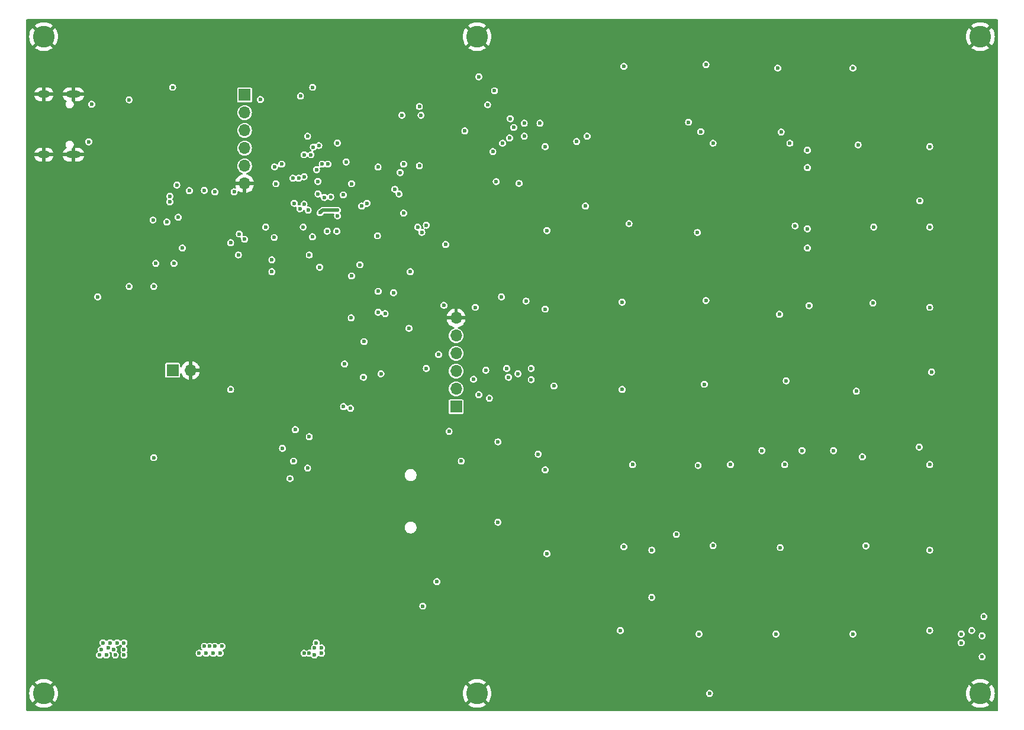
<source format=gbr>
%TF.GenerationSoftware,KiCad,Pcbnew,8.0.9-8.0.9-0~ubuntu22.04.1*%
%TF.CreationDate,2025-08-02T16:06:54-04:00*%
%TF.ProjectId,task-controller,7461736b-2d63-46f6-9e74-726f6c6c6572,rev?*%
%TF.SameCoordinates,Original*%
%TF.FileFunction,Copper,L2,Inr*%
%TF.FilePolarity,Positive*%
%FSLAX46Y46*%
G04 Gerber Fmt 4.6, Leading zero omitted, Abs format (unit mm)*
G04 Created by KiCad (PCBNEW 8.0.9-8.0.9-0~ubuntu22.04.1) date 2025-08-02 16:06:54*
%MOMM*%
%LPD*%
G01*
G04 APERTURE LIST*
%TA.AperFunction,ComponentPad*%
%ADD10R,1.700000X1.700000*%
%TD*%
%TA.AperFunction,ComponentPad*%
%ADD11O,1.700000X1.700000*%
%TD*%
%TA.AperFunction,ComponentPad*%
%ADD12C,3.100000*%
%TD*%
%TA.AperFunction,HeatsinkPad*%
%ADD13O,2.100000X1.000000*%
%TD*%
%TA.AperFunction,HeatsinkPad*%
%ADD14O,1.800000X1.000000*%
%TD*%
%TA.AperFunction,ViaPad*%
%ADD15C,0.600000*%
%TD*%
%TA.AperFunction,Conductor*%
%ADD16C,0.500000*%
%TD*%
G04 APERTURE END LIST*
D10*
%TO.N,/RTX_(NC)*%
%TO.C,J6*%
X62000000Y-55950000D03*
D11*
%TO.N,/UART_RX*%
X62000000Y-53410000D03*
%TO.N,/UART_TX*%
X62000000Y-50870000D03*
%TO.N,/VCC_(NC)*%
X62000000Y-48330000D03*
%TO.N,/CTS_(NC)*%
X62000000Y-45790000D03*
%TO.N,GND*%
X62000000Y-43250000D03*
%TD*%
D12*
%TO.N,GND*%
%TO.C,H3*%
X137000000Y-3000000D03*
%TD*%
D13*
%TO.N,GND*%
%TO.C,J1*%
X7250000Y-11250000D03*
D14*
X3050000Y-11250000D03*
D13*
X7250000Y-19890000D03*
D14*
X3050000Y-19890000D03*
%TD*%
D12*
%TO.N,GND*%
%TO.C,H5*%
X65000000Y-97000000D03*
%TD*%
%TO.N,GND*%
%TO.C,H6*%
X137000000Y-97000000D03*
%TD*%
D10*
%TO.N,/PHOTORESISTOR*%
%TO.C,J7*%
X21460000Y-50750000D03*
D11*
%TO.N,GND*%
X24000000Y-50750000D03*
%TD*%
D12*
%TO.N,GND*%
%TO.C,H4*%
X3000000Y-97000000D03*
%TD*%
%TO.N,GND*%
%TO.C,H1*%
X3000000Y-3000000D03*
%TD*%
%TO.N,GND*%
%TO.C,H2*%
X65000000Y-3000000D03*
%TD*%
D10*
%TO.N,/RESET*%
%TO.C,J8*%
X31750000Y-11340000D03*
D11*
%TO.N,+3V3*%
X31750000Y-13880000D03*
%TO.N,/SWDIO*%
X31750000Y-16420000D03*
%TO.N,/SWCLK*%
X31750000Y-18960000D03*
%TO.N,unconnected-(J8-Pin_5-Pad5)*%
X31750000Y-21500000D03*
%TO.N,GND*%
X31750000Y-24040000D03*
%TD*%
D15*
%TO.N,/Button Matrix/R5*%
X112500000Y-41500000D03*
X112250000Y-30500000D03*
X112250000Y-21750000D03*
X112250000Y-19250000D03*
X112250000Y-33250000D03*
%TO.N,/SPI_MISO*%
X26000000Y-25000000D03*
%TO.N,/Button Matrix/C2*%
X95250000Y-15250000D03*
X97000000Y-16600000D03*
%TO.N,/Button Matrix/C3*%
X108500000Y-16650000D03*
%TO.N,/Button Matrix/C1*%
X74000000Y-15400000D03*
X79250000Y-18000000D03*
%TO.N,/Button Matrix/R2*%
X71750000Y-15400000D03*
X71750000Y-17250000D03*
%TO.N,GND*%
X26000000Y-63000000D03*
X34650000Y-42950000D03*
X18850000Y-30050000D03*
X46850000Y-15450000D03*
X35250000Y-17450000D03*
X31500000Y-90500000D03*
X45050000Y-36250000D03*
X37750000Y-33500000D03*
X42450000Y-24500000D03*
X18850000Y-27050000D03*
X27500000Y-68750000D03*
X43750000Y-15750000D03*
X45750000Y-91250000D03*
X24250000Y-41000000D03*
X58500000Y-79000000D03*
X31000000Y-43000000D03*
X37250000Y-22450000D03*
X38250000Y-67500000D03*
X10650000Y-20050000D03*
X36650000Y-47950000D03*
X44750000Y-90250000D03*
X45750000Y-90250000D03*
X44650000Y-52200000D03*
X45000000Y-91250000D03*
X44650000Y-11050000D03*
X16000000Y-90250000D03*
X16250000Y-91250000D03*
X52250000Y-79250000D03*
X34650000Y-47450000D03*
X10250000Y-11450000D03*
X5000000Y-38500000D03*
X48400000Y-43950000D03*
X46850000Y-22050000D03*
X16750000Y-90250000D03*
X20450000Y-13450000D03*
X32500000Y-91250000D03*
X18650000Y-23250000D03*
X49900000Y-55950000D03*
X60050000Y-29250000D03*
X39750000Y-62500000D03*
X17500000Y-90250000D03*
X36400000Y-57700000D03*
X30500000Y-91500000D03*
X46750000Y-91250000D03*
X44500000Y-91750000D03*
X37850000Y-26850000D03*
X30000000Y-90500000D03*
X27250000Y-64750000D03*
X48650000Y-45200000D03*
X52850000Y-30650000D03*
X36250000Y-18250000D03*
X44250000Y-30450000D03*
X17000000Y-91250000D03*
X23250000Y-13450000D03*
X31500000Y-91500000D03*
X9650000Y-19250000D03*
X37250000Y-27650000D03*
X46850000Y-25450000D03*
X50850000Y-27650000D03*
X52050000Y-22450000D03*
X12050000Y-10450000D03*
X46500000Y-90250000D03*
X42850000Y-30450000D03*
X45000000Y-15750000D03*
X17750000Y-91000000D03*
X50850000Y-14650000D03*
X11050000Y-12650000D03*
X30750000Y-90500000D03*
X29250000Y-73500000D03*
X43450000Y-11050000D03*
%TO.N,/RESET*%
X42850000Y-21250000D03*
X39750000Y-11500000D03*
X40250000Y-19900000D03*
%TO.N,+1V1*%
X45015422Y-27850745D03*
X43650000Y-21250000D03*
X40150000Y-30250000D03*
X42556740Y-28191787D03*
%TO.N,+5V*%
X9874265Y-12674265D03*
X13250000Y-91500000D03*
X40750000Y-64750000D03*
X12250000Y-90500000D03*
X42000000Y-89750000D03*
X12000000Y-91500000D03*
X15250000Y-12050000D03*
X42750000Y-91250000D03*
X13000000Y-90750000D03*
X14500000Y-90750000D03*
X28250000Y-91250000D03*
X27500000Y-90250000D03*
X41000000Y-91250000D03*
X11000000Y-91500000D03*
X14500000Y-89750000D03*
X28500000Y-90250000D03*
X26250000Y-91250000D03*
X11250000Y-90750000D03*
X14500000Y-91500000D03*
X42750000Y-90500000D03*
X38750000Y-63750000D03*
X41750000Y-91500000D03*
X25250000Y-91250000D03*
X40250000Y-91250000D03*
X13500000Y-89750000D03*
X11500000Y-89750000D03*
X12500000Y-89750000D03*
X26750000Y-90250000D03*
X9450000Y-18050000D03*
X27250000Y-91250000D03*
X26000000Y-90250000D03*
X41750000Y-90500000D03*
%TO.N,/PHOTORESISTOR*%
X31000000Y-31250000D03*
X29750000Y-32500000D03*
%TO.N,/BUTTON*%
X15250000Y-38750000D03*
X34750000Y-30250000D03*
%TO.N,/SD_CS*%
X36250000Y-24050000D03*
X22850000Y-33250000D03*
%TO.N,/SPI_SCK*%
X30250000Y-25225000D03*
X27500000Y-25225000D03*
%TO.N,/SCL*%
X53250000Y-24850000D03*
X46050000Y-49850000D03*
X45900000Y-55950000D03*
X50850000Y-39450000D03*
%TO.N,/SDA*%
X46900000Y-56200000D03*
X53850000Y-25515642D03*
X48850000Y-46650000D03*
X53050000Y-39650000D03*
%TO.N,/SPI_MISO*%
X20622342Y-29533923D03*
X36026328Y-21635089D03*
%TO.N,/SPI_MOSI*%
X37050000Y-21250000D03*
X21050000Y-25850000D03*
%TO.N,/UART_TX*%
X60500000Y-32750000D03*
X60250000Y-41450000D03*
%TO.N,/UART_RX*%
X55250000Y-44750000D03*
X57750000Y-50500000D03*
X54500000Y-28250000D03*
%TO.N,Net-(U4-USB_DP)*%
X43550001Y-30837301D03*
X44069951Y-25950000D03*
%TO.N,Net-(U4-USB_DM)*%
X43156740Y-26012033D03*
X41450000Y-31650000D03*
%TO.N,Net-(U4-GPIO4)*%
X47050000Y-24050000D03*
X30850000Y-34250000D03*
%TO.N,/Button Matrix/C1*%
X96528765Y-31028765D03*
X108250000Y-42750000D03*
X69750000Y-14750000D03*
X129750000Y-64250000D03*
X119250000Y-53750000D03*
%TO.N,/Button Matrix/C2*%
X85500000Y-88000000D03*
X105750000Y-62250000D03*
X116000000Y-62250000D03*
X57000000Y-14250000D03*
X65250000Y-8750000D03*
X98750000Y-18250000D03*
X93500000Y-74250000D03*
X121625000Y-41125000D03*
X128250000Y-61750000D03*
X101250000Y-64250000D03*
X86000000Y-7250000D03*
X90000000Y-76500000D03*
X130000000Y-51000000D03*
X110500000Y-30100000D03*
X75000000Y-77000000D03*
X54250000Y-14250000D03*
X90000000Y-83250000D03*
X111500000Y-62250000D03*
X42362859Y-18590317D03*
%TO.N,/Button Matrix/C3*%
X109750000Y-18250000D03*
X97750000Y-7000000D03*
X74750000Y-65000000D03*
X41500000Y-10250000D03*
X129750000Y-41750000D03*
X98250000Y-97000000D03*
X73750000Y-62750000D03*
X56750000Y-13000000D03*
X41590606Y-18799185D03*
X96750000Y-88500000D03*
X86000000Y-76000000D03*
X121750000Y-30250000D03*
%TO.N,/Button Matrix/C4*%
X107750000Y-88500000D03*
X64500000Y-52035714D03*
X70850000Y-51250000D03*
X98750000Y-75850000D03*
X69500000Y-51750000D03*
X87250000Y-64250000D03*
X42039527Y-22031353D03*
X119500000Y-18500000D03*
X108000000Y-7500000D03*
X76000000Y-53000000D03*
X137500000Y-86000000D03*
X129750000Y-30250000D03*
X41250000Y-19900000D03*
%TO.N,/Button Matrix/C5*%
X72000000Y-40850000D03*
X118750000Y-7500000D03*
X118750000Y-88500000D03*
X129750000Y-18750000D03*
X74750000Y-42000000D03*
X41000000Y-34250000D03*
X85750000Y-53500000D03*
X128350000Y-26501472D03*
X42500000Y-36000000D03*
X40250000Y-23050000D03*
X108375000Y-76125000D03*
X96625000Y-64375000D03*
X40250000Y-27000000D03*
X80500000Y-27250000D03*
%TO.N,/Button Matrix/C6*%
X48500000Y-27250000D03*
X120625000Y-75875000D03*
X50750000Y-31500000D03*
X97500000Y-52750000D03*
X129750000Y-88000000D03*
X75000000Y-30750000D03*
X135750000Y-88000000D03*
X134250000Y-89750000D03*
X137250000Y-88750000D03*
X109000000Y-64250000D03*
X42243503Y-23727108D03*
X85750000Y-41000000D03*
X134250000Y-88500000D03*
%TO.N,/Button Matrix/C7*%
X39480329Y-23268198D03*
X54000000Y-22450000D03*
X120107842Y-63142158D03*
X71000000Y-24000000D03*
X129750000Y-76500000D03*
X57250000Y-84500000D03*
X109232842Y-52267158D03*
X59250000Y-81000000D03*
X74750000Y-18750000D03*
X97732842Y-40767158D03*
X86732842Y-29767158D03*
%TO.N,/Button Matrix/R2*%
X67250000Y-19450000D03*
X80750000Y-17250000D03*
%TO.N,/Button Matrix/R3*%
X68500000Y-40250000D03*
X68650000Y-18250000D03*
%TO.N,/Button Matrix/R4*%
X72750000Y-52100000D03*
X69250000Y-50500000D03*
X69650000Y-17500000D03*
X72750000Y-50500000D03*
%TO.N,+3V3*%
X18650000Y-29250000D03*
X67750000Y-23750000D03*
X40850000Y-27850000D03*
X65250000Y-54250000D03*
X64750000Y-41750000D03*
X55450000Y-36650000D03*
X19050000Y-35450000D03*
X38850000Y-26850000D03*
X68000000Y-61000000D03*
X40750000Y-17250000D03*
X21450000Y-10250000D03*
X38250000Y-66250000D03*
X45025735Y-18225735D03*
X38650000Y-23250000D03*
X50850000Y-42450000D03*
X48250000Y-35650000D03*
X18750000Y-38750000D03*
X48750000Y-51750000D03*
X47050000Y-37250000D03*
X51850000Y-42650000D03*
X49250000Y-26850000D03*
X18750000Y-63250000D03*
X66500000Y-12750000D03*
X21650000Y-35450000D03*
X21050000Y-26650000D03*
X10750000Y-40250000D03*
X67500000Y-10750000D03*
X51250000Y-51250000D03*
X23850000Y-25050000D03*
X50829636Y-21665518D03*
X22250000Y-28850000D03*
X39650000Y-27650000D03*
X47000000Y-43250000D03*
X22050000Y-24250000D03*
X137250000Y-91750000D03*
X45050000Y-28650000D03*
%TO.N,/Button Matrix/R5*%
X70250000Y-16000000D03*
%TO.N,/Button Matrix/R6*%
X66250000Y-50750000D03*
X66750000Y-54750000D03*
X68000000Y-72500000D03*
X63250000Y-16500000D03*
%TO.N,/Button Matrix/R7*%
X61000000Y-59500000D03*
X59500000Y-48500000D03*
X54500000Y-21250000D03*
X46268601Y-20924354D03*
X62750000Y-63750000D03*
X56750000Y-21500000D03*
%TO.N,/RGB_3*%
X57750000Y-30000000D03*
X41000000Y-60250000D03*
%TO.N,/RGB_2*%
X57100000Y-31000000D03*
X37174265Y-61924265D03*
%TO.N,/RGB_1*%
X39000000Y-59250000D03*
X56500000Y-30250000D03*
%TO.N,Net-(U3-IO3)*%
X44950000Y-30850000D03*
X45850000Y-25650000D03*
%TO.N,/RTC_INT*%
X35650000Y-36654800D03*
X35650000Y-34950000D03*
X36000000Y-31750000D03*
X42250000Y-25500000D03*
%TO.N,/BRIGHTNESS_POT*%
X31750000Y-32000000D03*
X29750000Y-53500000D03*
%TO.N,/SWCLK*%
X34000000Y-12000000D03*
%TD*%
D16*
%TO.N,+1V1*%
X42897782Y-27850745D02*
X42556740Y-28191787D01*
X42556740Y-28191787D02*
X42556740Y-28056740D01*
X45015422Y-27850745D02*
X42897782Y-27850745D01*
%TD*%
%TA.AperFunction,Conductor*%
%TO.N,GND*%
G36*
X139442539Y-520185D02*
G01*
X139488294Y-572989D01*
X139499500Y-624500D01*
X139499500Y-99375500D01*
X139479815Y-99442539D01*
X139427011Y-99488294D01*
X139375500Y-99499500D01*
X624500Y-99499500D01*
X557461Y-99479815D01*
X511706Y-99427011D01*
X500500Y-99375500D01*
X500500Y-97000000D01*
X945210Y-97000000D01*
X964347Y-97279794D01*
X964348Y-97279796D01*
X1021403Y-97554364D01*
X1021408Y-97554381D01*
X1115319Y-97818622D01*
X1115320Y-97818624D01*
X1244348Y-98067637D01*
X1244352Y-98067643D01*
X1382745Y-98263701D01*
X1884728Y-97761717D01*
X1970278Y-97879466D01*
X2120534Y-98029722D01*
X2238281Y-98115270D01*
X1737741Y-98615811D01*
X1815035Y-98678696D01*
X1815049Y-98678706D01*
X2054664Y-98824419D01*
X2054668Y-98824421D01*
X2311888Y-98936146D01*
X2581935Y-99011810D01*
X2581941Y-99011811D01*
X2859775Y-99050000D01*
X3140225Y-99050000D01*
X3418058Y-99011811D01*
X3418064Y-99011810D01*
X3688111Y-98936146D01*
X3945331Y-98824421D01*
X3945335Y-98824419D01*
X4184950Y-98678706D01*
X4184964Y-98678696D01*
X4262258Y-98615811D01*
X3761717Y-98115270D01*
X3879466Y-98029722D01*
X4029722Y-97879466D01*
X4115270Y-97761717D01*
X4617253Y-98263700D01*
X4755651Y-98067636D01*
X4884679Y-97818624D01*
X4884680Y-97818622D01*
X4978591Y-97554381D01*
X4978596Y-97554364D01*
X5035651Y-97279796D01*
X5035652Y-97279794D01*
X5054789Y-97000000D01*
X62945210Y-97000000D01*
X62964347Y-97279794D01*
X62964348Y-97279796D01*
X63021403Y-97554364D01*
X63021408Y-97554381D01*
X63115319Y-97818622D01*
X63115320Y-97818624D01*
X63244348Y-98067637D01*
X63244352Y-98067643D01*
X63382745Y-98263701D01*
X63884728Y-97761717D01*
X63970278Y-97879466D01*
X64120534Y-98029722D01*
X64238281Y-98115270D01*
X63737741Y-98615811D01*
X63815035Y-98678696D01*
X63815049Y-98678706D01*
X64054664Y-98824419D01*
X64054668Y-98824421D01*
X64311888Y-98936146D01*
X64581935Y-99011810D01*
X64581941Y-99011811D01*
X64859775Y-99050000D01*
X65140225Y-99050000D01*
X65418058Y-99011811D01*
X65418064Y-99011810D01*
X65688111Y-98936146D01*
X65945331Y-98824421D01*
X65945335Y-98824419D01*
X66184950Y-98678706D01*
X66184964Y-98678696D01*
X66262258Y-98615811D01*
X65761717Y-98115270D01*
X65879466Y-98029722D01*
X66029722Y-97879466D01*
X66115270Y-97761717D01*
X66617253Y-98263700D01*
X66755651Y-98067636D01*
X66884679Y-97818624D01*
X66884680Y-97818622D01*
X66978591Y-97554381D01*
X66978596Y-97554364D01*
X67035651Y-97279796D01*
X67035652Y-97279794D01*
X67054789Y-97000000D01*
X97744353Y-97000000D01*
X97764834Y-97142456D01*
X97824622Y-97273371D01*
X97824623Y-97273373D01*
X97918872Y-97382143D01*
X98039947Y-97459953D01*
X98039950Y-97459954D01*
X98039949Y-97459954D01*
X98178036Y-97500499D01*
X98178038Y-97500500D01*
X98178039Y-97500500D01*
X98321962Y-97500500D01*
X98321962Y-97500499D01*
X98460053Y-97459953D01*
X98581128Y-97382143D01*
X98675377Y-97273373D01*
X98735165Y-97142457D01*
X98755647Y-97000000D01*
X134945210Y-97000000D01*
X134964347Y-97279794D01*
X134964348Y-97279796D01*
X135021403Y-97554364D01*
X135021408Y-97554381D01*
X135115319Y-97818622D01*
X135115320Y-97818624D01*
X135244348Y-98067637D01*
X135244352Y-98067643D01*
X135382745Y-98263701D01*
X135884728Y-97761717D01*
X135970278Y-97879466D01*
X136120534Y-98029722D01*
X136238281Y-98115270D01*
X135737741Y-98615811D01*
X135815035Y-98678696D01*
X135815049Y-98678706D01*
X136054664Y-98824419D01*
X136054668Y-98824421D01*
X136311888Y-98936146D01*
X136581935Y-99011810D01*
X136581941Y-99011811D01*
X136859775Y-99050000D01*
X137140225Y-99050000D01*
X137418058Y-99011811D01*
X137418064Y-99011810D01*
X137688111Y-98936146D01*
X137945331Y-98824421D01*
X137945335Y-98824419D01*
X138184950Y-98678706D01*
X138184964Y-98678696D01*
X138262258Y-98615811D01*
X137761717Y-98115270D01*
X137879466Y-98029722D01*
X138029722Y-97879466D01*
X138115270Y-97761717D01*
X138617253Y-98263700D01*
X138755651Y-98067636D01*
X138884679Y-97818624D01*
X138884680Y-97818622D01*
X138978591Y-97554381D01*
X138978596Y-97554364D01*
X139035651Y-97279796D01*
X139035652Y-97279794D01*
X139054789Y-97000000D01*
X139035652Y-96720205D01*
X139035651Y-96720203D01*
X138978596Y-96445635D01*
X138978591Y-96445618D01*
X138884680Y-96181377D01*
X138884679Y-96181375D01*
X138755651Y-95932362D01*
X138755647Y-95932356D01*
X138617253Y-95736297D01*
X138115269Y-96238280D01*
X138029722Y-96120534D01*
X137879466Y-95970278D01*
X137761716Y-95884728D01*
X138262257Y-95384188D01*
X138184965Y-95321303D01*
X138184950Y-95321293D01*
X137945335Y-95175580D01*
X137945331Y-95175578D01*
X137688111Y-95063853D01*
X137418064Y-94988189D01*
X137418058Y-94988188D01*
X137140225Y-94950000D01*
X136859775Y-94950000D01*
X136581941Y-94988188D01*
X136581935Y-94988189D01*
X136311888Y-95063853D01*
X136054668Y-95175578D01*
X136054664Y-95175580D01*
X135815046Y-95321295D01*
X135737740Y-95384188D01*
X136238281Y-95884729D01*
X136120534Y-95970278D01*
X135970278Y-96120534D01*
X135884729Y-96238282D01*
X135382745Y-95736298D01*
X135244345Y-95932368D01*
X135115320Y-96181375D01*
X135115319Y-96181377D01*
X135021408Y-96445618D01*
X135021403Y-96445635D01*
X134964348Y-96720203D01*
X134964347Y-96720205D01*
X134945210Y-97000000D01*
X98755647Y-97000000D01*
X98735165Y-96857543D01*
X98675377Y-96726627D01*
X98581128Y-96617857D01*
X98460053Y-96540047D01*
X98460051Y-96540046D01*
X98460049Y-96540045D01*
X98460050Y-96540045D01*
X98321963Y-96499500D01*
X98321961Y-96499500D01*
X98178039Y-96499500D01*
X98178036Y-96499500D01*
X98039949Y-96540045D01*
X97918873Y-96617856D01*
X97824623Y-96726626D01*
X97824622Y-96726628D01*
X97764834Y-96857543D01*
X97744353Y-97000000D01*
X67054789Y-97000000D01*
X67035652Y-96720205D01*
X67035651Y-96720203D01*
X66978596Y-96445635D01*
X66978591Y-96445618D01*
X66884680Y-96181377D01*
X66884679Y-96181375D01*
X66755651Y-95932362D01*
X66755647Y-95932356D01*
X66617253Y-95736297D01*
X66115269Y-96238280D01*
X66029722Y-96120534D01*
X65879466Y-95970278D01*
X65761716Y-95884728D01*
X66262258Y-95384188D01*
X66184965Y-95321303D01*
X66184950Y-95321293D01*
X65945335Y-95175580D01*
X65945331Y-95175578D01*
X65688111Y-95063853D01*
X65418064Y-94988189D01*
X65418058Y-94988188D01*
X65140225Y-94950000D01*
X64859775Y-94950000D01*
X64581941Y-94988188D01*
X64581935Y-94988189D01*
X64311888Y-95063853D01*
X64054668Y-95175578D01*
X64054664Y-95175580D01*
X63815046Y-95321295D01*
X63737740Y-95384188D01*
X64238281Y-95884729D01*
X64120534Y-95970278D01*
X63970278Y-96120534D01*
X63884729Y-96238282D01*
X63382745Y-95736298D01*
X63244345Y-95932368D01*
X63115320Y-96181375D01*
X63115319Y-96181377D01*
X63021408Y-96445618D01*
X63021403Y-96445635D01*
X62964348Y-96720203D01*
X62964347Y-96720205D01*
X62945210Y-97000000D01*
X5054789Y-97000000D01*
X5035652Y-96720205D01*
X5035651Y-96720203D01*
X4978596Y-96445635D01*
X4978591Y-96445618D01*
X4884680Y-96181377D01*
X4884679Y-96181375D01*
X4755651Y-95932362D01*
X4755647Y-95932356D01*
X4617253Y-95736297D01*
X4115269Y-96238280D01*
X4029722Y-96120534D01*
X3879466Y-95970278D01*
X3761716Y-95884728D01*
X4262258Y-95384188D01*
X4184965Y-95321303D01*
X4184950Y-95321293D01*
X3945335Y-95175580D01*
X3945331Y-95175578D01*
X3688111Y-95063853D01*
X3418064Y-94988189D01*
X3418058Y-94988188D01*
X3140225Y-94950000D01*
X2859775Y-94950000D01*
X2581941Y-94988188D01*
X2581935Y-94988189D01*
X2311888Y-95063853D01*
X2054668Y-95175578D01*
X2054664Y-95175580D01*
X1815046Y-95321295D01*
X1737740Y-95384188D01*
X2238281Y-95884729D01*
X2120534Y-95970278D01*
X1970278Y-96120534D01*
X1884729Y-96238282D01*
X1382745Y-95736298D01*
X1244345Y-95932368D01*
X1115320Y-96181375D01*
X1115319Y-96181377D01*
X1021408Y-96445618D01*
X1021403Y-96445635D01*
X964348Y-96720203D01*
X964347Y-96720205D01*
X945210Y-97000000D01*
X500500Y-97000000D01*
X500500Y-91500000D01*
X10494353Y-91500000D01*
X10514834Y-91642456D01*
X10545660Y-91709954D01*
X10574623Y-91773373D01*
X10668872Y-91882143D01*
X10789947Y-91959953D01*
X10789950Y-91959954D01*
X10789949Y-91959954D01*
X10928036Y-92000499D01*
X10928038Y-92000500D01*
X10928039Y-92000500D01*
X11071962Y-92000500D01*
X11071962Y-92000499D01*
X11210053Y-91959953D01*
X11331128Y-91882143D01*
X11406287Y-91795403D01*
X11465064Y-91757629D01*
X11534934Y-91757629D01*
X11593711Y-91795402D01*
X11668872Y-91882143D01*
X11789947Y-91959953D01*
X11789950Y-91959954D01*
X11789949Y-91959954D01*
X11928036Y-92000499D01*
X11928038Y-92000500D01*
X11928039Y-92000500D01*
X12071962Y-92000500D01*
X12071962Y-92000499D01*
X12210053Y-91959953D01*
X12331128Y-91882143D01*
X12425377Y-91773373D01*
X12485165Y-91642457D01*
X12502262Y-91523542D01*
X12513014Y-91499999D01*
X12502262Y-91476456D01*
X12485165Y-91357543D01*
X12421693Y-91218560D01*
X12424387Y-91217329D01*
X12408892Y-91164587D01*
X12428566Y-91097544D01*
X12481363Y-91051781D01*
X12550520Y-91041826D01*
X12614080Y-91070841D01*
X12626605Y-91083364D01*
X12656491Y-91117855D01*
X12668873Y-91132144D01*
X12668874Y-91132145D01*
X12685218Y-91142648D01*
X12732250Y-91172874D01*
X12778006Y-91225676D01*
X12787950Y-91294835D01*
X12778007Y-91328699D01*
X12764834Y-91357543D01*
X12747738Y-91476456D01*
X12736986Y-91499999D01*
X12747738Y-91523543D01*
X12764834Y-91642456D01*
X12795660Y-91709954D01*
X12824623Y-91773373D01*
X12918872Y-91882143D01*
X13039947Y-91959953D01*
X13039950Y-91959954D01*
X13039949Y-91959954D01*
X13178036Y-92000499D01*
X13178038Y-92000500D01*
X13178039Y-92000500D01*
X13321962Y-92000500D01*
X13321962Y-92000499D01*
X13460053Y-91959953D01*
X13581128Y-91882143D01*
X13675377Y-91773373D01*
X13735165Y-91642457D01*
X13752262Y-91523542D01*
X13763014Y-91499999D01*
X13752262Y-91476456D01*
X13735165Y-91357543D01*
X13686051Y-91250000D01*
X13675377Y-91226627D01*
X13581128Y-91117857D01*
X13581125Y-91117855D01*
X13581126Y-91117855D01*
X13517747Y-91077124D01*
X13471993Y-91024320D01*
X13462049Y-90955162D01*
X13471992Y-90921301D01*
X13485165Y-90892457D01*
X13505647Y-90750000D01*
X13485165Y-90607543D01*
X13425377Y-90476627D01*
X13407245Y-90455702D01*
X13378221Y-90392147D01*
X13388165Y-90322989D01*
X13433919Y-90270185D01*
X13500959Y-90250500D01*
X13571962Y-90250500D01*
X13571962Y-90250499D01*
X13710053Y-90209953D01*
X13831128Y-90132143D01*
X13906287Y-90045403D01*
X13965064Y-90007629D01*
X14034934Y-90007629D01*
X14093711Y-90045402D01*
X14168872Y-90132143D01*
X14176324Y-90136932D01*
X14189943Y-90145685D01*
X14235698Y-90198489D01*
X14245641Y-90267648D01*
X14216615Y-90331203D01*
X14189943Y-90354315D01*
X14168874Y-90367855D01*
X14074623Y-90476626D01*
X14074622Y-90476628D01*
X14014834Y-90607543D01*
X13994353Y-90750000D01*
X14014834Y-90892456D01*
X14074622Y-91023371D01*
X14074625Y-91023377D01*
X14092321Y-91043799D01*
X14121345Y-91107355D01*
X14111401Y-91176513D01*
X14092321Y-91206201D01*
X14074625Y-91226622D01*
X14074622Y-91226628D01*
X14014834Y-91357543D01*
X13997738Y-91476456D01*
X13986986Y-91499999D01*
X13997738Y-91523543D01*
X14014834Y-91642456D01*
X14045660Y-91709954D01*
X14074623Y-91773373D01*
X14168872Y-91882143D01*
X14289947Y-91959953D01*
X14289950Y-91959954D01*
X14289949Y-91959954D01*
X14428036Y-92000499D01*
X14428038Y-92000500D01*
X14428039Y-92000500D01*
X14571962Y-92000500D01*
X14571962Y-92000499D01*
X14710053Y-91959953D01*
X14831128Y-91882143D01*
X14925377Y-91773373D01*
X14985165Y-91642457D01*
X15005647Y-91500000D01*
X14985165Y-91357543D01*
X14936051Y-91250000D01*
X24744353Y-91250000D01*
X24764834Y-91392456D01*
X24803275Y-91476628D01*
X24824623Y-91523373D01*
X24918872Y-91632143D01*
X25039947Y-91709953D01*
X25039950Y-91709954D01*
X25039949Y-91709954D01*
X25147107Y-91741417D01*
X25176336Y-91750000D01*
X25178036Y-91750499D01*
X25178038Y-91750500D01*
X25178039Y-91750500D01*
X25321962Y-91750500D01*
X25321962Y-91750499D01*
X25460053Y-91709953D01*
X25581128Y-91632143D01*
X25656287Y-91545403D01*
X25715064Y-91507629D01*
X25784934Y-91507629D01*
X25843712Y-91545403D01*
X25843713Y-91545404D01*
X25907386Y-91618888D01*
X25918872Y-91632143D01*
X26039947Y-91709953D01*
X26039950Y-91709954D01*
X26039949Y-91709954D01*
X26147107Y-91741417D01*
X26176336Y-91750000D01*
X26178036Y-91750499D01*
X26178038Y-91750500D01*
X26178039Y-91750500D01*
X26321962Y-91750500D01*
X26321962Y-91750499D01*
X26460053Y-91709953D01*
X26581128Y-91632143D01*
X26656287Y-91545403D01*
X26715064Y-91507629D01*
X26784934Y-91507629D01*
X26843712Y-91545403D01*
X26843713Y-91545404D01*
X26907386Y-91618888D01*
X26918872Y-91632143D01*
X27039947Y-91709953D01*
X27039950Y-91709954D01*
X27039949Y-91709954D01*
X27147107Y-91741417D01*
X27176336Y-91750000D01*
X27178036Y-91750499D01*
X27178038Y-91750500D01*
X27178039Y-91750500D01*
X27321962Y-91750500D01*
X27321962Y-91750499D01*
X27460053Y-91709953D01*
X27581128Y-91632143D01*
X27656287Y-91545403D01*
X27715064Y-91507629D01*
X27784934Y-91507629D01*
X27843712Y-91545403D01*
X27843713Y-91545404D01*
X27907386Y-91618888D01*
X27918872Y-91632143D01*
X28039947Y-91709953D01*
X28039950Y-91709954D01*
X28039949Y-91709954D01*
X28147107Y-91741417D01*
X28176336Y-91750000D01*
X28178036Y-91750499D01*
X28178038Y-91750500D01*
X28178039Y-91750500D01*
X28321962Y-91750500D01*
X28321962Y-91750499D01*
X28460053Y-91709953D01*
X28581128Y-91632143D01*
X28675377Y-91523373D01*
X28735165Y-91392457D01*
X28755647Y-91250000D01*
X39744353Y-91250000D01*
X39764834Y-91392456D01*
X39803275Y-91476628D01*
X39824623Y-91523373D01*
X39918872Y-91632143D01*
X40039947Y-91709953D01*
X40039950Y-91709954D01*
X40039949Y-91709954D01*
X40147107Y-91741417D01*
X40176336Y-91750000D01*
X40178036Y-91750499D01*
X40178038Y-91750500D01*
X40178039Y-91750500D01*
X40321962Y-91750500D01*
X40321962Y-91750499D01*
X40460053Y-91709953D01*
X40557960Y-91647031D01*
X40625000Y-91627347D01*
X40692039Y-91647032D01*
X40692040Y-91647032D01*
X40789947Y-91709953D01*
X40789948Y-91709953D01*
X40789949Y-91709954D01*
X40897107Y-91741417D01*
X40926336Y-91750000D01*
X40928036Y-91750499D01*
X40928038Y-91750500D01*
X40928039Y-91750500D01*
X41071961Y-91750500D01*
X41183083Y-91717872D01*
X41252952Y-91717872D01*
X41311730Y-91755646D01*
X41322331Y-91769807D01*
X41324621Y-91773371D01*
X41324623Y-91773373D01*
X41418872Y-91882143D01*
X41539947Y-91959953D01*
X41539950Y-91959954D01*
X41539949Y-91959954D01*
X41678036Y-92000499D01*
X41678038Y-92000500D01*
X41678039Y-92000500D01*
X41821962Y-92000500D01*
X41821962Y-92000499D01*
X41960053Y-91959953D01*
X42081128Y-91882143D01*
X42175377Y-91773373D01*
X42221814Y-91671690D01*
X42267569Y-91618887D01*
X42334608Y-91599203D01*
X42401648Y-91618888D01*
X42415813Y-91629492D01*
X42418870Y-91632141D01*
X42418872Y-91632143D01*
X42539947Y-91709953D01*
X42539950Y-91709954D01*
X42539949Y-91709954D01*
X42647107Y-91741417D01*
X42676336Y-91750000D01*
X42678036Y-91750499D01*
X42678038Y-91750500D01*
X42678039Y-91750500D01*
X42821962Y-91750500D01*
X42821962Y-91750499D01*
X42823661Y-91750000D01*
X136744353Y-91750000D01*
X136764834Y-91892456D01*
X136795660Y-91959954D01*
X136824623Y-92023373D01*
X136918872Y-92132143D01*
X137039947Y-92209953D01*
X137039950Y-92209954D01*
X137039949Y-92209954D01*
X137178036Y-92250499D01*
X137178038Y-92250500D01*
X137178039Y-92250500D01*
X137321962Y-92250500D01*
X137321962Y-92250499D01*
X137460053Y-92209953D01*
X137581128Y-92132143D01*
X137675377Y-92023373D01*
X137735165Y-91892457D01*
X137755647Y-91750000D01*
X137735165Y-91607543D01*
X137675377Y-91476627D01*
X137581128Y-91367857D01*
X137460053Y-91290047D01*
X137460051Y-91290046D01*
X137460049Y-91290045D01*
X137460050Y-91290045D01*
X137321963Y-91249500D01*
X137321961Y-91249500D01*
X137178039Y-91249500D01*
X137178036Y-91249500D01*
X137039949Y-91290045D01*
X136918873Y-91367856D01*
X136824623Y-91476626D01*
X136824622Y-91476628D01*
X136764834Y-91607543D01*
X136744353Y-91750000D01*
X42823661Y-91750000D01*
X42960053Y-91709953D01*
X43081128Y-91632143D01*
X43175377Y-91523373D01*
X43235165Y-91392457D01*
X43255647Y-91250000D01*
X43235165Y-91107543D01*
X43175377Y-90976627D01*
X43175375Y-90976625D01*
X43175374Y-90976622D01*
X43157680Y-90956203D01*
X43128654Y-90892648D01*
X43138597Y-90823489D01*
X43157680Y-90793797D01*
X43175374Y-90773377D01*
X43175374Y-90773375D01*
X43175377Y-90773373D01*
X43235165Y-90642457D01*
X43255647Y-90500000D01*
X43235165Y-90357543D01*
X43175377Y-90226627D01*
X43081128Y-90117857D01*
X42960053Y-90040047D01*
X42960051Y-90040046D01*
X42960049Y-90040045D01*
X42960050Y-90040045D01*
X42821963Y-89999500D01*
X42821961Y-89999500D01*
X42678039Y-89999500D01*
X42678035Y-89999500D01*
X42645726Y-90008987D01*
X42575856Y-90008987D01*
X42517078Y-89971212D01*
X42488054Y-89907656D01*
X42488054Y-89872363D01*
X42488702Y-89867856D01*
X42505647Y-89750000D01*
X133744353Y-89750000D01*
X133764834Y-89892456D01*
X133803275Y-89976628D01*
X133824623Y-90023373D01*
X133918872Y-90132143D01*
X134039947Y-90209953D01*
X134039950Y-90209954D01*
X134039949Y-90209954D01*
X134147107Y-90241417D01*
X134176336Y-90250000D01*
X134178036Y-90250499D01*
X134178038Y-90250500D01*
X134178039Y-90250500D01*
X134321962Y-90250500D01*
X134321962Y-90250499D01*
X134460053Y-90209953D01*
X134581128Y-90132143D01*
X134675377Y-90023373D01*
X134735165Y-89892457D01*
X134755647Y-89750000D01*
X134735165Y-89607543D01*
X134675377Y-89476627D01*
X134581128Y-89367857D01*
X134460053Y-89290047D01*
X134460051Y-89290046D01*
X134460049Y-89290045D01*
X134460050Y-89290045D01*
X134321963Y-89249500D01*
X134321961Y-89249500D01*
X134178039Y-89249500D01*
X134178036Y-89249500D01*
X134039949Y-89290045D01*
X133918873Y-89367856D01*
X133824623Y-89476626D01*
X133824622Y-89476628D01*
X133764834Y-89607543D01*
X133744353Y-89750000D01*
X42505647Y-89750000D01*
X42485165Y-89607543D01*
X42425377Y-89476627D01*
X42331128Y-89367857D01*
X42210053Y-89290047D01*
X42210051Y-89290046D01*
X42210049Y-89290045D01*
X42210050Y-89290045D01*
X42071963Y-89249500D01*
X42071961Y-89249500D01*
X41928039Y-89249500D01*
X41928036Y-89249500D01*
X41789949Y-89290045D01*
X41668873Y-89367856D01*
X41574623Y-89476626D01*
X41574622Y-89476628D01*
X41514834Y-89607543D01*
X41494353Y-89750000D01*
X41514834Y-89892456D01*
X41528006Y-89921297D01*
X41537950Y-89990456D01*
X41508925Y-90054011D01*
X41482252Y-90077124D01*
X41418874Y-90117855D01*
X41418872Y-90117856D01*
X41418872Y-90117857D01*
X41396672Y-90143476D01*
X41324623Y-90226626D01*
X41324622Y-90226628D01*
X41264834Y-90357543D01*
X41244353Y-90500000D01*
X41261945Y-90622364D01*
X41252001Y-90691522D01*
X41206246Y-90744326D01*
X41139206Y-90764010D01*
X41104273Y-90758987D01*
X41071963Y-90749500D01*
X41071961Y-90749500D01*
X40928039Y-90749500D01*
X40928036Y-90749500D01*
X40789949Y-90790045D01*
X40692039Y-90852968D01*
X40624999Y-90872652D01*
X40557961Y-90852968D01*
X40460050Y-90790045D01*
X40321963Y-90749500D01*
X40321961Y-90749500D01*
X40178039Y-90749500D01*
X40178036Y-90749500D01*
X40039949Y-90790045D01*
X39918873Y-90867856D01*
X39824623Y-90976626D01*
X39824622Y-90976628D01*
X39764834Y-91107543D01*
X39744353Y-91250000D01*
X28755647Y-91250000D01*
X28735165Y-91107543D01*
X28675377Y-90976627D01*
X28624556Y-90917976D01*
X28595532Y-90854422D01*
X28605476Y-90785264D01*
X28651230Y-90732460D01*
X28683334Y-90717798D01*
X28710053Y-90709953D01*
X28831128Y-90632143D01*
X28925377Y-90523373D01*
X28985165Y-90392457D01*
X29005647Y-90250000D01*
X28985165Y-90107543D01*
X28925377Y-89976627D01*
X28831128Y-89867857D01*
X28710053Y-89790047D01*
X28710051Y-89790046D01*
X28710049Y-89790045D01*
X28710050Y-89790045D01*
X28571963Y-89749500D01*
X28571961Y-89749500D01*
X28428039Y-89749500D01*
X28428036Y-89749500D01*
X28289949Y-89790045D01*
X28168873Y-89867856D01*
X28168872Y-89867856D01*
X28168872Y-89867857D01*
X28122567Y-89921297D01*
X28093713Y-89954596D01*
X28034935Y-89992370D01*
X27965065Y-89992370D01*
X27906287Y-89954596D01*
X27831128Y-89867857D01*
X27710053Y-89790047D01*
X27710051Y-89790046D01*
X27710049Y-89790045D01*
X27710050Y-89790045D01*
X27571963Y-89749500D01*
X27571961Y-89749500D01*
X27428039Y-89749500D01*
X27428036Y-89749500D01*
X27289949Y-89790045D01*
X27192039Y-89852968D01*
X27124999Y-89872652D01*
X27057961Y-89852968D01*
X26960050Y-89790045D01*
X26821963Y-89749500D01*
X26821961Y-89749500D01*
X26678039Y-89749500D01*
X26678036Y-89749500D01*
X26539949Y-89790045D01*
X26442039Y-89852968D01*
X26374999Y-89872652D01*
X26307961Y-89852968D01*
X26210050Y-89790045D01*
X26071963Y-89749500D01*
X26071961Y-89749500D01*
X25928039Y-89749500D01*
X25928036Y-89749500D01*
X25789949Y-89790045D01*
X25668873Y-89867856D01*
X25574623Y-89976626D01*
X25574622Y-89976628D01*
X25514834Y-90107543D01*
X25494353Y-90250000D01*
X25514834Y-90392456D01*
X25553275Y-90476628D01*
X25574623Y-90523373D01*
X25668872Y-90632143D01*
X25668873Y-90632143D01*
X25674680Y-90638845D01*
X25672201Y-90640992D01*
X25701321Y-90686330D01*
X25701303Y-90756200D01*
X25663513Y-90814968D01*
X25599950Y-90843976D01*
X25530794Y-90834015D01*
X25515295Y-90825549D01*
X25460051Y-90790045D01*
X25321963Y-90749500D01*
X25321961Y-90749500D01*
X25178039Y-90749500D01*
X25178036Y-90749500D01*
X25039949Y-90790045D01*
X24918873Y-90867856D01*
X24824623Y-90976626D01*
X24824622Y-90976628D01*
X24764834Y-91107543D01*
X24744353Y-91250000D01*
X14936051Y-91250000D01*
X14925377Y-91226627D01*
X14925375Y-91226625D01*
X14925374Y-91226622D01*
X14907680Y-91206203D01*
X14878654Y-91142648D01*
X14888597Y-91073489D01*
X14907680Y-91043797D01*
X14925374Y-91023377D01*
X14925374Y-91023375D01*
X14925377Y-91023373D01*
X14985165Y-90892457D01*
X15005647Y-90750000D01*
X14985165Y-90607543D01*
X14925377Y-90476627D01*
X14831128Y-90367857D01*
X14831125Y-90367855D01*
X14831125Y-90367854D01*
X14810058Y-90354316D01*
X14764302Y-90301513D01*
X14754358Y-90232354D01*
X14783382Y-90168798D01*
X14810058Y-90145684D01*
X14831125Y-90132145D01*
X14831125Y-90132144D01*
X14831128Y-90132143D01*
X14925377Y-90023373D01*
X14985165Y-89892457D01*
X15005647Y-89750000D01*
X14985165Y-89607543D01*
X14925377Y-89476627D01*
X14831128Y-89367857D01*
X14710053Y-89290047D01*
X14710051Y-89290046D01*
X14710049Y-89290045D01*
X14710050Y-89290045D01*
X14571963Y-89249500D01*
X14571961Y-89249500D01*
X14428039Y-89249500D01*
X14428036Y-89249500D01*
X14289949Y-89290045D01*
X14168873Y-89367856D01*
X14093713Y-89454596D01*
X14034935Y-89492370D01*
X13965065Y-89492370D01*
X13906287Y-89454596D01*
X13831128Y-89367857D01*
X13710053Y-89290047D01*
X13710051Y-89290046D01*
X13710049Y-89290045D01*
X13710050Y-89290045D01*
X13571963Y-89249500D01*
X13571961Y-89249500D01*
X13428039Y-89249500D01*
X13428036Y-89249500D01*
X13289949Y-89290045D01*
X13168873Y-89367856D01*
X13093713Y-89454596D01*
X13034935Y-89492370D01*
X12965065Y-89492370D01*
X12906287Y-89454596D01*
X12831128Y-89367857D01*
X12710053Y-89290047D01*
X12710051Y-89290046D01*
X12710049Y-89290045D01*
X12710050Y-89290045D01*
X12571963Y-89249500D01*
X12571961Y-89249500D01*
X12428039Y-89249500D01*
X12428036Y-89249500D01*
X12289949Y-89290045D01*
X12168873Y-89367856D01*
X12093713Y-89454596D01*
X12034935Y-89492370D01*
X11965065Y-89492370D01*
X11906287Y-89454596D01*
X11831128Y-89367857D01*
X11710053Y-89290047D01*
X11710051Y-89290046D01*
X11710049Y-89290045D01*
X11710050Y-89290045D01*
X11571963Y-89249500D01*
X11571961Y-89249500D01*
X11428039Y-89249500D01*
X11428036Y-89249500D01*
X11289949Y-89290045D01*
X11168873Y-89367856D01*
X11074623Y-89476626D01*
X11074622Y-89476628D01*
X11014834Y-89607543D01*
X10994353Y-89750000D01*
X11014834Y-89892456D01*
X11053275Y-89976628D01*
X11074623Y-90023373D01*
X11125442Y-90082022D01*
X11154467Y-90145577D01*
X11144523Y-90214735D01*
X11098768Y-90267539D01*
X11066666Y-90282200D01*
X11039951Y-90290044D01*
X11039950Y-90290045D01*
X10918873Y-90367856D01*
X10824623Y-90476626D01*
X10824622Y-90476628D01*
X10764834Y-90607543D01*
X10744353Y-90750000D01*
X10764834Y-90892456D01*
X10778006Y-90921297D01*
X10787950Y-90990456D01*
X10758925Y-91054011D01*
X10732252Y-91077124D01*
X10668874Y-91117855D01*
X10668872Y-91117856D01*
X10668872Y-91117857D01*
X10647391Y-91142648D01*
X10574623Y-91226626D01*
X10574622Y-91226628D01*
X10514834Y-91357543D01*
X10494353Y-91500000D01*
X500500Y-91500000D01*
X500500Y-88000000D01*
X84994353Y-88000000D01*
X85014834Y-88142456D01*
X85053275Y-88226628D01*
X85074623Y-88273373D01*
X85168872Y-88382143D01*
X85289947Y-88459953D01*
X85289950Y-88459954D01*
X85289949Y-88459954D01*
X85346737Y-88476628D01*
X85426336Y-88500000D01*
X85428036Y-88500499D01*
X85428038Y-88500500D01*
X85428039Y-88500500D01*
X85571962Y-88500500D01*
X85571962Y-88500499D01*
X85573661Y-88500000D01*
X96244353Y-88500000D01*
X96264834Y-88642456D01*
X96313949Y-88750000D01*
X96324623Y-88773373D01*
X96418872Y-88882143D01*
X96539947Y-88959953D01*
X96539950Y-88959954D01*
X96539949Y-88959954D01*
X96678036Y-89000499D01*
X96678038Y-89000500D01*
X96678039Y-89000500D01*
X96821962Y-89000500D01*
X96821962Y-89000499D01*
X96960053Y-88959953D01*
X97081128Y-88882143D01*
X97175377Y-88773373D01*
X97235165Y-88642457D01*
X97255647Y-88500000D01*
X107244353Y-88500000D01*
X107264834Y-88642456D01*
X107313949Y-88750000D01*
X107324623Y-88773373D01*
X107418872Y-88882143D01*
X107539947Y-88959953D01*
X107539950Y-88959954D01*
X107539949Y-88959954D01*
X107678036Y-89000499D01*
X107678038Y-89000500D01*
X107678039Y-89000500D01*
X107821962Y-89000500D01*
X107821962Y-89000499D01*
X107960053Y-88959953D01*
X108081128Y-88882143D01*
X108175377Y-88773373D01*
X108235165Y-88642457D01*
X108255647Y-88500000D01*
X118244353Y-88500000D01*
X118264834Y-88642456D01*
X118313949Y-88750000D01*
X118324623Y-88773373D01*
X118418872Y-88882143D01*
X118539947Y-88959953D01*
X118539950Y-88959954D01*
X118539949Y-88959954D01*
X118678036Y-89000499D01*
X118678038Y-89000500D01*
X118678039Y-89000500D01*
X118821962Y-89000500D01*
X118821962Y-89000499D01*
X118960053Y-88959953D01*
X119081128Y-88882143D01*
X119175377Y-88773373D01*
X119235165Y-88642457D01*
X119255647Y-88500000D01*
X119235165Y-88357543D01*
X119175377Y-88226627D01*
X119081128Y-88117857D01*
X118960053Y-88040047D01*
X118960051Y-88040046D01*
X118960049Y-88040045D01*
X118960050Y-88040045D01*
X118823666Y-88000000D01*
X129244353Y-88000000D01*
X129264834Y-88142456D01*
X129303275Y-88226628D01*
X129324623Y-88273373D01*
X129418872Y-88382143D01*
X129539947Y-88459953D01*
X129539950Y-88459954D01*
X129539949Y-88459954D01*
X129596737Y-88476628D01*
X129676336Y-88500000D01*
X129678036Y-88500499D01*
X129678038Y-88500500D01*
X129678039Y-88500500D01*
X129821962Y-88500500D01*
X129821962Y-88500499D01*
X129823661Y-88500000D01*
X133744353Y-88500000D01*
X133764834Y-88642456D01*
X133813949Y-88750000D01*
X133824623Y-88773373D01*
X133918872Y-88882143D01*
X134039947Y-88959953D01*
X134039950Y-88959954D01*
X134039949Y-88959954D01*
X134178036Y-89000499D01*
X134178038Y-89000500D01*
X134178039Y-89000500D01*
X134321962Y-89000500D01*
X134321962Y-89000499D01*
X134460053Y-88959953D01*
X134581128Y-88882143D01*
X134675377Y-88773373D01*
X134686051Y-88750000D01*
X136744353Y-88750000D01*
X136764834Y-88892456D01*
X136795660Y-88959954D01*
X136824623Y-89023373D01*
X136918872Y-89132143D01*
X137039947Y-89209953D01*
X137039950Y-89209954D01*
X137039949Y-89209954D01*
X137147107Y-89241417D01*
X137174633Y-89249500D01*
X137178036Y-89250499D01*
X137178038Y-89250500D01*
X137178039Y-89250500D01*
X137321962Y-89250500D01*
X137321962Y-89250499D01*
X137460053Y-89209953D01*
X137581128Y-89132143D01*
X137675377Y-89023373D01*
X137735165Y-88892457D01*
X137755647Y-88750000D01*
X137735165Y-88607543D01*
X137675377Y-88476627D01*
X137581128Y-88367857D01*
X137460053Y-88290047D01*
X137460051Y-88290046D01*
X137460049Y-88290045D01*
X137460050Y-88290045D01*
X137321963Y-88249500D01*
X137321961Y-88249500D01*
X137178039Y-88249500D01*
X137178036Y-88249500D01*
X137039949Y-88290045D01*
X136918873Y-88367856D01*
X136824623Y-88476626D01*
X136824622Y-88476628D01*
X136764834Y-88607543D01*
X136744353Y-88750000D01*
X134686051Y-88750000D01*
X134735165Y-88642457D01*
X134755647Y-88500000D01*
X134735165Y-88357543D01*
X134675377Y-88226627D01*
X134581128Y-88117857D01*
X134460053Y-88040047D01*
X134460051Y-88040046D01*
X134460049Y-88040045D01*
X134460050Y-88040045D01*
X134323666Y-88000000D01*
X135244353Y-88000000D01*
X135264834Y-88142456D01*
X135303275Y-88226628D01*
X135324623Y-88273373D01*
X135418872Y-88382143D01*
X135539947Y-88459953D01*
X135539950Y-88459954D01*
X135539949Y-88459954D01*
X135596737Y-88476628D01*
X135676336Y-88500000D01*
X135678036Y-88500499D01*
X135678038Y-88500500D01*
X135678039Y-88500500D01*
X135821962Y-88500500D01*
X135821962Y-88500499D01*
X135960053Y-88459953D01*
X136081128Y-88382143D01*
X136175377Y-88273373D01*
X136235165Y-88142457D01*
X136255647Y-88000000D01*
X136235165Y-87857543D01*
X136175377Y-87726627D01*
X136081128Y-87617857D01*
X135960053Y-87540047D01*
X135960051Y-87540046D01*
X135960049Y-87540045D01*
X135960050Y-87540045D01*
X135821963Y-87499500D01*
X135821961Y-87499500D01*
X135678039Y-87499500D01*
X135678036Y-87499500D01*
X135539949Y-87540045D01*
X135418873Y-87617856D01*
X135324623Y-87726626D01*
X135324622Y-87726628D01*
X135264834Y-87857543D01*
X135244353Y-88000000D01*
X134323666Y-88000000D01*
X134321963Y-87999500D01*
X134321961Y-87999500D01*
X134178039Y-87999500D01*
X134178036Y-87999500D01*
X134039949Y-88040045D01*
X133918873Y-88117856D01*
X133824623Y-88226626D01*
X133824622Y-88226628D01*
X133764834Y-88357543D01*
X133744353Y-88500000D01*
X129823661Y-88500000D01*
X129960053Y-88459953D01*
X130081128Y-88382143D01*
X130175377Y-88273373D01*
X130235165Y-88142457D01*
X130255647Y-88000000D01*
X130235165Y-87857543D01*
X130175377Y-87726627D01*
X130081128Y-87617857D01*
X129960053Y-87540047D01*
X129960051Y-87540046D01*
X129960049Y-87540045D01*
X129960050Y-87540045D01*
X129821963Y-87499500D01*
X129821961Y-87499500D01*
X129678039Y-87499500D01*
X129678036Y-87499500D01*
X129539949Y-87540045D01*
X129418873Y-87617856D01*
X129324623Y-87726626D01*
X129324622Y-87726628D01*
X129264834Y-87857543D01*
X129244353Y-88000000D01*
X118823666Y-88000000D01*
X118821963Y-87999500D01*
X118821961Y-87999500D01*
X118678039Y-87999500D01*
X118678036Y-87999500D01*
X118539949Y-88040045D01*
X118418873Y-88117856D01*
X118324623Y-88226626D01*
X118324622Y-88226628D01*
X118264834Y-88357543D01*
X118244353Y-88500000D01*
X108255647Y-88500000D01*
X108235165Y-88357543D01*
X108175377Y-88226627D01*
X108081128Y-88117857D01*
X107960053Y-88040047D01*
X107960051Y-88040046D01*
X107960049Y-88040045D01*
X107960050Y-88040045D01*
X107821963Y-87999500D01*
X107821961Y-87999500D01*
X107678039Y-87999500D01*
X107678036Y-87999500D01*
X107539949Y-88040045D01*
X107418873Y-88117856D01*
X107324623Y-88226626D01*
X107324622Y-88226628D01*
X107264834Y-88357543D01*
X107244353Y-88500000D01*
X97255647Y-88500000D01*
X97235165Y-88357543D01*
X97175377Y-88226627D01*
X97081128Y-88117857D01*
X96960053Y-88040047D01*
X96960051Y-88040046D01*
X96960049Y-88040045D01*
X96960050Y-88040045D01*
X96821963Y-87999500D01*
X96821961Y-87999500D01*
X96678039Y-87999500D01*
X96678036Y-87999500D01*
X96539949Y-88040045D01*
X96418873Y-88117856D01*
X96324623Y-88226626D01*
X96324622Y-88226628D01*
X96264834Y-88357543D01*
X96244353Y-88500000D01*
X85573661Y-88500000D01*
X85710053Y-88459953D01*
X85831128Y-88382143D01*
X85925377Y-88273373D01*
X85985165Y-88142457D01*
X86005647Y-88000000D01*
X85985165Y-87857543D01*
X85925377Y-87726627D01*
X85831128Y-87617857D01*
X85710053Y-87540047D01*
X85710051Y-87540046D01*
X85710049Y-87540045D01*
X85710050Y-87540045D01*
X85571963Y-87499500D01*
X85571961Y-87499500D01*
X85428039Y-87499500D01*
X85428036Y-87499500D01*
X85289949Y-87540045D01*
X85168873Y-87617856D01*
X85074623Y-87726626D01*
X85074622Y-87726628D01*
X85014834Y-87857543D01*
X84994353Y-88000000D01*
X500500Y-88000000D01*
X500500Y-86000000D01*
X136994353Y-86000000D01*
X137014834Y-86142456D01*
X137074622Y-86273371D01*
X137074623Y-86273373D01*
X137168872Y-86382143D01*
X137289947Y-86459953D01*
X137289950Y-86459954D01*
X137289949Y-86459954D01*
X137428036Y-86500499D01*
X137428038Y-86500500D01*
X137428039Y-86500500D01*
X137571962Y-86500500D01*
X137571962Y-86500499D01*
X137710053Y-86459953D01*
X137831128Y-86382143D01*
X137925377Y-86273373D01*
X137985165Y-86142457D01*
X138005647Y-86000000D01*
X137985165Y-85857543D01*
X137925377Y-85726627D01*
X137831128Y-85617857D01*
X137710053Y-85540047D01*
X137710051Y-85540046D01*
X137710049Y-85540045D01*
X137710050Y-85540045D01*
X137571963Y-85499500D01*
X137571961Y-85499500D01*
X137428039Y-85499500D01*
X137428036Y-85499500D01*
X137289949Y-85540045D01*
X137168873Y-85617856D01*
X137074623Y-85726626D01*
X137074622Y-85726628D01*
X137014834Y-85857543D01*
X136994353Y-86000000D01*
X500500Y-86000000D01*
X500500Y-84500000D01*
X56744353Y-84500000D01*
X56764834Y-84642456D01*
X56824622Y-84773371D01*
X56824623Y-84773373D01*
X56918872Y-84882143D01*
X57039947Y-84959953D01*
X57039950Y-84959954D01*
X57039949Y-84959954D01*
X57178036Y-85000499D01*
X57178038Y-85000500D01*
X57178039Y-85000500D01*
X57321962Y-85000500D01*
X57321962Y-85000499D01*
X57460053Y-84959953D01*
X57581128Y-84882143D01*
X57675377Y-84773373D01*
X57735165Y-84642457D01*
X57755647Y-84500000D01*
X57735165Y-84357543D01*
X57675377Y-84226627D01*
X57581128Y-84117857D01*
X57460053Y-84040047D01*
X57460051Y-84040046D01*
X57460049Y-84040045D01*
X57460050Y-84040045D01*
X57321963Y-83999500D01*
X57321961Y-83999500D01*
X57178039Y-83999500D01*
X57178036Y-83999500D01*
X57039949Y-84040045D01*
X56918873Y-84117856D01*
X56824623Y-84226626D01*
X56824622Y-84226628D01*
X56764834Y-84357543D01*
X56744353Y-84500000D01*
X500500Y-84500000D01*
X500500Y-83250000D01*
X89494353Y-83250000D01*
X89514834Y-83392456D01*
X89574622Y-83523371D01*
X89574623Y-83523373D01*
X89668872Y-83632143D01*
X89789947Y-83709953D01*
X89789950Y-83709954D01*
X89789949Y-83709954D01*
X89928036Y-83750499D01*
X89928038Y-83750500D01*
X89928039Y-83750500D01*
X90071962Y-83750500D01*
X90071962Y-83750499D01*
X90210053Y-83709953D01*
X90331128Y-83632143D01*
X90425377Y-83523373D01*
X90485165Y-83392457D01*
X90505647Y-83250000D01*
X90485165Y-83107543D01*
X90425377Y-82976627D01*
X90331128Y-82867857D01*
X90210053Y-82790047D01*
X90210051Y-82790046D01*
X90210049Y-82790045D01*
X90210050Y-82790045D01*
X90071963Y-82749500D01*
X90071961Y-82749500D01*
X89928039Y-82749500D01*
X89928036Y-82749500D01*
X89789949Y-82790045D01*
X89668873Y-82867856D01*
X89574623Y-82976626D01*
X89574622Y-82976628D01*
X89514834Y-83107543D01*
X89494353Y-83250000D01*
X500500Y-83250000D01*
X500500Y-81000000D01*
X58744353Y-81000000D01*
X58764834Y-81142456D01*
X58824622Y-81273371D01*
X58824623Y-81273373D01*
X58918872Y-81382143D01*
X59039947Y-81459953D01*
X59039950Y-81459954D01*
X59039949Y-81459954D01*
X59178036Y-81500499D01*
X59178038Y-81500500D01*
X59178039Y-81500500D01*
X59321962Y-81500500D01*
X59321962Y-81500499D01*
X59460053Y-81459953D01*
X59581128Y-81382143D01*
X59675377Y-81273373D01*
X59735165Y-81142457D01*
X59755647Y-81000000D01*
X59735165Y-80857543D01*
X59675377Y-80726627D01*
X59581128Y-80617857D01*
X59460053Y-80540047D01*
X59460051Y-80540046D01*
X59460049Y-80540045D01*
X59460050Y-80540045D01*
X59321963Y-80499500D01*
X59321961Y-80499500D01*
X59178039Y-80499500D01*
X59178036Y-80499500D01*
X59039949Y-80540045D01*
X58918873Y-80617856D01*
X58824623Y-80726626D01*
X58824622Y-80726628D01*
X58764834Y-80857543D01*
X58744353Y-81000000D01*
X500500Y-81000000D01*
X500500Y-77000000D01*
X74494353Y-77000000D01*
X74514834Y-77142456D01*
X74574622Y-77273371D01*
X74574623Y-77273373D01*
X74668872Y-77382143D01*
X74789947Y-77459953D01*
X74789950Y-77459954D01*
X74789949Y-77459954D01*
X74928036Y-77500499D01*
X74928038Y-77500500D01*
X74928039Y-77500500D01*
X75071962Y-77500500D01*
X75071962Y-77500499D01*
X75210053Y-77459953D01*
X75331128Y-77382143D01*
X75425377Y-77273373D01*
X75485165Y-77142457D01*
X75505647Y-77000000D01*
X75485165Y-76857543D01*
X75425377Y-76726627D01*
X75331128Y-76617857D01*
X75210053Y-76540047D01*
X75210051Y-76540046D01*
X75210049Y-76540045D01*
X75210050Y-76540045D01*
X75071963Y-76499500D01*
X75071961Y-76499500D01*
X74928039Y-76499500D01*
X74928036Y-76499500D01*
X74789949Y-76540045D01*
X74668873Y-76617856D01*
X74574623Y-76726626D01*
X74574622Y-76726628D01*
X74514834Y-76857543D01*
X74494353Y-77000000D01*
X500500Y-77000000D01*
X500500Y-76000000D01*
X85494353Y-76000000D01*
X85514834Y-76142456D01*
X85567211Y-76257143D01*
X85574623Y-76273373D01*
X85668872Y-76382143D01*
X85789947Y-76459953D01*
X85789950Y-76459954D01*
X85789949Y-76459954D01*
X85897107Y-76491417D01*
X85926336Y-76500000D01*
X85928036Y-76500499D01*
X85928038Y-76500500D01*
X85928039Y-76500500D01*
X86071962Y-76500500D01*
X86071962Y-76500499D01*
X86073661Y-76500000D01*
X89494353Y-76500000D01*
X89514834Y-76642456D01*
X89553275Y-76726628D01*
X89574623Y-76773373D01*
X89668872Y-76882143D01*
X89789947Y-76959953D01*
X89789950Y-76959954D01*
X89789949Y-76959954D01*
X89897107Y-76991417D01*
X89926336Y-77000000D01*
X89928036Y-77000499D01*
X89928038Y-77000500D01*
X89928039Y-77000500D01*
X90071962Y-77000500D01*
X90071962Y-77000499D01*
X90210053Y-76959953D01*
X90331128Y-76882143D01*
X90425377Y-76773373D01*
X90485165Y-76642457D01*
X90505647Y-76500000D01*
X90485165Y-76357543D01*
X90425377Y-76226627D01*
X90331128Y-76117857D01*
X90210053Y-76040047D01*
X90210051Y-76040046D01*
X90210049Y-76040045D01*
X90210050Y-76040045D01*
X90071963Y-75999500D01*
X90071961Y-75999500D01*
X89928039Y-75999500D01*
X89928036Y-75999500D01*
X89789949Y-76040045D01*
X89668873Y-76117856D01*
X89574623Y-76226626D01*
X89574622Y-76226628D01*
X89514834Y-76357543D01*
X89494353Y-76500000D01*
X86073661Y-76500000D01*
X86210053Y-76459953D01*
X86331128Y-76382143D01*
X86425377Y-76273373D01*
X86485165Y-76142457D01*
X86505647Y-76000000D01*
X86485165Y-75857543D01*
X86481720Y-75850000D01*
X98244353Y-75850000D01*
X98264834Y-75992456D01*
X98322103Y-76117856D01*
X98324623Y-76123373D01*
X98418872Y-76232143D01*
X98539947Y-76309953D01*
X98539950Y-76309954D01*
X98539949Y-76309954D01*
X98678036Y-76350499D01*
X98678038Y-76350500D01*
X98678039Y-76350500D01*
X98821962Y-76350500D01*
X98821962Y-76350499D01*
X98960053Y-76309953D01*
X99081128Y-76232143D01*
X99173967Y-76125000D01*
X107869353Y-76125000D01*
X107889834Y-76267456D01*
X107920660Y-76334954D01*
X107949623Y-76398373D01*
X108043872Y-76507143D01*
X108164947Y-76584953D01*
X108164950Y-76584954D01*
X108164949Y-76584954D01*
X108303036Y-76625499D01*
X108303038Y-76625500D01*
X108303039Y-76625500D01*
X108446962Y-76625500D01*
X108446962Y-76625499D01*
X108585053Y-76584953D01*
X108706128Y-76507143D01*
X108712317Y-76500000D01*
X129244353Y-76500000D01*
X129264834Y-76642456D01*
X129303275Y-76726628D01*
X129324623Y-76773373D01*
X129418872Y-76882143D01*
X129539947Y-76959953D01*
X129539950Y-76959954D01*
X129539949Y-76959954D01*
X129647107Y-76991417D01*
X129676336Y-77000000D01*
X129678036Y-77000499D01*
X129678038Y-77000500D01*
X129678039Y-77000500D01*
X129821962Y-77000500D01*
X129821962Y-77000499D01*
X129960053Y-76959953D01*
X130081128Y-76882143D01*
X130175377Y-76773373D01*
X130235165Y-76642457D01*
X130255647Y-76500000D01*
X130235165Y-76357543D01*
X130175377Y-76226627D01*
X130081128Y-76117857D01*
X129960053Y-76040047D01*
X129960051Y-76040046D01*
X129960049Y-76040045D01*
X129960050Y-76040045D01*
X129821963Y-75999500D01*
X129821961Y-75999500D01*
X129678039Y-75999500D01*
X129678036Y-75999500D01*
X129539949Y-76040045D01*
X129418873Y-76117856D01*
X129324623Y-76226626D01*
X129324622Y-76226628D01*
X129264834Y-76357543D01*
X129244353Y-76500000D01*
X108712317Y-76500000D01*
X108800377Y-76398373D01*
X108860165Y-76267457D01*
X108880647Y-76125000D01*
X108860165Y-75982543D01*
X108811051Y-75875000D01*
X120119353Y-75875000D01*
X120139834Y-76017456D01*
X120188205Y-76123371D01*
X120199623Y-76148373D01*
X120293872Y-76257143D01*
X120414947Y-76334953D01*
X120414950Y-76334954D01*
X120414949Y-76334954D01*
X120553036Y-76375499D01*
X120553038Y-76375500D01*
X120553039Y-76375500D01*
X120696962Y-76375500D01*
X120696962Y-76375499D01*
X120835053Y-76334953D01*
X120956128Y-76257143D01*
X121050377Y-76148373D01*
X121110165Y-76017457D01*
X121130647Y-75875000D01*
X121110165Y-75732543D01*
X121050377Y-75601627D01*
X120956128Y-75492857D01*
X120835053Y-75415047D01*
X120835051Y-75415046D01*
X120835049Y-75415045D01*
X120835050Y-75415045D01*
X120696963Y-75374500D01*
X120696961Y-75374500D01*
X120553039Y-75374500D01*
X120553036Y-75374500D01*
X120414949Y-75415045D01*
X120293873Y-75492856D01*
X120199623Y-75601626D01*
X120199622Y-75601628D01*
X120139834Y-75732543D01*
X120119353Y-75875000D01*
X108811051Y-75875000D01*
X108800377Y-75851627D01*
X108706128Y-75742857D01*
X108585053Y-75665047D01*
X108585051Y-75665046D01*
X108585049Y-75665045D01*
X108585050Y-75665045D01*
X108446963Y-75624500D01*
X108446961Y-75624500D01*
X108303039Y-75624500D01*
X108303036Y-75624500D01*
X108164949Y-75665045D01*
X108043873Y-75742856D01*
X107949623Y-75851626D01*
X107949622Y-75851628D01*
X107889834Y-75982543D01*
X107869353Y-76125000D01*
X99173967Y-76125000D01*
X99175377Y-76123373D01*
X99235165Y-75992457D01*
X99255647Y-75850000D01*
X99235165Y-75707543D01*
X99175377Y-75576627D01*
X99081128Y-75467857D01*
X98960053Y-75390047D01*
X98960051Y-75390046D01*
X98960049Y-75390045D01*
X98960050Y-75390045D01*
X98821963Y-75349500D01*
X98821961Y-75349500D01*
X98678039Y-75349500D01*
X98678036Y-75349500D01*
X98539949Y-75390045D01*
X98418873Y-75467856D01*
X98324623Y-75576626D01*
X98324622Y-75576628D01*
X98264834Y-75707543D01*
X98244353Y-75850000D01*
X86481720Y-75850000D01*
X86425377Y-75726627D01*
X86331128Y-75617857D01*
X86210053Y-75540047D01*
X86210051Y-75540046D01*
X86210049Y-75540045D01*
X86210050Y-75540045D01*
X86071963Y-75499500D01*
X86071961Y-75499500D01*
X85928039Y-75499500D01*
X85928036Y-75499500D01*
X85789949Y-75540045D01*
X85668873Y-75617856D01*
X85574623Y-75726626D01*
X85574622Y-75726628D01*
X85514834Y-75857543D01*
X85494353Y-76000000D01*
X500500Y-76000000D01*
X500500Y-74250000D01*
X92994353Y-74250000D01*
X93014834Y-74392456D01*
X93074622Y-74523371D01*
X93074623Y-74523373D01*
X93168872Y-74632143D01*
X93289947Y-74709953D01*
X93289950Y-74709954D01*
X93289949Y-74709954D01*
X93428036Y-74750499D01*
X93428038Y-74750500D01*
X93428039Y-74750500D01*
X93571962Y-74750500D01*
X93571962Y-74750499D01*
X93710053Y-74709953D01*
X93831128Y-74632143D01*
X93925377Y-74523373D01*
X93985165Y-74392457D01*
X94005647Y-74250000D01*
X93985165Y-74107543D01*
X93925377Y-73976627D01*
X93831128Y-73867857D01*
X93710053Y-73790047D01*
X93710051Y-73790046D01*
X93710049Y-73790045D01*
X93710050Y-73790045D01*
X93571963Y-73749500D01*
X93571961Y-73749500D01*
X93428039Y-73749500D01*
X93428036Y-73749500D01*
X93289949Y-73790045D01*
X93168873Y-73867856D01*
X93074623Y-73976626D01*
X93074622Y-73976628D01*
X93014834Y-74107543D01*
X92994353Y-74250000D01*
X500500Y-74250000D01*
X500500Y-73166228D01*
X54649500Y-73166228D01*
X54649500Y-73333771D01*
X54682182Y-73498074D01*
X54682184Y-73498082D01*
X54746295Y-73652860D01*
X54839373Y-73792162D01*
X54957837Y-73910626D01*
X55050494Y-73972537D01*
X55097137Y-74003703D01*
X55251918Y-74067816D01*
X55416228Y-74100499D01*
X55416232Y-74100500D01*
X55416233Y-74100500D01*
X55583768Y-74100500D01*
X55583769Y-74100499D01*
X55748082Y-74067816D01*
X55902863Y-74003703D01*
X56042162Y-73910626D01*
X56160626Y-73792162D01*
X56253703Y-73652863D01*
X56317816Y-73498082D01*
X56350500Y-73333767D01*
X56350500Y-73166233D01*
X56317816Y-73001918D01*
X56253703Y-72847137D01*
X56204414Y-72773371D01*
X56160626Y-72707837D01*
X56042162Y-72589373D01*
X55908405Y-72500000D01*
X67494353Y-72500000D01*
X67514834Y-72642456D01*
X67544693Y-72707837D01*
X67574623Y-72773373D01*
X67668872Y-72882143D01*
X67789947Y-72959953D01*
X67789950Y-72959954D01*
X67789949Y-72959954D01*
X67928036Y-73000499D01*
X67928038Y-73000500D01*
X67928039Y-73000500D01*
X68071962Y-73000500D01*
X68071962Y-73000499D01*
X68210053Y-72959953D01*
X68331128Y-72882143D01*
X68425377Y-72773373D01*
X68485165Y-72642457D01*
X68505647Y-72500000D01*
X68485165Y-72357543D01*
X68425377Y-72226627D01*
X68331128Y-72117857D01*
X68210053Y-72040047D01*
X68210051Y-72040046D01*
X68210049Y-72040045D01*
X68210050Y-72040045D01*
X68071963Y-71999500D01*
X68071961Y-71999500D01*
X67928039Y-71999500D01*
X67928036Y-71999500D01*
X67789949Y-72040045D01*
X67668873Y-72117856D01*
X67574623Y-72226626D01*
X67574622Y-72226628D01*
X67514834Y-72357543D01*
X67494353Y-72500000D01*
X55908405Y-72500000D01*
X55902860Y-72496295D01*
X55748082Y-72432184D01*
X55748074Y-72432182D01*
X55583771Y-72399500D01*
X55583767Y-72399500D01*
X55416233Y-72399500D01*
X55416228Y-72399500D01*
X55251925Y-72432182D01*
X55251917Y-72432184D01*
X55097139Y-72496295D01*
X54957837Y-72589373D01*
X54839373Y-72707837D01*
X54746295Y-72847139D01*
X54682184Y-73001917D01*
X54682182Y-73001925D01*
X54649500Y-73166228D01*
X500500Y-73166228D01*
X500500Y-66250000D01*
X37744353Y-66250000D01*
X37764834Y-66392456D01*
X37815640Y-66503703D01*
X37824623Y-66523373D01*
X37918872Y-66632143D01*
X38039947Y-66709953D01*
X38039950Y-66709954D01*
X38039949Y-66709954D01*
X38178036Y-66750499D01*
X38178038Y-66750500D01*
X38178039Y-66750500D01*
X38321962Y-66750500D01*
X38321962Y-66750499D01*
X38460053Y-66709953D01*
X38581128Y-66632143D01*
X38675377Y-66523373D01*
X38735165Y-66392457D01*
X38755647Y-66250000D01*
X38735165Y-66107543D01*
X38675377Y-65976627D01*
X38581128Y-65867857D01*
X38460053Y-65790047D01*
X38460051Y-65790046D01*
X38460049Y-65790045D01*
X38460050Y-65790045D01*
X38321963Y-65749500D01*
X38321961Y-65749500D01*
X38178039Y-65749500D01*
X38178036Y-65749500D01*
X38039949Y-65790045D01*
X37918873Y-65867856D01*
X37824623Y-65976626D01*
X37824622Y-65976628D01*
X37764834Y-66107543D01*
X37744353Y-66250000D01*
X500500Y-66250000D01*
X500500Y-65666228D01*
X54649500Y-65666228D01*
X54649500Y-65833771D01*
X54682182Y-65998074D01*
X54682184Y-65998082D01*
X54746295Y-66152860D01*
X54839373Y-66292162D01*
X54957837Y-66410626D01*
X55050494Y-66472537D01*
X55097137Y-66503703D01*
X55251918Y-66567816D01*
X55416228Y-66600499D01*
X55416232Y-66600500D01*
X55416233Y-66600500D01*
X55583768Y-66600500D01*
X55583769Y-66600499D01*
X55748082Y-66567816D01*
X55902863Y-66503703D01*
X56042162Y-66410626D01*
X56160626Y-66292162D01*
X56253703Y-66152863D01*
X56317816Y-65998082D01*
X56350500Y-65833767D01*
X56350500Y-65666233D01*
X56317816Y-65501918D01*
X56253703Y-65347137D01*
X56189132Y-65250500D01*
X56160626Y-65207837D01*
X56042162Y-65089373D01*
X55908405Y-65000000D01*
X74244353Y-65000000D01*
X74264834Y-65142456D01*
X74295660Y-65209954D01*
X74324623Y-65273373D01*
X74418872Y-65382143D01*
X74539947Y-65459953D01*
X74539950Y-65459954D01*
X74539949Y-65459954D01*
X74678036Y-65500499D01*
X74678038Y-65500500D01*
X74678039Y-65500500D01*
X74821962Y-65500500D01*
X74821962Y-65500499D01*
X74960053Y-65459953D01*
X75081128Y-65382143D01*
X75175377Y-65273373D01*
X75235165Y-65142457D01*
X75255647Y-65000000D01*
X75235165Y-64857543D01*
X75175377Y-64726627D01*
X75081128Y-64617857D01*
X74960053Y-64540047D01*
X74960051Y-64540046D01*
X74960049Y-64540045D01*
X74960050Y-64540045D01*
X74821963Y-64499500D01*
X74821961Y-64499500D01*
X74678039Y-64499500D01*
X74678036Y-64499500D01*
X74539949Y-64540045D01*
X74418873Y-64617856D01*
X74324623Y-64726626D01*
X74324622Y-64726628D01*
X74264834Y-64857543D01*
X74244353Y-65000000D01*
X55908405Y-65000000D01*
X55902860Y-64996295D01*
X55748082Y-64932184D01*
X55748074Y-64932182D01*
X55583771Y-64899500D01*
X55583767Y-64899500D01*
X55416233Y-64899500D01*
X55416228Y-64899500D01*
X55251925Y-64932182D01*
X55251917Y-64932184D01*
X55097139Y-64996295D01*
X54957837Y-65089373D01*
X54839373Y-65207837D01*
X54746295Y-65347139D01*
X54682184Y-65501917D01*
X54682182Y-65501925D01*
X54649500Y-65666228D01*
X500500Y-65666228D01*
X500500Y-64750000D01*
X40244353Y-64750000D01*
X40264834Y-64892456D01*
X40313949Y-65000000D01*
X40324623Y-65023373D01*
X40418872Y-65132143D01*
X40539947Y-65209953D01*
X40539950Y-65209954D01*
X40539949Y-65209954D01*
X40678036Y-65250499D01*
X40678038Y-65250500D01*
X40678039Y-65250500D01*
X40821962Y-65250500D01*
X40821962Y-65250499D01*
X40960053Y-65209953D01*
X41081128Y-65132143D01*
X41175377Y-65023373D01*
X41235165Y-64892457D01*
X41255647Y-64750000D01*
X41235165Y-64607543D01*
X41175377Y-64476627D01*
X41081128Y-64367857D01*
X40960053Y-64290047D01*
X40960051Y-64290046D01*
X40960049Y-64290045D01*
X40960050Y-64290045D01*
X40821963Y-64249500D01*
X40821961Y-64249500D01*
X40678039Y-64249500D01*
X40678036Y-64249500D01*
X40539949Y-64290045D01*
X40418873Y-64367856D01*
X40324623Y-64476626D01*
X40324622Y-64476628D01*
X40264834Y-64607543D01*
X40244353Y-64750000D01*
X500500Y-64750000D01*
X500500Y-63250000D01*
X18244353Y-63250000D01*
X18264834Y-63392456D01*
X18303275Y-63476628D01*
X18324623Y-63523373D01*
X18418872Y-63632143D01*
X18539947Y-63709953D01*
X18539950Y-63709954D01*
X18539949Y-63709954D01*
X18647107Y-63741417D01*
X18676336Y-63750000D01*
X18678036Y-63750499D01*
X18678038Y-63750500D01*
X18678039Y-63750500D01*
X18821962Y-63750500D01*
X18821962Y-63750499D01*
X18823661Y-63750000D01*
X38244353Y-63750000D01*
X38264834Y-63892456D01*
X38324622Y-64023371D01*
X38324623Y-64023373D01*
X38418872Y-64132143D01*
X38539947Y-64209953D01*
X38539950Y-64209954D01*
X38539949Y-64209954D01*
X38616882Y-64232543D01*
X38676336Y-64250000D01*
X38678036Y-64250499D01*
X38678038Y-64250500D01*
X38678039Y-64250500D01*
X38821962Y-64250500D01*
X38821962Y-64250499D01*
X38960053Y-64209953D01*
X39081128Y-64132143D01*
X39175377Y-64023373D01*
X39235165Y-63892457D01*
X39255647Y-63750000D01*
X62244353Y-63750000D01*
X62264834Y-63892456D01*
X62324622Y-64023371D01*
X62324623Y-64023373D01*
X62418872Y-64132143D01*
X62539947Y-64209953D01*
X62539950Y-64209954D01*
X62539949Y-64209954D01*
X62616882Y-64232543D01*
X62676336Y-64250000D01*
X62678036Y-64250499D01*
X62678038Y-64250500D01*
X62678039Y-64250500D01*
X62821962Y-64250500D01*
X62821962Y-64250499D01*
X62823661Y-64250000D01*
X86744353Y-64250000D01*
X86764834Y-64392456D01*
X86803275Y-64476628D01*
X86824623Y-64523373D01*
X86918872Y-64632143D01*
X87039947Y-64709953D01*
X87039950Y-64709954D01*
X87039949Y-64709954D01*
X87096737Y-64726628D01*
X87176336Y-64750000D01*
X87178036Y-64750499D01*
X87178038Y-64750500D01*
X87178039Y-64750500D01*
X87321962Y-64750500D01*
X87321962Y-64750499D01*
X87460053Y-64709953D01*
X87581128Y-64632143D01*
X87675377Y-64523373D01*
X87735165Y-64392457D01*
X87737675Y-64375000D01*
X96119353Y-64375000D01*
X96139834Y-64517456D01*
X96192211Y-64632143D01*
X96199623Y-64648373D01*
X96293872Y-64757143D01*
X96414947Y-64834953D01*
X96414950Y-64834954D01*
X96414949Y-64834954D01*
X96553036Y-64875499D01*
X96553038Y-64875500D01*
X96553039Y-64875500D01*
X96696962Y-64875500D01*
X96696962Y-64875499D01*
X96835053Y-64834953D01*
X96956128Y-64757143D01*
X97050377Y-64648373D01*
X97110165Y-64517457D01*
X97130647Y-64375000D01*
X97112675Y-64250000D01*
X100744353Y-64250000D01*
X100764834Y-64392456D01*
X100803275Y-64476628D01*
X100824623Y-64523373D01*
X100918872Y-64632143D01*
X101039947Y-64709953D01*
X101039950Y-64709954D01*
X101039949Y-64709954D01*
X101096737Y-64726628D01*
X101176336Y-64750000D01*
X101178036Y-64750499D01*
X101178038Y-64750500D01*
X101178039Y-64750500D01*
X101321962Y-64750500D01*
X101321962Y-64750499D01*
X101460053Y-64709953D01*
X101581128Y-64632143D01*
X101675377Y-64523373D01*
X101735165Y-64392457D01*
X101755647Y-64250000D01*
X108494353Y-64250000D01*
X108514834Y-64392456D01*
X108553275Y-64476628D01*
X108574623Y-64523373D01*
X108668872Y-64632143D01*
X108789947Y-64709953D01*
X108789950Y-64709954D01*
X108789949Y-64709954D01*
X108846737Y-64726628D01*
X108926336Y-64750000D01*
X108928036Y-64750499D01*
X108928038Y-64750500D01*
X108928039Y-64750500D01*
X109071962Y-64750500D01*
X109071962Y-64750499D01*
X109210053Y-64709953D01*
X109331128Y-64632143D01*
X109425377Y-64523373D01*
X109485165Y-64392457D01*
X109505647Y-64250000D01*
X129244353Y-64250000D01*
X129264834Y-64392456D01*
X129303275Y-64476628D01*
X129324623Y-64523373D01*
X129418872Y-64632143D01*
X129539947Y-64709953D01*
X129539950Y-64709954D01*
X129539949Y-64709954D01*
X129596737Y-64726628D01*
X129676336Y-64750000D01*
X129678036Y-64750499D01*
X129678038Y-64750500D01*
X129678039Y-64750500D01*
X129821962Y-64750500D01*
X129821962Y-64750499D01*
X129960053Y-64709953D01*
X130081128Y-64632143D01*
X130175377Y-64523373D01*
X130235165Y-64392457D01*
X130255647Y-64250000D01*
X130235165Y-64107543D01*
X130175377Y-63976627D01*
X130081128Y-63867857D01*
X129960053Y-63790047D01*
X129960051Y-63790046D01*
X129960049Y-63790045D01*
X129960050Y-63790045D01*
X129821963Y-63749500D01*
X129821961Y-63749500D01*
X129678039Y-63749500D01*
X129678036Y-63749500D01*
X129539949Y-63790045D01*
X129418873Y-63867856D01*
X129324623Y-63976626D01*
X129324622Y-63976628D01*
X129264834Y-64107543D01*
X129244353Y-64250000D01*
X109505647Y-64250000D01*
X109485165Y-64107543D01*
X109425377Y-63976627D01*
X109331128Y-63867857D01*
X109210053Y-63790047D01*
X109210051Y-63790046D01*
X109210049Y-63790045D01*
X109210050Y-63790045D01*
X109071963Y-63749500D01*
X109071961Y-63749500D01*
X108928039Y-63749500D01*
X108928036Y-63749500D01*
X108789949Y-63790045D01*
X108668873Y-63867856D01*
X108574623Y-63976626D01*
X108574622Y-63976628D01*
X108514834Y-64107543D01*
X108494353Y-64250000D01*
X101755647Y-64250000D01*
X101735165Y-64107543D01*
X101675377Y-63976627D01*
X101581128Y-63867857D01*
X101460053Y-63790047D01*
X101460051Y-63790046D01*
X101460049Y-63790045D01*
X101460050Y-63790045D01*
X101321963Y-63749500D01*
X101321961Y-63749500D01*
X101178039Y-63749500D01*
X101178036Y-63749500D01*
X101039949Y-63790045D01*
X100918873Y-63867856D01*
X100824623Y-63976626D01*
X100824622Y-63976628D01*
X100764834Y-64107543D01*
X100744353Y-64250000D01*
X97112675Y-64250000D01*
X97110165Y-64232543D01*
X97050377Y-64101627D01*
X96956128Y-63992857D01*
X96835053Y-63915047D01*
X96835051Y-63915046D01*
X96835049Y-63915045D01*
X96835050Y-63915045D01*
X96696963Y-63874500D01*
X96696961Y-63874500D01*
X96553039Y-63874500D01*
X96553036Y-63874500D01*
X96414949Y-63915045D01*
X96293873Y-63992856D01*
X96199623Y-64101626D01*
X96199622Y-64101628D01*
X96139834Y-64232543D01*
X96119353Y-64375000D01*
X87737675Y-64375000D01*
X87755647Y-64250000D01*
X87735165Y-64107543D01*
X87675377Y-63976627D01*
X87581128Y-63867857D01*
X87460053Y-63790047D01*
X87460051Y-63790046D01*
X87460049Y-63790045D01*
X87460050Y-63790045D01*
X87321963Y-63749500D01*
X87321961Y-63749500D01*
X87178039Y-63749500D01*
X87178036Y-63749500D01*
X87039949Y-63790045D01*
X86918873Y-63867856D01*
X86824623Y-63976626D01*
X86824622Y-63976628D01*
X86764834Y-64107543D01*
X86744353Y-64250000D01*
X62823661Y-64250000D01*
X62960053Y-64209953D01*
X63081128Y-64132143D01*
X63175377Y-64023373D01*
X63235165Y-63892457D01*
X63255647Y-63750000D01*
X63235165Y-63607543D01*
X63175377Y-63476627D01*
X63081128Y-63367857D01*
X62960053Y-63290047D01*
X62960051Y-63290046D01*
X62960049Y-63290045D01*
X62960050Y-63290045D01*
X62821963Y-63249500D01*
X62821961Y-63249500D01*
X62678039Y-63249500D01*
X62678036Y-63249500D01*
X62539949Y-63290045D01*
X62418873Y-63367856D01*
X62324623Y-63476626D01*
X62324622Y-63476628D01*
X62264834Y-63607543D01*
X62244353Y-63750000D01*
X39255647Y-63750000D01*
X39235165Y-63607543D01*
X39175377Y-63476627D01*
X39081128Y-63367857D01*
X38960053Y-63290047D01*
X38960051Y-63290046D01*
X38960049Y-63290045D01*
X38960050Y-63290045D01*
X38821963Y-63249500D01*
X38821961Y-63249500D01*
X38678039Y-63249500D01*
X38678036Y-63249500D01*
X38539949Y-63290045D01*
X38418873Y-63367856D01*
X38324623Y-63476626D01*
X38324622Y-63476628D01*
X38264834Y-63607543D01*
X38244353Y-63750000D01*
X18823661Y-63750000D01*
X18960053Y-63709953D01*
X19081128Y-63632143D01*
X19175377Y-63523373D01*
X19235165Y-63392457D01*
X19255647Y-63250000D01*
X19235165Y-63107543D01*
X19175377Y-62976627D01*
X19081128Y-62867857D01*
X18960053Y-62790047D01*
X18960051Y-62790046D01*
X18960049Y-62790045D01*
X18960050Y-62790045D01*
X18823666Y-62750000D01*
X73244353Y-62750000D01*
X73264834Y-62892456D01*
X73303275Y-62976628D01*
X73324623Y-63023373D01*
X73418872Y-63132143D01*
X73539947Y-63209953D01*
X73539950Y-63209954D01*
X73539949Y-63209954D01*
X73647107Y-63241417D01*
X73676336Y-63250000D01*
X73678036Y-63250499D01*
X73678038Y-63250500D01*
X73678039Y-63250500D01*
X73821962Y-63250500D01*
X73821962Y-63250499D01*
X73960053Y-63209953D01*
X74065544Y-63142158D01*
X119602195Y-63142158D01*
X119622676Y-63284614D01*
X119660692Y-63367856D01*
X119682465Y-63415531D01*
X119776714Y-63524301D01*
X119897789Y-63602111D01*
X119897792Y-63602112D01*
X119897791Y-63602112D01*
X120035878Y-63642657D01*
X120035880Y-63642658D01*
X120035881Y-63642658D01*
X120179804Y-63642658D01*
X120179804Y-63642657D01*
X120317895Y-63602111D01*
X120438970Y-63524301D01*
X120533219Y-63415531D01*
X120593007Y-63284615D01*
X120613489Y-63142158D01*
X120593007Y-62999701D01*
X120533219Y-62868785D01*
X120438970Y-62760015D01*
X120317895Y-62682205D01*
X120317893Y-62682204D01*
X120317891Y-62682203D01*
X120317892Y-62682203D01*
X120179805Y-62641658D01*
X120179803Y-62641658D01*
X120035881Y-62641658D01*
X120035878Y-62641658D01*
X119897791Y-62682203D01*
X119776715Y-62760014D01*
X119682465Y-62868784D01*
X119682464Y-62868786D01*
X119622676Y-62999701D01*
X119602195Y-63142158D01*
X74065544Y-63142158D01*
X74081128Y-63132143D01*
X74175377Y-63023373D01*
X74235165Y-62892457D01*
X74255647Y-62750000D01*
X74235165Y-62607543D01*
X74175377Y-62476627D01*
X74081128Y-62367857D01*
X73960053Y-62290047D01*
X73960051Y-62290046D01*
X73960049Y-62290045D01*
X73960050Y-62290045D01*
X73823666Y-62250000D01*
X105244353Y-62250000D01*
X105264834Y-62392456D01*
X105303275Y-62476628D01*
X105324623Y-62523373D01*
X105418872Y-62632143D01*
X105539947Y-62709953D01*
X105539950Y-62709954D01*
X105539949Y-62709954D01*
X105647107Y-62741417D01*
X105676336Y-62750000D01*
X105678036Y-62750499D01*
X105678038Y-62750500D01*
X105678039Y-62750500D01*
X105821962Y-62750500D01*
X105821962Y-62750499D01*
X105960053Y-62709953D01*
X106081128Y-62632143D01*
X106175377Y-62523373D01*
X106235165Y-62392457D01*
X106255647Y-62250000D01*
X110994353Y-62250000D01*
X111014834Y-62392456D01*
X111053275Y-62476628D01*
X111074623Y-62523373D01*
X111168872Y-62632143D01*
X111289947Y-62709953D01*
X111289950Y-62709954D01*
X111289949Y-62709954D01*
X111397107Y-62741417D01*
X111426336Y-62750000D01*
X111428036Y-62750499D01*
X111428038Y-62750500D01*
X111428039Y-62750500D01*
X111571962Y-62750500D01*
X111571962Y-62750499D01*
X111710053Y-62709953D01*
X111831128Y-62632143D01*
X111925377Y-62523373D01*
X111985165Y-62392457D01*
X112005647Y-62250000D01*
X115494353Y-62250000D01*
X115514834Y-62392456D01*
X115553275Y-62476628D01*
X115574623Y-62523373D01*
X115668872Y-62632143D01*
X115789947Y-62709953D01*
X115789950Y-62709954D01*
X115789949Y-62709954D01*
X115897107Y-62741417D01*
X115926336Y-62750000D01*
X115928036Y-62750499D01*
X115928038Y-62750500D01*
X115928039Y-62750500D01*
X116071962Y-62750500D01*
X116071962Y-62750499D01*
X116210053Y-62709953D01*
X116331128Y-62632143D01*
X116425377Y-62523373D01*
X116485165Y-62392457D01*
X116505647Y-62250000D01*
X116485165Y-62107543D01*
X116425377Y-61976627D01*
X116331128Y-61867857D01*
X116210053Y-61790047D01*
X116210051Y-61790046D01*
X116210049Y-61790045D01*
X116210050Y-61790045D01*
X116073666Y-61750000D01*
X127744353Y-61750000D01*
X127764834Y-61892456D01*
X127803275Y-61976628D01*
X127824623Y-62023373D01*
X127918872Y-62132143D01*
X128039947Y-62209953D01*
X128039950Y-62209954D01*
X128039949Y-62209954D01*
X128147107Y-62241417D01*
X128176336Y-62250000D01*
X128178036Y-62250499D01*
X128178038Y-62250500D01*
X128178039Y-62250500D01*
X128321962Y-62250500D01*
X128321962Y-62250499D01*
X128460053Y-62209953D01*
X128581128Y-62132143D01*
X128675377Y-62023373D01*
X128735165Y-61892457D01*
X128755647Y-61750000D01*
X128735165Y-61607543D01*
X128675377Y-61476627D01*
X128581128Y-61367857D01*
X128460053Y-61290047D01*
X128460051Y-61290046D01*
X128460049Y-61290045D01*
X128460050Y-61290045D01*
X128321963Y-61249500D01*
X128321961Y-61249500D01*
X128178039Y-61249500D01*
X128178036Y-61249500D01*
X128039949Y-61290045D01*
X127918873Y-61367856D01*
X127824623Y-61476626D01*
X127824622Y-61476628D01*
X127764834Y-61607543D01*
X127744353Y-61750000D01*
X116073666Y-61750000D01*
X116071963Y-61749500D01*
X116071961Y-61749500D01*
X115928039Y-61749500D01*
X115928036Y-61749500D01*
X115789949Y-61790045D01*
X115668873Y-61867856D01*
X115574623Y-61976626D01*
X115574622Y-61976628D01*
X115514834Y-62107543D01*
X115494353Y-62250000D01*
X112005647Y-62250000D01*
X111985165Y-62107543D01*
X111925377Y-61976627D01*
X111831128Y-61867857D01*
X111710053Y-61790047D01*
X111710051Y-61790046D01*
X111710049Y-61790045D01*
X111710050Y-61790045D01*
X111571963Y-61749500D01*
X111571961Y-61749500D01*
X111428039Y-61749500D01*
X111428036Y-61749500D01*
X111289949Y-61790045D01*
X111168873Y-61867856D01*
X111074623Y-61976626D01*
X111074622Y-61976628D01*
X111014834Y-62107543D01*
X110994353Y-62250000D01*
X106255647Y-62250000D01*
X106235165Y-62107543D01*
X106175377Y-61976627D01*
X106081128Y-61867857D01*
X105960053Y-61790047D01*
X105960051Y-61790046D01*
X105960049Y-61790045D01*
X105960050Y-61790045D01*
X105821963Y-61749500D01*
X105821961Y-61749500D01*
X105678039Y-61749500D01*
X105678036Y-61749500D01*
X105539949Y-61790045D01*
X105418873Y-61867856D01*
X105324623Y-61976626D01*
X105324622Y-61976628D01*
X105264834Y-62107543D01*
X105244353Y-62250000D01*
X73823666Y-62250000D01*
X73821963Y-62249500D01*
X73821961Y-62249500D01*
X73678039Y-62249500D01*
X73678036Y-62249500D01*
X73539949Y-62290045D01*
X73418873Y-62367856D01*
X73324623Y-62476626D01*
X73324622Y-62476628D01*
X73264834Y-62607543D01*
X73244353Y-62750000D01*
X18823666Y-62750000D01*
X18821963Y-62749500D01*
X18821961Y-62749500D01*
X18678039Y-62749500D01*
X18678036Y-62749500D01*
X18539949Y-62790045D01*
X18418873Y-62867856D01*
X18324623Y-62976626D01*
X18324622Y-62976628D01*
X18264834Y-63107543D01*
X18244353Y-63250000D01*
X500500Y-63250000D01*
X500500Y-61924265D01*
X36668618Y-61924265D01*
X36689099Y-62066721D01*
X36718977Y-62132143D01*
X36748888Y-62197638D01*
X36843137Y-62306408D01*
X36964212Y-62384218D01*
X36964215Y-62384219D01*
X36964214Y-62384219D01*
X37102301Y-62424764D01*
X37102303Y-62424765D01*
X37102304Y-62424765D01*
X37246227Y-62424765D01*
X37246227Y-62424764D01*
X37384318Y-62384218D01*
X37505393Y-62306408D01*
X37599642Y-62197638D01*
X37659430Y-62066722D01*
X37679912Y-61924265D01*
X37659430Y-61781808D01*
X37599642Y-61650892D01*
X37505393Y-61542122D01*
X37384318Y-61464312D01*
X37384316Y-61464311D01*
X37384314Y-61464310D01*
X37384315Y-61464310D01*
X37246228Y-61423765D01*
X37246226Y-61423765D01*
X37102304Y-61423765D01*
X37102301Y-61423765D01*
X36964214Y-61464310D01*
X36843138Y-61542121D01*
X36748888Y-61650891D01*
X36748887Y-61650893D01*
X36689099Y-61781808D01*
X36668618Y-61924265D01*
X500500Y-61924265D01*
X500500Y-61000000D01*
X67494353Y-61000000D01*
X67514834Y-61142456D01*
X67563720Y-61249500D01*
X67574623Y-61273373D01*
X67668872Y-61382143D01*
X67789947Y-61459953D01*
X67789950Y-61459954D01*
X67789949Y-61459954D01*
X67928036Y-61500499D01*
X67928038Y-61500500D01*
X67928039Y-61500500D01*
X68071962Y-61500500D01*
X68071962Y-61500499D01*
X68179121Y-61469035D01*
X68210050Y-61459954D01*
X68210050Y-61459953D01*
X68210053Y-61459953D01*
X68331128Y-61382143D01*
X68425377Y-61273373D01*
X68485165Y-61142457D01*
X68505647Y-61000000D01*
X68485165Y-60857543D01*
X68425377Y-60726627D01*
X68331128Y-60617857D01*
X68210053Y-60540047D01*
X68210051Y-60540046D01*
X68210049Y-60540045D01*
X68210050Y-60540045D01*
X68071963Y-60499500D01*
X68071961Y-60499500D01*
X67928039Y-60499500D01*
X67928036Y-60499500D01*
X67789949Y-60540045D01*
X67668873Y-60617856D01*
X67574623Y-60726626D01*
X67574622Y-60726628D01*
X67514834Y-60857543D01*
X67494353Y-61000000D01*
X500500Y-61000000D01*
X500500Y-60250000D01*
X40494353Y-60250000D01*
X40514834Y-60392456D01*
X40563720Y-60499500D01*
X40574623Y-60523373D01*
X40668872Y-60632143D01*
X40789947Y-60709953D01*
X40789950Y-60709954D01*
X40789949Y-60709954D01*
X40928036Y-60750499D01*
X40928038Y-60750500D01*
X40928039Y-60750500D01*
X41071962Y-60750500D01*
X41071962Y-60750499D01*
X41210053Y-60709953D01*
X41331128Y-60632143D01*
X41425377Y-60523373D01*
X41485165Y-60392457D01*
X41505647Y-60250000D01*
X41485165Y-60107543D01*
X41425377Y-59976627D01*
X41331128Y-59867857D01*
X41210053Y-59790047D01*
X41210051Y-59790046D01*
X41210049Y-59790045D01*
X41210050Y-59790045D01*
X41071963Y-59749500D01*
X41071961Y-59749500D01*
X40928039Y-59749500D01*
X40928036Y-59749500D01*
X40789949Y-59790045D01*
X40668873Y-59867856D01*
X40574623Y-59976626D01*
X40574622Y-59976628D01*
X40514834Y-60107543D01*
X40494353Y-60250000D01*
X500500Y-60250000D01*
X500500Y-59250000D01*
X38494353Y-59250000D01*
X38514834Y-59392456D01*
X38563949Y-59500000D01*
X38574623Y-59523373D01*
X38668872Y-59632143D01*
X38789947Y-59709953D01*
X38789950Y-59709954D01*
X38789949Y-59709954D01*
X38897107Y-59741417D01*
X38924633Y-59749500D01*
X38928036Y-59750499D01*
X38928038Y-59750500D01*
X38928039Y-59750500D01*
X39071962Y-59750500D01*
X39071962Y-59750499D01*
X39210053Y-59709953D01*
X39331128Y-59632143D01*
X39425377Y-59523373D01*
X39436051Y-59500000D01*
X60494353Y-59500000D01*
X60514834Y-59642456D01*
X60545660Y-59709954D01*
X60574623Y-59773373D01*
X60668872Y-59882143D01*
X60789947Y-59959953D01*
X60789950Y-59959954D01*
X60789949Y-59959954D01*
X60928036Y-60000499D01*
X60928038Y-60000500D01*
X60928039Y-60000500D01*
X61071962Y-60000500D01*
X61071962Y-60000499D01*
X61210053Y-59959953D01*
X61331128Y-59882143D01*
X61425377Y-59773373D01*
X61485165Y-59642457D01*
X61505647Y-59500000D01*
X61485165Y-59357543D01*
X61425377Y-59226627D01*
X61331128Y-59117857D01*
X61210053Y-59040047D01*
X61210051Y-59040046D01*
X61210049Y-59040045D01*
X61210050Y-59040045D01*
X61071963Y-58999500D01*
X61071961Y-58999500D01*
X60928039Y-58999500D01*
X60928036Y-58999500D01*
X60789949Y-59040045D01*
X60668873Y-59117856D01*
X60574623Y-59226626D01*
X60574622Y-59226628D01*
X60514834Y-59357543D01*
X60494353Y-59500000D01*
X39436051Y-59500000D01*
X39485165Y-59392457D01*
X39505647Y-59250000D01*
X39485165Y-59107543D01*
X39425377Y-58976627D01*
X39331128Y-58867857D01*
X39210053Y-58790047D01*
X39210051Y-58790046D01*
X39210049Y-58790045D01*
X39210050Y-58790045D01*
X39071963Y-58749500D01*
X39071961Y-58749500D01*
X38928039Y-58749500D01*
X38928036Y-58749500D01*
X38789949Y-58790045D01*
X38668873Y-58867856D01*
X38574623Y-58976626D01*
X38574622Y-58976628D01*
X38514834Y-59107543D01*
X38494353Y-59250000D01*
X500500Y-59250000D01*
X500500Y-55950000D01*
X45394353Y-55950000D01*
X45414834Y-56092456D01*
X45463949Y-56200000D01*
X45474623Y-56223373D01*
X45568872Y-56332143D01*
X45689947Y-56409953D01*
X45689950Y-56409954D01*
X45689949Y-56409954D01*
X45828036Y-56450499D01*
X45828038Y-56450500D01*
X45828039Y-56450500D01*
X45971962Y-56450500D01*
X45971962Y-56450499D01*
X46110053Y-56409953D01*
X46231128Y-56332143D01*
X46231136Y-56332133D01*
X46234181Y-56329496D01*
X46237865Y-56327813D01*
X46238589Y-56327348D01*
X46238655Y-56327451D01*
X46297735Y-56300466D01*
X46366894Y-56310405D01*
X46419701Y-56356156D01*
X46428185Y-56371690D01*
X46445660Y-56409954D01*
X46474623Y-56473373D01*
X46568872Y-56582143D01*
X46689947Y-56659953D01*
X46689950Y-56659954D01*
X46689949Y-56659954D01*
X46828036Y-56700499D01*
X46828038Y-56700500D01*
X46828039Y-56700500D01*
X46971962Y-56700500D01*
X46971962Y-56700499D01*
X47110053Y-56659953D01*
X47231128Y-56582143D01*
X47325377Y-56473373D01*
X47385165Y-56342457D01*
X47405647Y-56200000D01*
X47385165Y-56057543D01*
X47325377Y-55926627D01*
X47231128Y-55817857D01*
X47110053Y-55740047D01*
X47110051Y-55740046D01*
X47110049Y-55740045D01*
X47110050Y-55740045D01*
X46971963Y-55699500D01*
X46971961Y-55699500D01*
X46828039Y-55699500D01*
X46828036Y-55699500D01*
X46689949Y-55740045D01*
X46568872Y-55817856D01*
X46565808Y-55820512D01*
X46562121Y-55822195D01*
X46561411Y-55822652D01*
X46561345Y-55822549D01*
X46502251Y-55849534D01*
X46433093Y-55839589D01*
X46380290Y-55793832D01*
X46371814Y-55778308D01*
X46325377Y-55676628D01*
X46325376Y-55676626D01*
X46231128Y-55567857D01*
X46110053Y-55490047D01*
X46110051Y-55490046D01*
X46110049Y-55490045D01*
X46110050Y-55490045D01*
X45971963Y-55449500D01*
X45971961Y-55449500D01*
X45828039Y-55449500D01*
X45828036Y-55449500D01*
X45689949Y-55490045D01*
X45568873Y-55567856D01*
X45474623Y-55676626D01*
X45474622Y-55676628D01*
X45414834Y-55807543D01*
X45394353Y-55950000D01*
X500500Y-55950000D01*
X500500Y-55080247D01*
X60949500Y-55080247D01*
X60949500Y-56819752D01*
X60961131Y-56878229D01*
X60961132Y-56878230D01*
X61005447Y-56944552D01*
X61071769Y-56988867D01*
X61071770Y-56988868D01*
X61130247Y-57000499D01*
X61130250Y-57000500D01*
X61130252Y-57000500D01*
X62869750Y-57000500D01*
X62869751Y-57000499D01*
X62884568Y-56997552D01*
X62928229Y-56988868D01*
X62928229Y-56988867D01*
X62928231Y-56988867D01*
X62994552Y-56944552D01*
X63038867Y-56878231D01*
X63038867Y-56878229D01*
X63038868Y-56878229D01*
X63050499Y-56819752D01*
X63050500Y-56819750D01*
X63050500Y-55080249D01*
X63050499Y-55080247D01*
X63038868Y-55021770D01*
X63038867Y-55021769D01*
X62994552Y-54955447D01*
X62928230Y-54911132D01*
X62928229Y-54911131D01*
X62869752Y-54899500D01*
X62869748Y-54899500D01*
X61130252Y-54899500D01*
X61130247Y-54899500D01*
X61071770Y-54911131D01*
X61071769Y-54911132D01*
X61005447Y-54955447D01*
X60961132Y-55021769D01*
X60961131Y-55021770D01*
X60949500Y-55080247D01*
X500500Y-55080247D01*
X500500Y-53500000D01*
X29244353Y-53500000D01*
X29264834Y-53642456D01*
X29313720Y-53749500D01*
X29324623Y-53773373D01*
X29418872Y-53882143D01*
X29539947Y-53959953D01*
X29539950Y-53959954D01*
X29539949Y-53959954D01*
X29678036Y-54000499D01*
X29678038Y-54000500D01*
X29678039Y-54000500D01*
X29821962Y-54000500D01*
X29821962Y-54000499D01*
X29960053Y-53959953D01*
X30081128Y-53882143D01*
X30175377Y-53773373D01*
X30235165Y-53642457D01*
X30255647Y-53500000D01*
X30242707Y-53410000D01*
X60944417Y-53410000D01*
X60964699Y-53615932D01*
X60994734Y-53714944D01*
X61024768Y-53813954D01*
X61122315Y-53996450D01*
X61122317Y-53996452D01*
X61253589Y-54156410D01*
X61318834Y-54209954D01*
X61413550Y-54287685D01*
X61596046Y-54385232D01*
X61794066Y-54445300D01*
X61794065Y-54445300D01*
X61812529Y-54447118D01*
X62000000Y-54465583D01*
X62205934Y-54445300D01*
X62403954Y-54385232D01*
X62586450Y-54287685D01*
X62632370Y-54250000D01*
X64744353Y-54250000D01*
X64764834Y-54392456D01*
X64803275Y-54476628D01*
X64824623Y-54523373D01*
X64918872Y-54632143D01*
X65039947Y-54709953D01*
X65039950Y-54709954D01*
X65039949Y-54709954D01*
X65147107Y-54741417D01*
X65176336Y-54750000D01*
X65178036Y-54750499D01*
X65178038Y-54750500D01*
X65178039Y-54750500D01*
X65321962Y-54750500D01*
X65321962Y-54750499D01*
X65323661Y-54750000D01*
X66244353Y-54750000D01*
X66264834Y-54892456D01*
X66273364Y-54911133D01*
X66324623Y-55023373D01*
X66418872Y-55132143D01*
X66539947Y-55209953D01*
X66539950Y-55209954D01*
X66539949Y-55209954D01*
X66678036Y-55250499D01*
X66678038Y-55250500D01*
X66678039Y-55250500D01*
X66821962Y-55250500D01*
X66821962Y-55250499D01*
X66960053Y-55209953D01*
X67081128Y-55132143D01*
X67175377Y-55023373D01*
X67235165Y-54892457D01*
X67255647Y-54750000D01*
X67235165Y-54607543D01*
X67175377Y-54476627D01*
X67081128Y-54367857D01*
X66960053Y-54290047D01*
X66960051Y-54290046D01*
X66960049Y-54290045D01*
X66960050Y-54290045D01*
X66821963Y-54249500D01*
X66821961Y-54249500D01*
X66678039Y-54249500D01*
X66678036Y-54249500D01*
X66539949Y-54290045D01*
X66418873Y-54367856D01*
X66324623Y-54476626D01*
X66324622Y-54476628D01*
X66264834Y-54607543D01*
X66244353Y-54750000D01*
X65323661Y-54750000D01*
X65460053Y-54709953D01*
X65581128Y-54632143D01*
X65675377Y-54523373D01*
X65735165Y-54392457D01*
X65755647Y-54250000D01*
X65735165Y-54107543D01*
X65675377Y-53976627D01*
X65581128Y-53867857D01*
X65460053Y-53790047D01*
X65460051Y-53790046D01*
X65460049Y-53790045D01*
X65460050Y-53790045D01*
X65321963Y-53749500D01*
X65321961Y-53749500D01*
X65178039Y-53749500D01*
X65178036Y-53749500D01*
X65039949Y-53790045D01*
X64918873Y-53867856D01*
X64824623Y-53976626D01*
X64824622Y-53976628D01*
X64764834Y-54107543D01*
X64744353Y-54250000D01*
X62632370Y-54250000D01*
X62746410Y-54156410D01*
X62877685Y-53996450D01*
X62975232Y-53813954D01*
X63035300Y-53615934D01*
X63055583Y-53410000D01*
X63035300Y-53204066D01*
X62975232Y-53006046D01*
X62972000Y-53000000D01*
X75494353Y-53000000D01*
X75514834Y-53142456D01*
X75553275Y-53226628D01*
X75574623Y-53273373D01*
X75668872Y-53382143D01*
X75789947Y-53459953D01*
X75789950Y-53459954D01*
X75789949Y-53459954D01*
X75846737Y-53476628D01*
X75926336Y-53500000D01*
X75928036Y-53500499D01*
X75928038Y-53500500D01*
X75928039Y-53500500D01*
X76071962Y-53500500D01*
X76071962Y-53500499D01*
X76073661Y-53500000D01*
X85244353Y-53500000D01*
X85264834Y-53642456D01*
X85313720Y-53749500D01*
X85324623Y-53773373D01*
X85418872Y-53882143D01*
X85539947Y-53959953D01*
X85539950Y-53959954D01*
X85539949Y-53959954D01*
X85678036Y-54000499D01*
X85678038Y-54000500D01*
X85678039Y-54000500D01*
X85821962Y-54000500D01*
X85821962Y-54000499D01*
X85960053Y-53959953D01*
X86081128Y-53882143D01*
X86175377Y-53773373D01*
X86186051Y-53750000D01*
X118744353Y-53750000D01*
X118764834Y-53892456D01*
X118812328Y-53996452D01*
X118824623Y-54023373D01*
X118918872Y-54132143D01*
X119039947Y-54209953D01*
X119039950Y-54209954D01*
X119039949Y-54209954D01*
X119147107Y-54241417D01*
X119176336Y-54250000D01*
X119178036Y-54250499D01*
X119178038Y-54250500D01*
X119178039Y-54250500D01*
X119321962Y-54250500D01*
X119321962Y-54250499D01*
X119460053Y-54209953D01*
X119581128Y-54132143D01*
X119675377Y-54023373D01*
X119735165Y-53892457D01*
X119755647Y-53750000D01*
X119735165Y-53607543D01*
X119675377Y-53476627D01*
X119581128Y-53367857D01*
X119460053Y-53290047D01*
X119460051Y-53290046D01*
X119460049Y-53290045D01*
X119460050Y-53290045D01*
X119321963Y-53249500D01*
X119321961Y-53249500D01*
X119178039Y-53249500D01*
X119178036Y-53249500D01*
X119039949Y-53290045D01*
X118918873Y-53367856D01*
X118824623Y-53476626D01*
X118824622Y-53476628D01*
X118764834Y-53607543D01*
X118744353Y-53750000D01*
X86186051Y-53750000D01*
X86235165Y-53642457D01*
X86255647Y-53500000D01*
X86235165Y-53357543D01*
X86175377Y-53226627D01*
X86081128Y-53117857D01*
X85960053Y-53040047D01*
X85960051Y-53040046D01*
X85960049Y-53040045D01*
X85960050Y-53040045D01*
X85821963Y-52999500D01*
X85821961Y-52999500D01*
X85678039Y-52999500D01*
X85678036Y-52999500D01*
X85539949Y-53040045D01*
X85418873Y-53117856D01*
X85324623Y-53226626D01*
X85324622Y-53226628D01*
X85264834Y-53357543D01*
X85244353Y-53500000D01*
X76073661Y-53500000D01*
X76210053Y-53459953D01*
X76331128Y-53382143D01*
X76425377Y-53273373D01*
X76485165Y-53142457D01*
X76505647Y-53000000D01*
X76485165Y-52857543D01*
X76436051Y-52750000D01*
X96994353Y-52750000D01*
X97014834Y-52892456D01*
X97066710Y-53006046D01*
X97074623Y-53023373D01*
X97168872Y-53132143D01*
X97289947Y-53209953D01*
X97289950Y-53209954D01*
X97289949Y-53209954D01*
X97346737Y-53226628D01*
X97424633Y-53249500D01*
X97428036Y-53250499D01*
X97428038Y-53250500D01*
X97428039Y-53250500D01*
X97571962Y-53250500D01*
X97571962Y-53250499D01*
X97710053Y-53209953D01*
X97831128Y-53132143D01*
X97925377Y-53023373D01*
X97985165Y-52892457D01*
X98005647Y-52750000D01*
X97985165Y-52607543D01*
X97925377Y-52476627D01*
X97831128Y-52367857D01*
X97710053Y-52290047D01*
X97710051Y-52290046D01*
X97710049Y-52290045D01*
X97710050Y-52290045D01*
X97632102Y-52267158D01*
X108727195Y-52267158D01*
X108747676Y-52409614D01*
X108803713Y-52532315D01*
X108807465Y-52540531D01*
X108901714Y-52649301D01*
X109022789Y-52727111D01*
X109022792Y-52727112D01*
X109022791Y-52727112D01*
X109160878Y-52767657D01*
X109160880Y-52767658D01*
X109160881Y-52767658D01*
X109304804Y-52767658D01*
X109304804Y-52767657D01*
X109442895Y-52727111D01*
X109563970Y-52649301D01*
X109658219Y-52540531D01*
X109718007Y-52409615D01*
X109738489Y-52267158D01*
X109718007Y-52124701D01*
X109658219Y-51993785D01*
X109563970Y-51885015D01*
X109442895Y-51807205D01*
X109442893Y-51807204D01*
X109442891Y-51807203D01*
X109442892Y-51807203D01*
X109304805Y-51766658D01*
X109304803Y-51766658D01*
X109160881Y-51766658D01*
X109160878Y-51766658D01*
X109022791Y-51807203D01*
X108901715Y-51885014D01*
X108807465Y-51993784D01*
X108807464Y-51993786D01*
X108747676Y-52124701D01*
X108727195Y-52267158D01*
X97632102Y-52267158D01*
X97571963Y-52249500D01*
X97571961Y-52249500D01*
X97428039Y-52249500D01*
X97428036Y-52249500D01*
X97289949Y-52290045D01*
X97168873Y-52367856D01*
X97074623Y-52476626D01*
X97074622Y-52476628D01*
X97014834Y-52607543D01*
X96994353Y-52750000D01*
X76436051Y-52750000D01*
X76425377Y-52726627D01*
X76331128Y-52617857D01*
X76210053Y-52540047D01*
X76210051Y-52540046D01*
X76210049Y-52540045D01*
X76210050Y-52540045D01*
X76071963Y-52499500D01*
X76071961Y-52499500D01*
X75928039Y-52499500D01*
X75928036Y-52499500D01*
X75789949Y-52540045D01*
X75668873Y-52617856D01*
X75574623Y-52726626D01*
X75574622Y-52726628D01*
X75514834Y-52857543D01*
X75494353Y-53000000D01*
X62972000Y-53000000D01*
X62877685Y-52823550D01*
X62825702Y-52760209D01*
X62746410Y-52663589D01*
X62596459Y-52540529D01*
X62586450Y-52532315D01*
X62403954Y-52434768D01*
X62205934Y-52374700D01*
X62205932Y-52374699D01*
X62205934Y-52374699D01*
X62000000Y-52354417D01*
X61794067Y-52374699D01*
X61596043Y-52434769D01*
X61517736Y-52476626D01*
X61413550Y-52532315D01*
X61413548Y-52532316D01*
X61413547Y-52532317D01*
X61253589Y-52663589D01*
X61122317Y-52823547D01*
X61024769Y-53006043D01*
X60964699Y-53204067D01*
X60944417Y-53410000D01*
X30242707Y-53410000D01*
X30235165Y-53357543D01*
X30175377Y-53226627D01*
X30081128Y-53117857D01*
X29960053Y-53040047D01*
X29960051Y-53040046D01*
X29960049Y-53040045D01*
X29960050Y-53040045D01*
X29821963Y-52999500D01*
X29821961Y-52999500D01*
X29678039Y-52999500D01*
X29678036Y-52999500D01*
X29539949Y-53040045D01*
X29418873Y-53117856D01*
X29324623Y-53226626D01*
X29324622Y-53226628D01*
X29264834Y-53357543D01*
X29244353Y-53500000D01*
X500500Y-53500000D01*
X500500Y-49880247D01*
X20409500Y-49880247D01*
X20409500Y-51619752D01*
X20421131Y-51678229D01*
X20421132Y-51678230D01*
X20465447Y-51744552D01*
X20531769Y-51788867D01*
X20531770Y-51788868D01*
X20590247Y-51800499D01*
X20590250Y-51800500D01*
X20590252Y-51800500D01*
X22329750Y-51800500D01*
X22329751Y-51800499D01*
X22344568Y-51797552D01*
X22388229Y-51788868D01*
X22388229Y-51788867D01*
X22388231Y-51788867D01*
X22454552Y-51744552D01*
X22498867Y-51678231D01*
X22498867Y-51678229D01*
X22498868Y-51678229D01*
X22508034Y-51632143D01*
X22510500Y-51619748D01*
X22510500Y-51309456D01*
X22530185Y-51242417D01*
X22582989Y-51196662D01*
X22652147Y-51186718D01*
X22715703Y-51215743D01*
X22746882Y-51257051D01*
X22826400Y-51427578D01*
X22961894Y-51621082D01*
X23128917Y-51788105D01*
X23322421Y-51923600D01*
X23536507Y-52023429D01*
X23536516Y-52023433D01*
X23750000Y-52080634D01*
X23750000Y-51183012D01*
X23807007Y-51215925D01*
X23934174Y-51250000D01*
X24065826Y-51250000D01*
X24192993Y-51215925D01*
X24250000Y-51183012D01*
X24250000Y-52080633D01*
X24463483Y-52023433D01*
X24463492Y-52023429D01*
X24677578Y-51923600D01*
X24871082Y-51788105D01*
X24909187Y-51750000D01*
X48244353Y-51750000D01*
X48264834Y-51892456D01*
X48279963Y-51925583D01*
X48324623Y-52023373D01*
X48418872Y-52132143D01*
X48539947Y-52209953D01*
X48539950Y-52209954D01*
X48539949Y-52209954D01*
X48647107Y-52241417D01*
X48674633Y-52249500D01*
X48678036Y-52250499D01*
X48678038Y-52250500D01*
X48678039Y-52250500D01*
X48821962Y-52250500D01*
X48821962Y-52250499D01*
X48960053Y-52209953D01*
X49081128Y-52132143D01*
X49164684Y-52035714D01*
X63994353Y-52035714D01*
X64014834Y-52178170D01*
X64074622Y-52309085D01*
X64074623Y-52309087D01*
X64168872Y-52417857D01*
X64289947Y-52495667D01*
X64289950Y-52495668D01*
X64289949Y-52495668D01*
X64428036Y-52536213D01*
X64428038Y-52536214D01*
X64428039Y-52536214D01*
X64571962Y-52536214D01*
X64571962Y-52536213D01*
X64710053Y-52495667D01*
X64831128Y-52417857D01*
X64925377Y-52309087D01*
X64985165Y-52178171D01*
X65005647Y-52035714D01*
X64985165Y-51893257D01*
X64925377Y-51762341D01*
X64914684Y-51750000D01*
X68994353Y-51750000D01*
X69014834Y-51892456D01*
X69029963Y-51925583D01*
X69074623Y-52023373D01*
X69168872Y-52132143D01*
X69289947Y-52209953D01*
X69289950Y-52209954D01*
X69289949Y-52209954D01*
X69397107Y-52241417D01*
X69424633Y-52249500D01*
X69428036Y-52250499D01*
X69428038Y-52250500D01*
X69428039Y-52250500D01*
X69571962Y-52250500D01*
X69571962Y-52250499D01*
X69710053Y-52209953D01*
X69831128Y-52132143D01*
X69858980Y-52100000D01*
X72244353Y-52100000D01*
X72264834Y-52242456D01*
X72295263Y-52309085D01*
X72324623Y-52373373D01*
X72418872Y-52482143D01*
X72539947Y-52559953D01*
X72539950Y-52559954D01*
X72539949Y-52559954D01*
X72678036Y-52600499D01*
X72678038Y-52600500D01*
X72678039Y-52600500D01*
X72821962Y-52600500D01*
X72821962Y-52600499D01*
X72960053Y-52559953D01*
X73081128Y-52482143D01*
X73175377Y-52373373D01*
X73235165Y-52242457D01*
X73255647Y-52100000D01*
X73235165Y-51957543D01*
X73175377Y-51826627D01*
X73081128Y-51717857D01*
X72960053Y-51640047D01*
X72960051Y-51640046D01*
X72960049Y-51640045D01*
X72960050Y-51640045D01*
X72821963Y-51599500D01*
X72821961Y-51599500D01*
X72678039Y-51599500D01*
X72678036Y-51599500D01*
X72539949Y-51640045D01*
X72418873Y-51717856D01*
X72324623Y-51826626D01*
X72324622Y-51826628D01*
X72264834Y-51957543D01*
X72244353Y-52100000D01*
X69858980Y-52100000D01*
X69925377Y-52023373D01*
X69985165Y-51892457D01*
X70005647Y-51750000D01*
X69985165Y-51607543D01*
X69925377Y-51476627D01*
X69831128Y-51367857D01*
X69710053Y-51290047D01*
X69710051Y-51290046D01*
X69710049Y-51290045D01*
X69710050Y-51290045D01*
X69573666Y-51250000D01*
X70344353Y-51250000D01*
X70364834Y-51392456D01*
X70403275Y-51476628D01*
X70424623Y-51523373D01*
X70518872Y-51632143D01*
X70639947Y-51709953D01*
X70639950Y-51709954D01*
X70639949Y-51709954D01*
X70747107Y-51741417D01*
X70776336Y-51750000D01*
X70778036Y-51750499D01*
X70778038Y-51750500D01*
X70778039Y-51750500D01*
X70921962Y-51750500D01*
X70921962Y-51750499D01*
X71060053Y-51709953D01*
X71181128Y-51632143D01*
X71275377Y-51523373D01*
X71335165Y-51392457D01*
X71355647Y-51250000D01*
X71335165Y-51107543D01*
X71275377Y-50976627D01*
X71181128Y-50867857D01*
X71060053Y-50790047D01*
X71060051Y-50790046D01*
X71060049Y-50790045D01*
X71060050Y-50790045D01*
X70921963Y-50749500D01*
X70921961Y-50749500D01*
X70778039Y-50749500D01*
X70778036Y-50749500D01*
X70639949Y-50790045D01*
X70518873Y-50867856D01*
X70424623Y-50976626D01*
X70424622Y-50976628D01*
X70364834Y-51107543D01*
X70344353Y-51250000D01*
X69573666Y-51250000D01*
X69571963Y-51249500D01*
X69571961Y-51249500D01*
X69428039Y-51249500D01*
X69428036Y-51249500D01*
X69289949Y-51290045D01*
X69168873Y-51367856D01*
X69074623Y-51476626D01*
X69074622Y-51476628D01*
X69014834Y-51607543D01*
X68994353Y-51750000D01*
X64914684Y-51750000D01*
X64831128Y-51653571D01*
X64710053Y-51575761D01*
X64710051Y-51575760D01*
X64710049Y-51575759D01*
X64710050Y-51575759D01*
X64571963Y-51535214D01*
X64571961Y-51535214D01*
X64428039Y-51535214D01*
X64428036Y-51535214D01*
X64289949Y-51575759D01*
X64168873Y-51653570D01*
X64074623Y-51762340D01*
X64074622Y-51762342D01*
X64014834Y-51893257D01*
X63994353Y-52035714D01*
X49164684Y-52035714D01*
X49175377Y-52023373D01*
X49235165Y-51892457D01*
X49255647Y-51750000D01*
X49235165Y-51607543D01*
X49175377Y-51476627D01*
X49081128Y-51367857D01*
X48960053Y-51290047D01*
X48960051Y-51290046D01*
X48960049Y-51290045D01*
X48960050Y-51290045D01*
X48823666Y-51250000D01*
X50744353Y-51250000D01*
X50764834Y-51392456D01*
X50803275Y-51476628D01*
X50824623Y-51523373D01*
X50918872Y-51632143D01*
X51039947Y-51709953D01*
X51039950Y-51709954D01*
X51039949Y-51709954D01*
X51147107Y-51741417D01*
X51176336Y-51750000D01*
X51178036Y-51750499D01*
X51178038Y-51750500D01*
X51178039Y-51750500D01*
X51321962Y-51750500D01*
X51321962Y-51750499D01*
X51460053Y-51709953D01*
X51581128Y-51632143D01*
X51675377Y-51523373D01*
X51735165Y-51392457D01*
X51755647Y-51250000D01*
X51735165Y-51107543D01*
X51675377Y-50976627D01*
X51581128Y-50867857D01*
X51460053Y-50790047D01*
X51460051Y-50790046D01*
X51460049Y-50790045D01*
X51460050Y-50790045D01*
X51321963Y-50749500D01*
X51321961Y-50749500D01*
X51178039Y-50749500D01*
X51178036Y-50749500D01*
X51039949Y-50790045D01*
X50918873Y-50867856D01*
X50824623Y-50976626D01*
X50824622Y-50976628D01*
X50764834Y-51107543D01*
X50744353Y-51250000D01*
X48823666Y-51250000D01*
X48821963Y-51249500D01*
X48821961Y-51249500D01*
X48678039Y-51249500D01*
X48678036Y-51249500D01*
X48539949Y-51290045D01*
X48418873Y-51367856D01*
X48324623Y-51476626D01*
X48324622Y-51476628D01*
X48264834Y-51607543D01*
X48244353Y-51750000D01*
X24909187Y-51750000D01*
X25038105Y-51621082D01*
X25173600Y-51427578D01*
X25273429Y-51213492D01*
X25273432Y-51213486D01*
X25330636Y-51000000D01*
X24433012Y-51000000D01*
X24465925Y-50942993D01*
X24500000Y-50815826D01*
X24500000Y-50684174D01*
X24465925Y-50557007D01*
X24433012Y-50500000D01*
X25330636Y-50500000D01*
X57244353Y-50500000D01*
X57264834Y-50642456D01*
X57303275Y-50726628D01*
X57324623Y-50773373D01*
X57418872Y-50882143D01*
X57539947Y-50959953D01*
X57539950Y-50959954D01*
X57539949Y-50959954D01*
X57596737Y-50976628D01*
X57676336Y-51000000D01*
X57678036Y-51000499D01*
X57678038Y-51000500D01*
X57678039Y-51000500D01*
X57821962Y-51000500D01*
X57821962Y-51000499D01*
X57960053Y-50959953D01*
X58081128Y-50882143D01*
X58091650Y-50870000D01*
X60944417Y-50870000D01*
X60964699Y-51075932D01*
X60984879Y-51142456D01*
X61024768Y-51273954D01*
X61122315Y-51456450D01*
X61122317Y-51456452D01*
X61253589Y-51616410D01*
X61350209Y-51695702D01*
X61413550Y-51747685D01*
X61596046Y-51845232D01*
X61794066Y-51905300D01*
X61794065Y-51905300D01*
X61812529Y-51907118D01*
X62000000Y-51925583D01*
X62205934Y-51905300D01*
X62403954Y-51845232D01*
X62586450Y-51747685D01*
X62746410Y-51616410D01*
X62877685Y-51456450D01*
X62975232Y-51273954D01*
X63035300Y-51075934D01*
X63055583Y-50870000D01*
X63043764Y-50750000D01*
X65744353Y-50750000D01*
X65764834Y-50892456D01*
X65803275Y-50976628D01*
X65824623Y-51023373D01*
X65918872Y-51132143D01*
X66039947Y-51209953D01*
X66039950Y-51209954D01*
X66039949Y-51209954D01*
X66147107Y-51241417D01*
X66176336Y-51250000D01*
X66178036Y-51250499D01*
X66178038Y-51250500D01*
X66178039Y-51250500D01*
X66321962Y-51250500D01*
X66321962Y-51250499D01*
X66460053Y-51209953D01*
X66581128Y-51132143D01*
X66675377Y-51023373D01*
X66735165Y-50892457D01*
X66755647Y-50750000D01*
X66735165Y-50607543D01*
X66686051Y-50500000D01*
X68744353Y-50500000D01*
X68764834Y-50642456D01*
X68803275Y-50726628D01*
X68824623Y-50773373D01*
X68918872Y-50882143D01*
X69039947Y-50959953D01*
X69039950Y-50959954D01*
X69039949Y-50959954D01*
X69096737Y-50976628D01*
X69176336Y-51000000D01*
X69178036Y-51000499D01*
X69178038Y-51000500D01*
X69178039Y-51000500D01*
X69321962Y-51000500D01*
X69321962Y-51000499D01*
X69460053Y-50959953D01*
X69581128Y-50882143D01*
X69675377Y-50773373D01*
X69735165Y-50642457D01*
X69755647Y-50500000D01*
X72244353Y-50500000D01*
X72264834Y-50642456D01*
X72303275Y-50726628D01*
X72324623Y-50773373D01*
X72418872Y-50882143D01*
X72539947Y-50959953D01*
X72539950Y-50959954D01*
X72539949Y-50959954D01*
X72596737Y-50976628D01*
X72676336Y-51000000D01*
X72678036Y-51000499D01*
X72678038Y-51000500D01*
X72678039Y-51000500D01*
X72821962Y-51000500D01*
X72821962Y-51000499D01*
X72823661Y-51000000D01*
X129494353Y-51000000D01*
X129514834Y-51142456D01*
X129545660Y-51209954D01*
X129574623Y-51273373D01*
X129668872Y-51382143D01*
X129789947Y-51459953D01*
X129789950Y-51459954D01*
X129789949Y-51459954D01*
X129928036Y-51500499D01*
X129928038Y-51500500D01*
X129928039Y-51500500D01*
X130071962Y-51500500D01*
X130071962Y-51500499D01*
X130210053Y-51459953D01*
X130331128Y-51382143D01*
X130425377Y-51273373D01*
X130485165Y-51142457D01*
X130505647Y-51000000D01*
X130485165Y-50857543D01*
X130425377Y-50726627D01*
X130331128Y-50617857D01*
X130210053Y-50540047D01*
X130210051Y-50540046D01*
X130210049Y-50540045D01*
X130210050Y-50540045D01*
X130071963Y-50499500D01*
X130071961Y-50499500D01*
X129928039Y-50499500D01*
X129928036Y-50499500D01*
X129789949Y-50540045D01*
X129668873Y-50617856D01*
X129574623Y-50726626D01*
X129574622Y-50726628D01*
X129514834Y-50857543D01*
X129494353Y-51000000D01*
X72823661Y-51000000D01*
X72960053Y-50959953D01*
X73081128Y-50882143D01*
X73175377Y-50773373D01*
X73235165Y-50642457D01*
X73255647Y-50500000D01*
X73235165Y-50357543D01*
X73175377Y-50226627D01*
X73081128Y-50117857D01*
X72960053Y-50040047D01*
X72960051Y-50040046D01*
X72960049Y-50040045D01*
X72960050Y-50040045D01*
X72821963Y-49999500D01*
X72821961Y-49999500D01*
X72678039Y-49999500D01*
X72678036Y-49999500D01*
X72539949Y-50040045D01*
X72418873Y-50117856D01*
X72324623Y-50226626D01*
X72324622Y-50226628D01*
X72264834Y-50357543D01*
X72244353Y-50500000D01*
X69755647Y-50500000D01*
X69735165Y-50357543D01*
X69675377Y-50226627D01*
X69581128Y-50117857D01*
X69460053Y-50040047D01*
X69460051Y-50040046D01*
X69460049Y-50040045D01*
X69460050Y-50040045D01*
X69321963Y-49999500D01*
X69321961Y-49999500D01*
X69178039Y-49999500D01*
X69178036Y-49999500D01*
X69039949Y-50040045D01*
X68918873Y-50117856D01*
X68824623Y-50226626D01*
X68824622Y-50226628D01*
X68764834Y-50357543D01*
X68744353Y-50500000D01*
X66686051Y-50500000D01*
X66675377Y-50476627D01*
X66581128Y-50367857D01*
X66460053Y-50290047D01*
X66460051Y-50290046D01*
X66460049Y-50290045D01*
X66460050Y-50290045D01*
X66321963Y-50249500D01*
X66321961Y-50249500D01*
X66178039Y-50249500D01*
X66178036Y-50249500D01*
X66039949Y-50290045D01*
X65918873Y-50367856D01*
X65824623Y-50476626D01*
X65824622Y-50476628D01*
X65764834Y-50607543D01*
X65744353Y-50750000D01*
X63043764Y-50750000D01*
X63035300Y-50664066D01*
X62975232Y-50466046D01*
X62877685Y-50283550D01*
X62801357Y-50190543D01*
X62746410Y-50123589D01*
X62586623Y-49992457D01*
X62586450Y-49992315D01*
X62403954Y-49894768D01*
X62205934Y-49834700D01*
X62205932Y-49834699D01*
X62205934Y-49834699D01*
X62000000Y-49814417D01*
X61794067Y-49834699D01*
X61596043Y-49894769D01*
X61485898Y-49953643D01*
X61413550Y-49992315D01*
X61413548Y-49992316D01*
X61413547Y-49992317D01*
X61253589Y-50123589D01*
X61122317Y-50283547D01*
X61122315Y-50283550D01*
X61116557Y-50294323D01*
X61024769Y-50466043D01*
X60964699Y-50664067D01*
X60944417Y-50870000D01*
X58091650Y-50870000D01*
X58175377Y-50773373D01*
X58235165Y-50642457D01*
X58255647Y-50500000D01*
X58235165Y-50357543D01*
X58175377Y-50226627D01*
X58081128Y-50117857D01*
X57960053Y-50040047D01*
X57960051Y-50040046D01*
X57960049Y-50040045D01*
X57960050Y-50040045D01*
X57821963Y-49999500D01*
X57821961Y-49999500D01*
X57678039Y-49999500D01*
X57678036Y-49999500D01*
X57539949Y-50040045D01*
X57418873Y-50117856D01*
X57324623Y-50226626D01*
X57324622Y-50226628D01*
X57264834Y-50357543D01*
X57244353Y-50500000D01*
X25330636Y-50500000D01*
X25330635Y-50499999D01*
X25273432Y-50286513D01*
X25273429Y-50286507D01*
X25173600Y-50072422D01*
X25173599Y-50072420D01*
X25038113Y-49878926D01*
X25038108Y-49878920D01*
X25009188Y-49850000D01*
X45544353Y-49850000D01*
X45564834Y-49992456D01*
X45601353Y-50072420D01*
X45624623Y-50123373D01*
X45718872Y-50232143D01*
X45839947Y-50309953D01*
X45839950Y-50309954D01*
X45839949Y-50309954D01*
X45978036Y-50350499D01*
X45978038Y-50350500D01*
X45978039Y-50350500D01*
X46121962Y-50350500D01*
X46121962Y-50350499D01*
X46229121Y-50319035D01*
X46260050Y-50309954D01*
X46260050Y-50309953D01*
X46260053Y-50309953D01*
X46381128Y-50232143D01*
X46475377Y-50123373D01*
X46535165Y-49992457D01*
X46555647Y-49850000D01*
X46535165Y-49707543D01*
X46475377Y-49576627D01*
X46381128Y-49467857D01*
X46260053Y-49390047D01*
X46260051Y-49390046D01*
X46260049Y-49390045D01*
X46260050Y-49390045D01*
X46121963Y-49349500D01*
X46121961Y-49349500D01*
X45978039Y-49349500D01*
X45978036Y-49349500D01*
X45839949Y-49390045D01*
X45718873Y-49467856D01*
X45624623Y-49576626D01*
X45624622Y-49576628D01*
X45564834Y-49707543D01*
X45544353Y-49850000D01*
X25009188Y-49850000D01*
X24871082Y-49711894D01*
X24677578Y-49576399D01*
X24463492Y-49476570D01*
X24463486Y-49476567D01*
X24250000Y-49419364D01*
X24250000Y-50316988D01*
X24192993Y-50284075D01*
X24065826Y-50250000D01*
X23934174Y-50250000D01*
X23807007Y-50284075D01*
X23750000Y-50316988D01*
X23750000Y-49419364D01*
X23749999Y-49419364D01*
X23536513Y-49476567D01*
X23536507Y-49476570D01*
X23322422Y-49576399D01*
X23322420Y-49576400D01*
X23128926Y-49711886D01*
X23128920Y-49711891D01*
X22961891Y-49878920D01*
X22961886Y-49878926D01*
X22826400Y-50072420D01*
X22826399Y-50072422D01*
X22746882Y-50242948D01*
X22700710Y-50295387D01*
X22633516Y-50314539D01*
X22566635Y-50294323D01*
X22521300Y-50241158D01*
X22510500Y-50190543D01*
X22510500Y-49880249D01*
X22510499Y-49880247D01*
X22498868Y-49821770D01*
X22498867Y-49821769D01*
X22454552Y-49755447D01*
X22388230Y-49711132D01*
X22388229Y-49711131D01*
X22329752Y-49699500D01*
X22329748Y-49699500D01*
X20590252Y-49699500D01*
X20590247Y-49699500D01*
X20531770Y-49711131D01*
X20531769Y-49711132D01*
X20465447Y-49755447D01*
X20421132Y-49821769D01*
X20421131Y-49821770D01*
X20409500Y-49880247D01*
X500500Y-49880247D01*
X500500Y-48500000D01*
X58994353Y-48500000D01*
X59014834Y-48642456D01*
X59074622Y-48773371D01*
X59074623Y-48773373D01*
X59168872Y-48882143D01*
X59289947Y-48959953D01*
X59289950Y-48959954D01*
X59289949Y-48959954D01*
X59428036Y-49000499D01*
X59428038Y-49000500D01*
X59428039Y-49000500D01*
X59571962Y-49000500D01*
X59571962Y-49000499D01*
X59710053Y-48959953D01*
X59831128Y-48882143D01*
X59925377Y-48773373D01*
X59985165Y-48642457D01*
X60005647Y-48500000D01*
X59985165Y-48357543D01*
X59972586Y-48330000D01*
X60944417Y-48330000D01*
X60964699Y-48535932D01*
X60964700Y-48535934D01*
X61024768Y-48733954D01*
X61122315Y-48916450D01*
X61122317Y-48916452D01*
X61253589Y-49076410D01*
X61350209Y-49155702D01*
X61413550Y-49207685D01*
X61596046Y-49305232D01*
X61794066Y-49365300D01*
X61794065Y-49365300D01*
X61812529Y-49367118D01*
X62000000Y-49385583D01*
X62205934Y-49365300D01*
X62403954Y-49305232D01*
X62586450Y-49207685D01*
X62746410Y-49076410D01*
X62877685Y-48916450D01*
X62975232Y-48733954D01*
X63035300Y-48535934D01*
X63055583Y-48330000D01*
X63035300Y-48124066D01*
X62975232Y-47926046D01*
X62877685Y-47743550D01*
X62825702Y-47680209D01*
X62746410Y-47583589D01*
X62586452Y-47452317D01*
X62586453Y-47452317D01*
X62586450Y-47452315D01*
X62403954Y-47354768D01*
X62205934Y-47294700D01*
X62205932Y-47294699D01*
X62205934Y-47294699D01*
X62000000Y-47274417D01*
X61794067Y-47294699D01*
X61596043Y-47354769D01*
X61485898Y-47413643D01*
X61413550Y-47452315D01*
X61413548Y-47452316D01*
X61413547Y-47452317D01*
X61253589Y-47583589D01*
X61122317Y-47743547D01*
X61024769Y-47926043D01*
X60964699Y-48124067D01*
X60944417Y-48330000D01*
X59972586Y-48330000D01*
X59925377Y-48226627D01*
X59831128Y-48117857D01*
X59710053Y-48040047D01*
X59710051Y-48040046D01*
X59710049Y-48040045D01*
X59710050Y-48040045D01*
X59571963Y-47999500D01*
X59571961Y-47999500D01*
X59428039Y-47999500D01*
X59428036Y-47999500D01*
X59289949Y-48040045D01*
X59168873Y-48117856D01*
X59074623Y-48226626D01*
X59074622Y-48226628D01*
X59014834Y-48357543D01*
X58994353Y-48500000D01*
X500500Y-48500000D01*
X500500Y-46650000D01*
X48344353Y-46650000D01*
X48364834Y-46792456D01*
X48389097Y-46845583D01*
X48424623Y-46923373D01*
X48518872Y-47032143D01*
X48639947Y-47109953D01*
X48639950Y-47109954D01*
X48639949Y-47109954D01*
X48778036Y-47150499D01*
X48778038Y-47150500D01*
X48778039Y-47150500D01*
X48921962Y-47150500D01*
X48921962Y-47150499D01*
X49060053Y-47109953D01*
X49181128Y-47032143D01*
X49275377Y-46923373D01*
X49335165Y-46792457D01*
X49355647Y-46650000D01*
X49335165Y-46507543D01*
X49275377Y-46376627D01*
X49181128Y-46267857D01*
X49060053Y-46190047D01*
X49060051Y-46190046D01*
X49060049Y-46190045D01*
X49060050Y-46190045D01*
X48921963Y-46149500D01*
X48921961Y-46149500D01*
X48778039Y-46149500D01*
X48778036Y-46149500D01*
X48639949Y-46190045D01*
X48518873Y-46267856D01*
X48424623Y-46376626D01*
X48424622Y-46376628D01*
X48364834Y-46507543D01*
X48344353Y-46650000D01*
X500500Y-46650000D01*
X500500Y-44750000D01*
X54744353Y-44750000D01*
X54764834Y-44892456D01*
X54824622Y-45023371D01*
X54824623Y-45023373D01*
X54918872Y-45132143D01*
X55039947Y-45209953D01*
X55039950Y-45209954D01*
X55039949Y-45209954D01*
X55178036Y-45250499D01*
X55178038Y-45250500D01*
X55178039Y-45250500D01*
X55321962Y-45250500D01*
X55321962Y-45250499D01*
X55460053Y-45209953D01*
X55581128Y-45132143D01*
X55675377Y-45023373D01*
X55735165Y-44892457D01*
X55755647Y-44750000D01*
X55735165Y-44607543D01*
X55675377Y-44476627D01*
X55581128Y-44367857D01*
X55460053Y-44290047D01*
X55460051Y-44290046D01*
X55460049Y-44290045D01*
X55460050Y-44290045D01*
X55321963Y-44249500D01*
X55321961Y-44249500D01*
X55178039Y-44249500D01*
X55178036Y-44249500D01*
X55039949Y-44290045D01*
X54918873Y-44367856D01*
X54824623Y-44476626D01*
X54824622Y-44476628D01*
X54764834Y-44607543D01*
X54744353Y-44750000D01*
X500500Y-44750000D01*
X500500Y-43250000D01*
X46494353Y-43250000D01*
X46514834Y-43392456D01*
X46537914Y-43442993D01*
X46574623Y-43523373D01*
X46668872Y-43632143D01*
X46789947Y-43709953D01*
X46789950Y-43709954D01*
X46789949Y-43709954D01*
X46897107Y-43741417D01*
X46926336Y-43750000D01*
X46928036Y-43750499D01*
X46928038Y-43750500D01*
X46928039Y-43750500D01*
X47071962Y-43750500D01*
X47071962Y-43750499D01*
X47210053Y-43709953D01*
X47331128Y-43632143D01*
X47425377Y-43523373D01*
X47485165Y-43392457D01*
X47505647Y-43250000D01*
X47485165Y-43107543D01*
X47425377Y-42976627D01*
X47331128Y-42867857D01*
X47210053Y-42790047D01*
X47210051Y-42790046D01*
X47210049Y-42790045D01*
X47210050Y-42790045D01*
X47071963Y-42749500D01*
X47071961Y-42749500D01*
X46928039Y-42749500D01*
X46928036Y-42749500D01*
X46789949Y-42790045D01*
X46668873Y-42867856D01*
X46574623Y-42976626D01*
X46574622Y-42976628D01*
X46514834Y-43107543D01*
X46494353Y-43250000D01*
X500500Y-43250000D01*
X500500Y-42450000D01*
X50344353Y-42450000D01*
X50364834Y-42592456D01*
X50391114Y-42650000D01*
X50424623Y-42723373D01*
X50518872Y-42832143D01*
X50639947Y-42909953D01*
X50639950Y-42909954D01*
X50639949Y-42909954D01*
X50778036Y-42950499D01*
X50778038Y-42950500D01*
X50778039Y-42950500D01*
X50921962Y-42950500D01*
X50921962Y-42950499D01*
X51060053Y-42909953D01*
X51181128Y-42832143D01*
X51186944Y-42825430D01*
X51245719Y-42787655D01*
X51315588Y-42787653D01*
X51374368Y-42825425D01*
X51393452Y-42855119D01*
X51410504Y-42892457D01*
X51424623Y-42923373D01*
X51518872Y-43032143D01*
X51639947Y-43109953D01*
X51639950Y-43109954D01*
X51639949Y-43109954D01*
X51778036Y-43150499D01*
X51778038Y-43150500D01*
X51778039Y-43150500D01*
X51921962Y-43150500D01*
X51921962Y-43150499D01*
X52060053Y-43109953D01*
X52181128Y-43032143D01*
X52208981Y-42999999D01*
X60669364Y-42999999D01*
X60669364Y-43000000D01*
X61566988Y-43000000D01*
X61534075Y-43057007D01*
X61500000Y-43184174D01*
X61500000Y-43315826D01*
X61534075Y-43442993D01*
X61566988Y-43500000D01*
X60669364Y-43500000D01*
X60726567Y-43713486D01*
X60726570Y-43713492D01*
X60826399Y-43927578D01*
X60961894Y-44121082D01*
X61128917Y-44288105D01*
X61322421Y-44423600D01*
X61536507Y-44523429D01*
X61536516Y-44523433D01*
X61658649Y-44556158D01*
X61718310Y-44592523D01*
X61748839Y-44655369D01*
X61740545Y-44724745D01*
X61696059Y-44778623D01*
X61662552Y-44794593D01*
X61596046Y-44814767D01*
X61465358Y-44884622D01*
X61413550Y-44912315D01*
X61413548Y-44912316D01*
X61413547Y-44912317D01*
X61253589Y-45043589D01*
X61122317Y-45203547D01*
X61122315Y-45203550D01*
X61083643Y-45275898D01*
X61024769Y-45386043D01*
X60964699Y-45584067D01*
X60944417Y-45790000D01*
X60964699Y-45995932D01*
X60964700Y-45995934D01*
X61024768Y-46193954D01*
X61122315Y-46376450D01*
X61122461Y-46376628D01*
X61253589Y-46536410D01*
X61350209Y-46615702D01*
X61413550Y-46667685D01*
X61596046Y-46765232D01*
X61794066Y-46825300D01*
X61794065Y-46825300D01*
X61812529Y-46827118D01*
X62000000Y-46845583D01*
X62205934Y-46825300D01*
X62403954Y-46765232D01*
X62586450Y-46667685D01*
X62746410Y-46536410D01*
X62877685Y-46376450D01*
X62975232Y-46193954D01*
X63035300Y-45995934D01*
X63055583Y-45790000D01*
X63035300Y-45584066D01*
X62975232Y-45386046D01*
X62877685Y-45203550D01*
X62819083Y-45132143D01*
X62746410Y-45043589D01*
X62586452Y-44912317D01*
X62586453Y-44912317D01*
X62586450Y-44912315D01*
X62403954Y-44814768D01*
X62337447Y-44794593D01*
X62279009Y-44756296D01*
X62250553Y-44692484D01*
X62261113Y-44623417D01*
X62307337Y-44571023D01*
X62341350Y-44556158D01*
X62463483Y-44523433D01*
X62463492Y-44523429D01*
X62677578Y-44423600D01*
X62871082Y-44288105D01*
X63038105Y-44121082D01*
X63173600Y-43927578D01*
X63273429Y-43713492D01*
X63273432Y-43713486D01*
X63330636Y-43500000D01*
X62433012Y-43500000D01*
X62465925Y-43442993D01*
X62500000Y-43315826D01*
X62500000Y-43184174D01*
X62465925Y-43057007D01*
X62433012Y-43000000D01*
X63330636Y-43000000D01*
X63330635Y-42999999D01*
X63273432Y-42786513D01*
X63273429Y-42786507D01*
X63256406Y-42750000D01*
X107744353Y-42750000D01*
X107764834Y-42892456D01*
X107803275Y-42976628D01*
X107824623Y-43023373D01*
X107918872Y-43132143D01*
X108039947Y-43209953D01*
X108039950Y-43209954D01*
X108039949Y-43209954D01*
X108147107Y-43241417D01*
X108176336Y-43250000D01*
X108178036Y-43250499D01*
X108178038Y-43250500D01*
X108178039Y-43250500D01*
X108321962Y-43250500D01*
X108321962Y-43250499D01*
X108460053Y-43209953D01*
X108581128Y-43132143D01*
X108675377Y-43023373D01*
X108735165Y-42892457D01*
X108755647Y-42750000D01*
X108735165Y-42607543D01*
X108675377Y-42476627D01*
X108581128Y-42367857D01*
X108460053Y-42290047D01*
X108460051Y-42290046D01*
X108460049Y-42290045D01*
X108460050Y-42290045D01*
X108321963Y-42249500D01*
X108321961Y-42249500D01*
X108178039Y-42249500D01*
X108178036Y-42249500D01*
X108039949Y-42290045D01*
X107918873Y-42367856D01*
X107824623Y-42476626D01*
X107824622Y-42476628D01*
X107764834Y-42607543D01*
X107744353Y-42750000D01*
X63256406Y-42750000D01*
X63173600Y-42572422D01*
X63173599Y-42572420D01*
X63038113Y-42378926D01*
X63038108Y-42378920D01*
X62871082Y-42211894D01*
X62677578Y-42076399D01*
X62463492Y-41976570D01*
X62463486Y-41976567D01*
X62250000Y-41919364D01*
X62250000Y-42816988D01*
X62192993Y-42784075D01*
X62065826Y-42750000D01*
X61934174Y-42750000D01*
X61807007Y-42784075D01*
X61750000Y-42816988D01*
X61750000Y-41919364D01*
X61749999Y-41919364D01*
X61536513Y-41976567D01*
X61536507Y-41976570D01*
X61322422Y-42076399D01*
X61322420Y-42076400D01*
X61128926Y-42211886D01*
X61128920Y-42211891D01*
X60961891Y-42378920D01*
X60961886Y-42378926D01*
X60826400Y-42572420D01*
X60826399Y-42572422D01*
X60726570Y-42786507D01*
X60726567Y-42786513D01*
X60669364Y-42999999D01*
X52208981Y-42999999D01*
X52275377Y-42923373D01*
X52335165Y-42792457D01*
X52355647Y-42650000D01*
X52335165Y-42507543D01*
X52275377Y-42376627D01*
X52181128Y-42267857D01*
X52060053Y-42190047D01*
X52060051Y-42190046D01*
X52060049Y-42190045D01*
X52060050Y-42190045D01*
X51921963Y-42149500D01*
X51921961Y-42149500D01*
X51778039Y-42149500D01*
X51778036Y-42149500D01*
X51639949Y-42190045D01*
X51518873Y-42267856D01*
X51518872Y-42267856D01*
X51518872Y-42267857D01*
X51514093Y-42273373D01*
X51513051Y-42274575D01*
X51454271Y-42312347D01*
X51384401Y-42312344D01*
X51325625Y-42274567D01*
X51306547Y-42244879D01*
X51275379Y-42176630D01*
X51275376Y-42176626D01*
X51181128Y-42067857D01*
X51060053Y-41990047D01*
X51060051Y-41990046D01*
X51060049Y-41990045D01*
X51060050Y-41990045D01*
X50921963Y-41949500D01*
X50921961Y-41949500D01*
X50778039Y-41949500D01*
X50778036Y-41949500D01*
X50639949Y-41990045D01*
X50518873Y-42067856D01*
X50424623Y-42176626D01*
X50424622Y-42176628D01*
X50364834Y-42307543D01*
X50344353Y-42450000D01*
X500500Y-42450000D01*
X500500Y-41450000D01*
X59744353Y-41450000D01*
X59764834Y-41592456D01*
X59779925Y-41625499D01*
X59824623Y-41723373D01*
X59918872Y-41832143D01*
X60039947Y-41909953D01*
X60039950Y-41909954D01*
X60039949Y-41909954D01*
X60147107Y-41941417D01*
X60174633Y-41949500D01*
X60178036Y-41950499D01*
X60178038Y-41950500D01*
X60178039Y-41950500D01*
X60321962Y-41950500D01*
X60321962Y-41950499D01*
X60460053Y-41909953D01*
X60581128Y-41832143D01*
X60652305Y-41750000D01*
X64244353Y-41750000D01*
X64264834Y-41892456D01*
X64309402Y-41990045D01*
X64324623Y-42023373D01*
X64418872Y-42132143D01*
X64539947Y-42209953D01*
X64539950Y-42209954D01*
X64539949Y-42209954D01*
X64647107Y-42241417D01*
X64674633Y-42249500D01*
X64678036Y-42250499D01*
X64678038Y-42250500D01*
X64678039Y-42250500D01*
X64821962Y-42250500D01*
X64821962Y-42250499D01*
X64929121Y-42219035D01*
X64960050Y-42209954D01*
X64960050Y-42209953D01*
X64960053Y-42209953D01*
X65081128Y-42132143D01*
X65175377Y-42023373D01*
X65186051Y-42000000D01*
X74244353Y-42000000D01*
X74264834Y-42142456D01*
X74296546Y-42211894D01*
X74324623Y-42273373D01*
X74418872Y-42382143D01*
X74539947Y-42459953D01*
X74539950Y-42459954D01*
X74539949Y-42459954D01*
X74678036Y-42500499D01*
X74678038Y-42500500D01*
X74678039Y-42500500D01*
X74821962Y-42500500D01*
X74821962Y-42500499D01*
X74960053Y-42459953D01*
X75081128Y-42382143D01*
X75175377Y-42273373D01*
X75235165Y-42142457D01*
X75255647Y-42000000D01*
X75235165Y-41857543D01*
X75175377Y-41726627D01*
X75081128Y-41617857D01*
X74960053Y-41540047D01*
X74960051Y-41540046D01*
X74960049Y-41540045D01*
X74960050Y-41540045D01*
X74821963Y-41499500D01*
X74821961Y-41499500D01*
X74678039Y-41499500D01*
X74678036Y-41499500D01*
X74539949Y-41540045D01*
X74418873Y-41617856D01*
X74324623Y-41726626D01*
X74324622Y-41726628D01*
X74264834Y-41857543D01*
X74244353Y-42000000D01*
X65186051Y-42000000D01*
X65235165Y-41892457D01*
X65255647Y-41750000D01*
X65235165Y-41607543D01*
X65175377Y-41476627D01*
X65081128Y-41367857D01*
X64960053Y-41290047D01*
X64960051Y-41290046D01*
X64960049Y-41290045D01*
X64960050Y-41290045D01*
X64821963Y-41249500D01*
X64821961Y-41249500D01*
X64678039Y-41249500D01*
X64678036Y-41249500D01*
X64539949Y-41290045D01*
X64418873Y-41367856D01*
X64324623Y-41476626D01*
X64324622Y-41476628D01*
X64264834Y-41607543D01*
X64244353Y-41750000D01*
X60652305Y-41750000D01*
X60675377Y-41723373D01*
X60735165Y-41592457D01*
X60755647Y-41450000D01*
X60735165Y-41307543D01*
X60675377Y-41176627D01*
X60581128Y-41067857D01*
X60460053Y-40990047D01*
X60460051Y-40990046D01*
X60460049Y-40990045D01*
X60460050Y-40990045D01*
X60321963Y-40949500D01*
X60321961Y-40949500D01*
X60178039Y-40949500D01*
X60178036Y-40949500D01*
X60039949Y-40990045D01*
X59918873Y-41067856D01*
X59824623Y-41176626D01*
X59824622Y-41176628D01*
X59764834Y-41307543D01*
X59744353Y-41450000D01*
X500500Y-41450000D01*
X500500Y-40850000D01*
X71494353Y-40850000D01*
X71514834Y-40992456D01*
X71536789Y-41040529D01*
X71574623Y-41123373D01*
X71668872Y-41232143D01*
X71789947Y-41309953D01*
X71789950Y-41309954D01*
X71789949Y-41309954D01*
X71928036Y-41350499D01*
X71928038Y-41350500D01*
X71928039Y-41350500D01*
X72071962Y-41350500D01*
X72071962Y-41350499D01*
X72210053Y-41309953D01*
X72331128Y-41232143D01*
X72425377Y-41123373D01*
X72481720Y-41000000D01*
X85244353Y-41000000D01*
X85264834Y-41142456D01*
X85322013Y-41267658D01*
X85324623Y-41273373D01*
X85418872Y-41382143D01*
X85539947Y-41459953D01*
X85539950Y-41459954D01*
X85539949Y-41459954D01*
X85596737Y-41476628D01*
X85676336Y-41500000D01*
X85678036Y-41500499D01*
X85678038Y-41500500D01*
X85678039Y-41500500D01*
X85821962Y-41500500D01*
X85821962Y-41500499D01*
X85823661Y-41500000D01*
X111994353Y-41500000D01*
X112014834Y-41642456D01*
X112053275Y-41726628D01*
X112074623Y-41773373D01*
X112168872Y-41882143D01*
X112289947Y-41959953D01*
X112289950Y-41959954D01*
X112289949Y-41959954D01*
X112392432Y-41990045D01*
X112426336Y-42000000D01*
X112428036Y-42000499D01*
X112428038Y-42000500D01*
X112428039Y-42000500D01*
X112571962Y-42000500D01*
X112571962Y-42000499D01*
X112710053Y-41959953D01*
X112831128Y-41882143D01*
X112925377Y-41773373D01*
X112936051Y-41750000D01*
X129244353Y-41750000D01*
X129264834Y-41892456D01*
X129309402Y-41990045D01*
X129324623Y-42023373D01*
X129418872Y-42132143D01*
X129539947Y-42209953D01*
X129539950Y-42209954D01*
X129539949Y-42209954D01*
X129647107Y-42241417D01*
X129674633Y-42249500D01*
X129678036Y-42250499D01*
X129678038Y-42250500D01*
X129678039Y-42250500D01*
X129821962Y-42250500D01*
X129821962Y-42250499D01*
X129929121Y-42219035D01*
X129960050Y-42209954D01*
X129960050Y-42209953D01*
X129960053Y-42209953D01*
X130081128Y-42132143D01*
X130175377Y-42023373D01*
X130235165Y-41892457D01*
X130255647Y-41750000D01*
X130235165Y-41607543D01*
X130175377Y-41476627D01*
X130081128Y-41367857D01*
X129960053Y-41290047D01*
X129960051Y-41290046D01*
X129960049Y-41290045D01*
X129960050Y-41290045D01*
X129821963Y-41249500D01*
X129821961Y-41249500D01*
X129678039Y-41249500D01*
X129678036Y-41249500D01*
X129539949Y-41290045D01*
X129418873Y-41367856D01*
X129324623Y-41476626D01*
X129324622Y-41476628D01*
X129264834Y-41607543D01*
X129244353Y-41750000D01*
X112936051Y-41750000D01*
X112985165Y-41642457D01*
X113005647Y-41500000D01*
X112985165Y-41357543D01*
X112925377Y-41226627D01*
X112837317Y-41125000D01*
X121119353Y-41125000D01*
X121139834Y-41267456D01*
X121192211Y-41382143D01*
X121199623Y-41398373D01*
X121293872Y-41507143D01*
X121414947Y-41584953D01*
X121414950Y-41584954D01*
X121414949Y-41584954D01*
X121553036Y-41625499D01*
X121553038Y-41625500D01*
X121553039Y-41625500D01*
X121696962Y-41625500D01*
X121696962Y-41625499D01*
X121835053Y-41584953D01*
X121956128Y-41507143D01*
X122050377Y-41398373D01*
X122110165Y-41267457D01*
X122130647Y-41125000D01*
X122110165Y-40982543D01*
X122050377Y-40851627D01*
X121956128Y-40742857D01*
X121835053Y-40665047D01*
X121835051Y-40665046D01*
X121835049Y-40665045D01*
X121835050Y-40665045D01*
X121696963Y-40624500D01*
X121696961Y-40624500D01*
X121553039Y-40624500D01*
X121553036Y-40624500D01*
X121414949Y-40665045D01*
X121293873Y-40742856D01*
X121199623Y-40851626D01*
X121199622Y-40851628D01*
X121139834Y-40982543D01*
X121119353Y-41125000D01*
X112837317Y-41125000D01*
X112831128Y-41117857D01*
X112710053Y-41040047D01*
X112710051Y-41040046D01*
X112710049Y-41040045D01*
X112710050Y-41040045D01*
X112571963Y-40999500D01*
X112571961Y-40999500D01*
X112428039Y-40999500D01*
X112428036Y-40999500D01*
X112289949Y-41040045D01*
X112168873Y-41117856D01*
X112074623Y-41226626D01*
X112074622Y-41226628D01*
X112014834Y-41357543D01*
X111994353Y-41500000D01*
X85823661Y-41500000D01*
X85960053Y-41459953D01*
X86081128Y-41382143D01*
X86175377Y-41273373D01*
X86235165Y-41142457D01*
X86255647Y-41000000D01*
X86235165Y-40857543D01*
X86193887Y-40767158D01*
X97227195Y-40767158D01*
X97247676Y-40909614D01*
X97288955Y-41000000D01*
X97307465Y-41040531D01*
X97401714Y-41149301D01*
X97522789Y-41227111D01*
X97522792Y-41227112D01*
X97522791Y-41227112D01*
X97629949Y-41258575D01*
X97660196Y-41267457D01*
X97660878Y-41267657D01*
X97660880Y-41267658D01*
X97660881Y-41267658D01*
X97804804Y-41267658D01*
X97804804Y-41267657D01*
X97911963Y-41236193D01*
X97942892Y-41227112D01*
X97942892Y-41227111D01*
X97942895Y-41227111D01*
X98063970Y-41149301D01*
X98158219Y-41040531D01*
X98218007Y-40909615D01*
X98238489Y-40767158D01*
X98218007Y-40624701D01*
X98158219Y-40493785D01*
X98063970Y-40385015D01*
X97942895Y-40307205D01*
X97942893Y-40307204D01*
X97942891Y-40307203D01*
X97942892Y-40307203D01*
X97804805Y-40266658D01*
X97804803Y-40266658D01*
X97660881Y-40266658D01*
X97660878Y-40266658D01*
X97522791Y-40307203D01*
X97401715Y-40385014D01*
X97307465Y-40493784D01*
X97307464Y-40493786D01*
X97247676Y-40624701D01*
X97227195Y-40767158D01*
X86193887Y-40767158D01*
X86175377Y-40726627D01*
X86081128Y-40617857D01*
X85960053Y-40540047D01*
X85960051Y-40540046D01*
X85960049Y-40540045D01*
X85960050Y-40540045D01*
X85821963Y-40499500D01*
X85821961Y-40499500D01*
X85678039Y-40499500D01*
X85678036Y-40499500D01*
X85539949Y-40540045D01*
X85418873Y-40617856D01*
X85324623Y-40726626D01*
X85324622Y-40726628D01*
X85264834Y-40857543D01*
X85244353Y-41000000D01*
X72481720Y-41000000D01*
X72485165Y-40992457D01*
X72505647Y-40850000D01*
X72485165Y-40707543D01*
X72425377Y-40576627D01*
X72331128Y-40467857D01*
X72210053Y-40390047D01*
X72210051Y-40390046D01*
X72210049Y-40390045D01*
X72210050Y-40390045D01*
X72071963Y-40349500D01*
X72071961Y-40349500D01*
X71928039Y-40349500D01*
X71928036Y-40349500D01*
X71789949Y-40390045D01*
X71668873Y-40467856D01*
X71574623Y-40576626D01*
X71574622Y-40576628D01*
X71514834Y-40707543D01*
X71494353Y-40850000D01*
X500500Y-40850000D01*
X500500Y-40250000D01*
X10244353Y-40250000D01*
X10264834Y-40392456D01*
X10299269Y-40467856D01*
X10324623Y-40523373D01*
X10418872Y-40632143D01*
X10539947Y-40709953D01*
X10539950Y-40709954D01*
X10539949Y-40709954D01*
X10678036Y-40750499D01*
X10678038Y-40750500D01*
X10678039Y-40750500D01*
X10821962Y-40750500D01*
X10821962Y-40750499D01*
X10960053Y-40709953D01*
X11081128Y-40632143D01*
X11175377Y-40523373D01*
X11235165Y-40392457D01*
X11255647Y-40250000D01*
X67994353Y-40250000D01*
X68014834Y-40392456D01*
X68049269Y-40467856D01*
X68074623Y-40523373D01*
X68168872Y-40632143D01*
X68289947Y-40709953D01*
X68289950Y-40709954D01*
X68289949Y-40709954D01*
X68428036Y-40750499D01*
X68428038Y-40750500D01*
X68428039Y-40750500D01*
X68571962Y-40750500D01*
X68571962Y-40750499D01*
X68710053Y-40709953D01*
X68831128Y-40632143D01*
X68925377Y-40523373D01*
X68985165Y-40392457D01*
X69005647Y-40250000D01*
X68985165Y-40107543D01*
X68925377Y-39976627D01*
X68831128Y-39867857D01*
X68710053Y-39790047D01*
X68710051Y-39790046D01*
X68710049Y-39790045D01*
X68710050Y-39790045D01*
X68571963Y-39749500D01*
X68571961Y-39749500D01*
X68428039Y-39749500D01*
X68428036Y-39749500D01*
X68289949Y-39790045D01*
X68168873Y-39867856D01*
X68074623Y-39976626D01*
X68074622Y-39976628D01*
X68014834Y-40107543D01*
X67994353Y-40250000D01*
X11255647Y-40250000D01*
X11235165Y-40107543D01*
X11175377Y-39976627D01*
X11081128Y-39867857D01*
X10960053Y-39790047D01*
X10960051Y-39790046D01*
X10960049Y-39790045D01*
X10960050Y-39790045D01*
X10821963Y-39749500D01*
X10821961Y-39749500D01*
X10678039Y-39749500D01*
X10678036Y-39749500D01*
X10539949Y-39790045D01*
X10418873Y-39867856D01*
X10324623Y-39976626D01*
X10324622Y-39976628D01*
X10264834Y-40107543D01*
X10244353Y-40250000D01*
X500500Y-40250000D01*
X500500Y-39450000D01*
X50344353Y-39450000D01*
X50364834Y-39592456D01*
X50391114Y-39650000D01*
X50424623Y-39723373D01*
X50518872Y-39832143D01*
X50639947Y-39909953D01*
X50639950Y-39909954D01*
X50639949Y-39909954D01*
X50778036Y-39950499D01*
X50778038Y-39950500D01*
X50778039Y-39950500D01*
X50921962Y-39950500D01*
X50921962Y-39950499D01*
X51060053Y-39909953D01*
X51181128Y-39832143D01*
X51275377Y-39723373D01*
X51308886Y-39650000D01*
X52544353Y-39650000D01*
X52564834Y-39792456D01*
X52582959Y-39832143D01*
X52624623Y-39923373D01*
X52718872Y-40032143D01*
X52839947Y-40109953D01*
X52839950Y-40109954D01*
X52839949Y-40109954D01*
X52978036Y-40150499D01*
X52978038Y-40150500D01*
X52978039Y-40150500D01*
X53121962Y-40150500D01*
X53121962Y-40150499D01*
X53260053Y-40109953D01*
X53381128Y-40032143D01*
X53475377Y-39923373D01*
X53535165Y-39792457D01*
X53555647Y-39650000D01*
X53535165Y-39507543D01*
X53475377Y-39376627D01*
X53381128Y-39267857D01*
X53260053Y-39190047D01*
X53260051Y-39190046D01*
X53260049Y-39190045D01*
X53260050Y-39190045D01*
X53121963Y-39149500D01*
X53121961Y-39149500D01*
X52978039Y-39149500D01*
X52978036Y-39149500D01*
X52839949Y-39190045D01*
X52718873Y-39267856D01*
X52624623Y-39376626D01*
X52624622Y-39376628D01*
X52564834Y-39507543D01*
X52544353Y-39650000D01*
X51308886Y-39650000D01*
X51335165Y-39592457D01*
X51355647Y-39450000D01*
X51335165Y-39307543D01*
X51275377Y-39176627D01*
X51181128Y-39067857D01*
X51060053Y-38990047D01*
X51060051Y-38990046D01*
X51060049Y-38990045D01*
X51060050Y-38990045D01*
X50921963Y-38949500D01*
X50921961Y-38949500D01*
X50778039Y-38949500D01*
X50778036Y-38949500D01*
X50639949Y-38990045D01*
X50518873Y-39067856D01*
X50424623Y-39176626D01*
X50424622Y-39176628D01*
X50364834Y-39307543D01*
X50344353Y-39450000D01*
X500500Y-39450000D01*
X500500Y-38750000D01*
X14744353Y-38750000D01*
X14764834Y-38892456D01*
X14790886Y-38949500D01*
X14824623Y-39023373D01*
X14918872Y-39132143D01*
X15039947Y-39209953D01*
X15039950Y-39209954D01*
X15039949Y-39209954D01*
X15178036Y-39250499D01*
X15178038Y-39250500D01*
X15178039Y-39250500D01*
X15321962Y-39250500D01*
X15321962Y-39250499D01*
X15460053Y-39209953D01*
X15581128Y-39132143D01*
X15675377Y-39023373D01*
X15735165Y-38892457D01*
X15755647Y-38750000D01*
X18244353Y-38750000D01*
X18264834Y-38892456D01*
X18290886Y-38949500D01*
X18324623Y-39023373D01*
X18418872Y-39132143D01*
X18539947Y-39209953D01*
X18539950Y-39209954D01*
X18539949Y-39209954D01*
X18678036Y-39250499D01*
X18678038Y-39250500D01*
X18678039Y-39250500D01*
X18821962Y-39250500D01*
X18821962Y-39250499D01*
X18960053Y-39209953D01*
X19081128Y-39132143D01*
X19175377Y-39023373D01*
X19235165Y-38892457D01*
X19255647Y-38750000D01*
X19235165Y-38607543D01*
X19175377Y-38476627D01*
X19081128Y-38367857D01*
X18960053Y-38290047D01*
X18960051Y-38290046D01*
X18960049Y-38290045D01*
X18960050Y-38290045D01*
X18821963Y-38249500D01*
X18821961Y-38249500D01*
X18678039Y-38249500D01*
X18678036Y-38249500D01*
X18539949Y-38290045D01*
X18418873Y-38367856D01*
X18324623Y-38476626D01*
X18324622Y-38476628D01*
X18264834Y-38607543D01*
X18244353Y-38750000D01*
X15755647Y-38750000D01*
X15735165Y-38607543D01*
X15675377Y-38476627D01*
X15581128Y-38367857D01*
X15460053Y-38290047D01*
X15460051Y-38290046D01*
X15460049Y-38290045D01*
X15460050Y-38290045D01*
X15321963Y-38249500D01*
X15321961Y-38249500D01*
X15178039Y-38249500D01*
X15178036Y-38249500D01*
X15039949Y-38290045D01*
X14918873Y-38367856D01*
X14824623Y-38476626D01*
X14824622Y-38476628D01*
X14764834Y-38607543D01*
X14744353Y-38750000D01*
X500500Y-38750000D01*
X500500Y-37250000D01*
X46544353Y-37250000D01*
X46564834Y-37392456D01*
X46624622Y-37523371D01*
X46624623Y-37523373D01*
X46718872Y-37632143D01*
X46839947Y-37709953D01*
X46839950Y-37709954D01*
X46839949Y-37709954D01*
X46978036Y-37750499D01*
X46978038Y-37750500D01*
X46978039Y-37750500D01*
X47121962Y-37750500D01*
X47121962Y-37750499D01*
X47260053Y-37709953D01*
X47381128Y-37632143D01*
X47475377Y-37523373D01*
X47535165Y-37392457D01*
X47555647Y-37250000D01*
X47535165Y-37107543D01*
X47475377Y-36976627D01*
X47381128Y-36867857D01*
X47260053Y-36790047D01*
X47260051Y-36790046D01*
X47260049Y-36790045D01*
X47260050Y-36790045D01*
X47121963Y-36749500D01*
X47121961Y-36749500D01*
X46978039Y-36749500D01*
X46978036Y-36749500D01*
X46839949Y-36790045D01*
X46718873Y-36867856D01*
X46624623Y-36976626D01*
X46624622Y-36976628D01*
X46564834Y-37107543D01*
X46544353Y-37250000D01*
X500500Y-37250000D01*
X500500Y-36654800D01*
X35144353Y-36654800D01*
X35164834Y-36797256D01*
X35197077Y-36867856D01*
X35224623Y-36928173D01*
X35318872Y-37036943D01*
X35439947Y-37114753D01*
X35439950Y-37114754D01*
X35439949Y-37114754D01*
X35578036Y-37155299D01*
X35578038Y-37155300D01*
X35578039Y-37155300D01*
X35721962Y-37155300D01*
X35721962Y-37155299D01*
X35860053Y-37114753D01*
X35981128Y-37036943D01*
X36075377Y-36928173D01*
X36135165Y-36797257D01*
X36155647Y-36654800D01*
X36154957Y-36650000D01*
X54944353Y-36650000D01*
X54964834Y-36792456D01*
X54967027Y-36797257D01*
X55024623Y-36923373D01*
X55118872Y-37032143D01*
X55239947Y-37109953D01*
X55239950Y-37109954D01*
X55239949Y-37109954D01*
X55378036Y-37150499D01*
X55378038Y-37150500D01*
X55378039Y-37150500D01*
X55521962Y-37150500D01*
X55521962Y-37150499D01*
X55660053Y-37109953D01*
X55781128Y-37032143D01*
X55875377Y-36923373D01*
X55935165Y-36792457D01*
X55955647Y-36650000D01*
X55935165Y-36507543D01*
X55875377Y-36376627D01*
X55781128Y-36267857D01*
X55660053Y-36190047D01*
X55660051Y-36190046D01*
X55660049Y-36190045D01*
X55660050Y-36190045D01*
X55521963Y-36149500D01*
X55521961Y-36149500D01*
X55378039Y-36149500D01*
X55378036Y-36149500D01*
X55239949Y-36190045D01*
X55118873Y-36267856D01*
X55024623Y-36376626D01*
X55024622Y-36376628D01*
X54964834Y-36507543D01*
X54944353Y-36650000D01*
X36154957Y-36650000D01*
X36135165Y-36512343D01*
X36075377Y-36381427D01*
X35981128Y-36272657D01*
X35860053Y-36194847D01*
X35860051Y-36194846D01*
X35860049Y-36194845D01*
X35860050Y-36194845D01*
X35721963Y-36154300D01*
X35721961Y-36154300D01*
X35578039Y-36154300D01*
X35578036Y-36154300D01*
X35439949Y-36194845D01*
X35318873Y-36272656D01*
X35224623Y-36381426D01*
X35224622Y-36381428D01*
X35164834Y-36512343D01*
X35144353Y-36654800D01*
X500500Y-36654800D01*
X500500Y-36000000D01*
X41994353Y-36000000D01*
X42014834Y-36142456D01*
X42074296Y-36272657D01*
X42074623Y-36273373D01*
X42168872Y-36382143D01*
X42289947Y-36459953D01*
X42289950Y-36459954D01*
X42289949Y-36459954D01*
X42428036Y-36500499D01*
X42428038Y-36500500D01*
X42428039Y-36500500D01*
X42571962Y-36500500D01*
X42571962Y-36500499D01*
X42710053Y-36459953D01*
X42831128Y-36382143D01*
X42925377Y-36273373D01*
X42985165Y-36142457D01*
X43005647Y-36000000D01*
X42985165Y-35857543D01*
X42925377Y-35726627D01*
X42858980Y-35650000D01*
X47744353Y-35650000D01*
X47764834Y-35792456D01*
X47782959Y-35832143D01*
X47824623Y-35923373D01*
X47918872Y-36032143D01*
X48039947Y-36109953D01*
X48039950Y-36109954D01*
X48039949Y-36109954D01*
X48147107Y-36141417D01*
X48174633Y-36149500D01*
X48178036Y-36150499D01*
X48178038Y-36150500D01*
X48178039Y-36150500D01*
X48321962Y-36150500D01*
X48321962Y-36150499D01*
X48460053Y-36109953D01*
X48581128Y-36032143D01*
X48675377Y-35923373D01*
X48735165Y-35792457D01*
X48755647Y-35650000D01*
X48735165Y-35507543D01*
X48675377Y-35376627D01*
X48581128Y-35267857D01*
X48460053Y-35190047D01*
X48460051Y-35190046D01*
X48460049Y-35190045D01*
X48460050Y-35190045D01*
X48321963Y-35149500D01*
X48321961Y-35149500D01*
X48178039Y-35149500D01*
X48178036Y-35149500D01*
X48039949Y-35190045D01*
X47918873Y-35267856D01*
X47824623Y-35376626D01*
X47824622Y-35376628D01*
X47764834Y-35507543D01*
X47744353Y-35650000D01*
X42858980Y-35650000D01*
X42831128Y-35617857D01*
X42710053Y-35540047D01*
X42710051Y-35540046D01*
X42710049Y-35540045D01*
X42710050Y-35540045D01*
X42571963Y-35499500D01*
X42571961Y-35499500D01*
X42428039Y-35499500D01*
X42428036Y-35499500D01*
X42289949Y-35540045D01*
X42168873Y-35617856D01*
X42074623Y-35726626D01*
X42074622Y-35726628D01*
X42014834Y-35857543D01*
X41994353Y-36000000D01*
X500500Y-36000000D01*
X500500Y-35450000D01*
X18544353Y-35450000D01*
X18564834Y-35592456D01*
X18591114Y-35650000D01*
X18624623Y-35723373D01*
X18718872Y-35832143D01*
X18839947Y-35909953D01*
X18839950Y-35909954D01*
X18839949Y-35909954D01*
X18978036Y-35950499D01*
X18978038Y-35950500D01*
X18978039Y-35950500D01*
X19121962Y-35950500D01*
X19121962Y-35950499D01*
X19260053Y-35909953D01*
X19381128Y-35832143D01*
X19475377Y-35723373D01*
X19535165Y-35592457D01*
X19555647Y-35450000D01*
X21144353Y-35450000D01*
X21164834Y-35592456D01*
X21191114Y-35650000D01*
X21224623Y-35723373D01*
X21318872Y-35832143D01*
X21439947Y-35909953D01*
X21439950Y-35909954D01*
X21439949Y-35909954D01*
X21578036Y-35950499D01*
X21578038Y-35950500D01*
X21578039Y-35950500D01*
X21721962Y-35950500D01*
X21721962Y-35950499D01*
X21860053Y-35909953D01*
X21981128Y-35832143D01*
X22075377Y-35723373D01*
X22135165Y-35592457D01*
X22155647Y-35450000D01*
X22135165Y-35307543D01*
X22075377Y-35176627D01*
X21981128Y-35067857D01*
X21860053Y-34990047D01*
X21860051Y-34990046D01*
X21860049Y-34990045D01*
X21860050Y-34990045D01*
X21723666Y-34950000D01*
X35144353Y-34950000D01*
X35164834Y-35092456D01*
X35203275Y-35176628D01*
X35224623Y-35223373D01*
X35318872Y-35332143D01*
X35439947Y-35409953D01*
X35439950Y-35409954D01*
X35439949Y-35409954D01*
X35547107Y-35441417D01*
X35576336Y-35450000D01*
X35578036Y-35450499D01*
X35578038Y-35450500D01*
X35578039Y-35450500D01*
X35721962Y-35450500D01*
X35721962Y-35450499D01*
X35860053Y-35409953D01*
X35981128Y-35332143D01*
X36075377Y-35223373D01*
X36135165Y-35092457D01*
X36155647Y-34950000D01*
X36135165Y-34807543D01*
X36075377Y-34676627D01*
X35981128Y-34567857D01*
X35860053Y-34490047D01*
X35860051Y-34490046D01*
X35860049Y-34490045D01*
X35860050Y-34490045D01*
X35721963Y-34449500D01*
X35721961Y-34449500D01*
X35578039Y-34449500D01*
X35578036Y-34449500D01*
X35439949Y-34490045D01*
X35318873Y-34567856D01*
X35224623Y-34676626D01*
X35224622Y-34676628D01*
X35164834Y-34807543D01*
X35144353Y-34950000D01*
X21723666Y-34950000D01*
X21721963Y-34949500D01*
X21721961Y-34949500D01*
X21578039Y-34949500D01*
X21578036Y-34949500D01*
X21439949Y-34990045D01*
X21318873Y-35067856D01*
X21224623Y-35176626D01*
X21224622Y-35176628D01*
X21164834Y-35307543D01*
X21144353Y-35450000D01*
X19555647Y-35450000D01*
X19535165Y-35307543D01*
X19475377Y-35176627D01*
X19381128Y-35067857D01*
X19260053Y-34990047D01*
X19260051Y-34990046D01*
X19260049Y-34990045D01*
X19260050Y-34990045D01*
X19121963Y-34949500D01*
X19121961Y-34949500D01*
X18978039Y-34949500D01*
X18978036Y-34949500D01*
X18839949Y-34990045D01*
X18718873Y-35067856D01*
X18624623Y-35176626D01*
X18624622Y-35176628D01*
X18564834Y-35307543D01*
X18544353Y-35450000D01*
X500500Y-35450000D01*
X500500Y-34250000D01*
X30344353Y-34250000D01*
X30364834Y-34392456D01*
X30390886Y-34449500D01*
X30424623Y-34523373D01*
X30518872Y-34632143D01*
X30639947Y-34709953D01*
X30639950Y-34709954D01*
X30639949Y-34709954D01*
X30778036Y-34750499D01*
X30778038Y-34750500D01*
X30778039Y-34750500D01*
X30921962Y-34750500D01*
X30921962Y-34750499D01*
X31060053Y-34709953D01*
X31181128Y-34632143D01*
X31275377Y-34523373D01*
X31335165Y-34392457D01*
X31355647Y-34250000D01*
X40494353Y-34250000D01*
X40514834Y-34392456D01*
X40540886Y-34449500D01*
X40574623Y-34523373D01*
X40668872Y-34632143D01*
X40789947Y-34709953D01*
X40789950Y-34709954D01*
X40789949Y-34709954D01*
X40928036Y-34750499D01*
X40928038Y-34750500D01*
X40928039Y-34750500D01*
X41071962Y-34750500D01*
X41071962Y-34750499D01*
X41210053Y-34709953D01*
X41331128Y-34632143D01*
X41425377Y-34523373D01*
X41485165Y-34392457D01*
X41505647Y-34250000D01*
X41485165Y-34107543D01*
X41425377Y-33976627D01*
X41331128Y-33867857D01*
X41210053Y-33790047D01*
X41210051Y-33790046D01*
X41210049Y-33790045D01*
X41210050Y-33790045D01*
X41071963Y-33749500D01*
X41071961Y-33749500D01*
X40928039Y-33749500D01*
X40928036Y-33749500D01*
X40789949Y-33790045D01*
X40668873Y-33867856D01*
X40574623Y-33976626D01*
X40574622Y-33976628D01*
X40514834Y-34107543D01*
X40494353Y-34250000D01*
X31355647Y-34250000D01*
X31335165Y-34107543D01*
X31275377Y-33976627D01*
X31181128Y-33867857D01*
X31060053Y-33790047D01*
X31060051Y-33790046D01*
X31060049Y-33790045D01*
X31060050Y-33790045D01*
X30921963Y-33749500D01*
X30921961Y-33749500D01*
X30778039Y-33749500D01*
X30778036Y-33749500D01*
X30639949Y-33790045D01*
X30518873Y-33867856D01*
X30424623Y-33976626D01*
X30424622Y-33976628D01*
X30364834Y-34107543D01*
X30344353Y-34250000D01*
X500500Y-34250000D01*
X500500Y-33250000D01*
X22344353Y-33250000D01*
X22364834Y-33392456D01*
X22424622Y-33523371D01*
X22424623Y-33523373D01*
X22518872Y-33632143D01*
X22639947Y-33709953D01*
X22639950Y-33709954D01*
X22639949Y-33709954D01*
X22747107Y-33741417D01*
X22774633Y-33749500D01*
X22778036Y-33750499D01*
X22778038Y-33750500D01*
X22778039Y-33750500D01*
X22921962Y-33750500D01*
X22921962Y-33750499D01*
X23060053Y-33709953D01*
X23181128Y-33632143D01*
X23275377Y-33523373D01*
X23335165Y-33392457D01*
X23355647Y-33250000D01*
X23335165Y-33107543D01*
X23275377Y-32976627D01*
X23181128Y-32867857D01*
X23060053Y-32790047D01*
X23060051Y-32790046D01*
X23060049Y-32790045D01*
X23060050Y-32790045D01*
X22921963Y-32749500D01*
X22921961Y-32749500D01*
X22778039Y-32749500D01*
X22778036Y-32749500D01*
X22639949Y-32790045D01*
X22518873Y-32867856D01*
X22424623Y-32976626D01*
X22424622Y-32976628D01*
X22364834Y-33107543D01*
X22344353Y-33250000D01*
X500500Y-33250000D01*
X500500Y-32500000D01*
X29244353Y-32500000D01*
X29264834Y-32642456D01*
X29313720Y-32749500D01*
X29324623Y-32773373D01*
X29418872Y-32882143D01*
X29539947Y-32959953D01*
X29539950Y-32959954D01*
X29539949Y-32959954D01*
X29678036Y-33000499D01*
X29678038Y-33000500D01*
X29678039Y-33000500D01*
X29821962Y-33000500D01*
X29821962Y-33000499D01*
X29960053Y-32959953D01*
X30081128Y-32882143D01*
X30175377Y-32773373D01*
X30186051Y-32750000D01*
X59994353Y-32750000D01*
X60014834Y-32892456D01*
X60053275Y-32976628D01*
X60074623Y-33023373D01*
X60168872Y-33132143D01*
X60289947Y-33209953D01*
X60289950Y-33209954D01*
X60289949Y-33209954D01*
X60397107Y-33241417D01*
X60426336Y-33250000D01*
X60428036Y-33250499D01*
X60428038Y-33250500D01*
X60428039Y-33250500D01*
X60571962Y-33250500D01*
X60571962Y-33250499D01*
X60573661Y-33250000D01*
X111744353Y-33250000D01*
X111764834Y-33392456D01*
X111824622Y-33523371D01*
X111824623Y-33523373D01*
X111918872Y-33632143D01*
X112039947Y-33709953D01*
X112039950Y-33709954D01*
X112039949Y-33709954D01*
X112147107Y-33741417D01*
X112174633Y-33749500D01*
X112178036Y-33750499D01*
X112178038Y-33750500D01*
X112178039Y-33750500D01*
X112321962Y-33750500D01*
X112321962Y-33750499D01*
X112460053Y-33709953D01*
X112581128Y-33632143D01*
X112675377Y-33523373D01*
X112735165Y-33392457D01*
X112755647Y-33250000D01*
X112735165Y-33107543D01*
X112675377Y-32976627D01*
X112581128Y-32867857D01*
X112460053Y-32790047D01*
X112460051Y-32790046D01*
X112460049Y-32790045D01*
X112460050Y-32790045D01*
X112321963Y-32749500D01*
X112321961Y-32749500D01*
X112178039Y-32749500D01*
X112178036Y-32749500D01*
X112039949Y-32790045D01*
X111918873Y-32867856D01*
X111824623Y-32976626D01*
X111824622Y-32976628D01*
X111764834Y-33107543D01*
X111744353Y-33250000D01*
X60573661Y-33250000D01*
X60710053Y-33209953D01*
X60831128Y-33132143D01*
X60925377Y-33023373D01*
X60985165Y-32892457D01*
X61005647Y-32750000D01*
X60985165Y-32607543D01*
X60925377Y-32476627D01*
X60831128Y-32367857D01*
X60710053Y-32290047D01*
X60710051Y-32290046D01*
X60710049Y-32290045D01*
X60710050Y-32290045D01*
X60571963Y-32249500D01*
X60571961Y-32249500D01*
X60428039Y-32249500D01*
X60428036Y-32249500D01*
X60289949Y-32290045D01*
X60168873Y-32367856D01*
X60074623Y-32476626D01*
X60074622Y-32476628D01*
X60014834Y-32607543D01*
X59994353Y-32750000D01*
X30186051Y-32750000D01*
X30235165Y-32642457D01*
X30255647Y-32500000D01*
X30235165Y-32357543D01*
X30175377Y-32226627D01*
X30081128Y-32117857D01*
X29960053Y-32040047D01*
X29960051Y-32040046D01*
X29960049Y-32040045D01*
X29960050Y-32040045D01*
X29821963Y-31999500D01*
X29821961Y-31999500D01*
X29678039Y-31999500D01*
X29678036Y-31999500D01*
X29539949Y-32040045D01*
X29418873Y-32117856D01*
X29324623Y-32226626D01*
X29324622Y-32226628D01*
X29264834Y-32357543D01*
X29244353Y-32500000D01*
X500500Y-32500000D01*
X500500Y-31250000D01*
X30494353Y-31250000D01*
X30514834Y-31392456D01*
X30568053Y-31508987D01*
X30574623Y-31523373D01*
X30668872Y-31632143D01*
X30789947Y-31709953D01*
X30789950Y-31709954D01*
X30789949Y-31709954D01*
X30846737Y-31726628D01*
X30926336Y-31750000D01*
X30928036Y-31750499D01*
X30928038Y-31750500D01*
X30928039Y-31750500D01*
X31071962Y-31750500D01*
X31071962Y-31750499D01*
X31104271Y-31741012D01*
X31174139Y-31741011D01*
X31232918Y-31778784D01*
X31261945Y-31842340D01*
X31261945Y-31877635D01*
X31244353Y-31999998D01*
X31244353Y-31999999D01*
X31264834Y-32142456D01*
X31303275Y-32226628D01*
X31324623Y-32273373D01*
X31418872Y-32382143D01*
X31539947Y-32459953D01*
X31539950Y-32459954D01*
X31539949Y-32459954D01*
X31596737Y-32476628D01*
X31676336Y-32500000D01*
X31678036Y-32500499D01*
X31678038Y-32500500D01*
X31678039Y-32500500D01*
X31821962Y-32500500D01*
X31821962Y-32500499D01*
X31960053Y-32459953D01*
X32081128Y-32382143D01*
X32175377Y-32273373D01*
X32235165Y-32142457D01*
X32255647Y-32000000D01*
X32235165Y-31857543D01*
X32186051Y-31750000D01*
X35494353Y-31750000D01*
X35514834Y-31892456D01*
X35545660Y-31959954D01*
X35574623Y-32023373D01*
X35668872Y-32132143D01*
X35789947Y-32209953D01*
X35789950Y-32209954D01*
X35789949Y-32209954D01*
X35846737Y-32226628D01*
X35924633Y-32249500D01*
X35928036Y-32250499D01*
X35928038Y-32250500D01*
X35928039Y-32250500D01*
X36071962Y-32250500D01*
X36071962Y-32250499D01*
X36210053Y-32209953D01*
X36331128Y-32132143D01*
X36425377Y-32023373D01*
X36485165Y-31892457D01*
X36505647Y-31750000D01*
X36491269Y-31650000D01*
X40944353Y-31650000D01*
X40964834Y-31792456D01*
X41010504Y-31892457D01*
X41024623Y-31923373D01*
X41118872Y-32032143D01*
X41239947Y-32109953D01*
X41239950Y-32109954D01*
X41239949Y-32109954D01*
X41378036Y-32150499D01*
X41378038Y-32150500D01*
X41378039Y-32150500D01*
X41521962Y-32150500D01*
X41521962Y-32150499D01*
X41660053Y-32109953D01*
X41781128Y-32032143D01*
X41875377Y-31923373D01*
X41935165Y-31792457D01*
X41955647Y-31650000D01*
X41935165Y-31507543D01*
X41931720Y-31500000D01*
X50244353Y-31500000D01*
X50264834Y-31642456D01*
X50313949Y-31750000D01*
X50324623Y-31773373D01*
X50418872Y-31882143D01*
X50539947Y-31959953D01*
X50539950Y-31959954D01*
X50539949Y-31959954D01*
X50647107Y-31991417D01*
X50676336Y-32000000D01*
X50678036Y-32000499D01*
X50678038Y-32000500D01*
X50678039Y-32000500D01*
X50821962Y-32000500D01*
X50821962Y-32000499D01*
X50960053Y-31959953D01*
X51081128Y-31882143D01*
X51175377Y-31773373D01*
X51235165Y-31642457D01*
X51255647Y-31500000D01*
X51235165Y-31357543D01*
X51175377Y-31226627D01*
X51081128Y-31117857D01*
X50960053Y-31040047D01*
X50960051Y-31040046D01*
X50960049Y-31040045D01*
X50960050Y-31040045D01*
X50821963Y-30999500D01*
X50821961Y-30999500D01*
X50678039Y-30999500D01*
X50678036Y-30999500D01*
X50539949Y-31040045D01*
X50418873Y-31117856D01*
X50324623Y-31226626D01*
X50324622Y-31226628D01*
X50264834Y-31357543D01*
X50244353Y-31500000D01*
X41931720Y-31500000D01*
X41875377Y-31376627D01*
X41781128Y-31267857D01*
X41660053Y-31190047D01*
X41660051Y-31190046D01*
X41660049Y-31190045D01*
X41660050Y-31190045D01*
X41521963Y-31149500D01*
X41521961Y-31149500D01*
X41378039Y-31149500D01*
X41378036Y-31149500D01*
X41239949Y-31190045D01*
X41118873Y-31267856D01*
X41024623Y-31376626D01*
X41024622Y-31376628D01*
X40964834Y-31507543D01*
X40944353Y-31650000D01*
X36491269Y-31650000D01*
X36485165Y-31607543D01*
X36425377Y-31476627D01*
X36331128Y-31367857D01*
X36210053Y-31290047D01*
X36210051Y-31290046D01*
X36210049Y-31290045D01*
X36210050Y-31290045D01*
X36071963Y-31249500D01*
X36071961Y-31249500D01*
X35928039Y-31249500D01*
X35928036Y-31249500D01*
X35789949Y-31290045D01*
X35668873Y-31367856D01*
X35574623Y-31476626D01*
X35574622Y-31476628D01*
X35514834Y-31607543D01*
X35494353Y-31750000D01*
X32186051Y-31750000D01*
X32175377Y-31726627D01*
X32081128Y-31617857D01*
X31960053Y-31540047D01*
X31960051Y-31540046D01*
X31960049Y-31540045D01*
X31960050Y-31540045D01*
X31821963Y-31499500D01*
X31821961Y-31499500D01*
X31678039Y-31499500D01*
X31678035Y-31499500D01*
X31645726Y-31508987D01*
X31575856Y-31508987D01*
X31517078Y-31471212D01*
X31488054Y-31407656D01*
X31488054Y-31372363D01*
X31491197Y-31350500D01*
X31505647Y-31250000D01*
X31485165Y-31107543D01*
X31425377Y-30976627D01*
X31331128Y-30867857D01*
X31283582Y-30837301D01*
X43044354Y-30837301D01*
X43064835Y-30979757D01*
X43087217Y-31028765D01*
X43124624Y-31110674D01*
X43218873Y-31219444D01*
X43339948Y-31297254D01*
X43339951Y-31297255D01*
X43339950Y-31297255D01*
X43478037Y-31337800D01*
X43478039Y-31337801D01*
X43478040Y-31337801D01*
X43621963Y-31337801D01*
X43621963Y-31337800D01*
X43729122Y-31306336D01*
X43760051Y-31297255D01*
X43760051Y-31297254D01*
X43760054Y-31297254D01*
X43881129Y-31219444D01*
X43975378Y-31110674D01*
X44035166Y-30979758D01*
X44053822Y-30850000D01*
X44444353Y-30850000D01*
X44464834Y-30992456D01*
X44518823Y-31110674D01*
X44524623Y-31123373D01*
X44618872Y-31232143D01*
X44739947Y-31309953D01*
X44739950Y-31309954D01*
X44739949Y-31309954D01*
X44878036Y-31350499D01*
X44878038Y-31350500D01*
X44878039Y-31350500D01*
X45021962Y-31350500D01*
X45021962Y-31350499D01*
X45160053Y-31309953D01*
X45281128Y-31232143D01*
X45375377Y-31123373D01*
X45435165Y-30992457D01*
X45455647Y-30850000D01*
X45435165Y-30707543D01*
X45375377Y-30576627D01*
X45281128Y-30467857D01*
X45160053Y-30390047D01*
X45160051Y-30390046D01*
X45160049Y-30390045D01*
X45160050Y-30390045D01*
X45021963Y-30349500D01*
X45021961Y-30349500D01*
X44878039Y-30349500D01*
X44878036Y-30349500D01*
X44739949Y-30390045D01*
X44618873Y-30467856D01*
X44524623Y-30576626D01*
X44524622Y-30576628D01*
X44464834Y-30707543D01*
X44444353Y-30850000D01*
X44053822Y-30850000D01*
X44055648Y-30837301D01*
X44035166Y-30694844D01*
X43975378Y-30563928D01*
X43881129Y-30455158D01*
X43760054Y-30377348D01*
X43760052Y-30377347D01*
X43760050Y-30377346D01*
X43760051Y-30377346D01*
X43621964Y-30336801D01*
X43621962Y-30336801D01*
X43478040Y-30336801D01*
X43478037Y-30336801D01*
X43339950Y-30377346D01*
X43218874Y-30455157D01*
X43124624Y-30563927D01*
X43124623Y-30563929D01*
X43064835Y-30694844D01*
X43044354Y-30837301D01*
X31283582Y-30837301D01*
X31210053Y-30790047D01*
X31210051Y-30790046D01*
X31210049Y-30790045D01*
X31210050Y-30790045D01*
X31071963Y-30749500D01*
X31071961Y-30749500D01*
X30928039Y-30749500D01*
X30928036Y-30749500D01*
X30789949Y-30790045D01*
X30668873Y-30867856D01*
X30574623Y-30976626D01*
X30574622Y-30976628D01*
X30514834Y-31107543D01*
X30494353Y-31250000D01*
X500500Y-31250000D01*
X500500Y-30250000D01*
X34244353Y-30250000D01*
X34264834Y-30392456D01*
X34305814Y-30482188D01*
X34324623Y-30523373D01*
X34418872Y-30632143D01*
X34539947Y-30709953D01*
X34539950Y-30709954D01*
X34539949Y-30709954D01*
X34596737Y-30726628D01*
X34676336Y-30750000D01*
X34678036Y-30750499D01*
X34678038Y-30750500D01*
X34678039Y-30750500D01*
X34821962Y-30750500D01*
X34821962Y-30750499D01*
X34929121Y-30719035D01*
X34960050Y-30709954D01*
X34960050Y-30709953D01*
X34960053Y-30709953D01*
X35081128Y-30632143D01*
X35175377Y-30523373D01*
X35235165Y-30392457D01*
X35255647Y-30250000D01*
X39644353Y-30250000D01*
X39664834Y-30392456D01*
X39705814Y-30482188D01*
X39724623Y-30523373D01*
X39818872Y-30632143D01*
X39939947Y-30709953D01*
X39939950Y-30709954D01*
X39939949Y-30709954D01*
X39996737Y-30726628D01*
X40076336Y-30750000D01*
X40078036Y-30750499D01*
X40078038Y-30750500D01*
X40078039Y-30750500D01*
X40221962Y-30750500D01*
X40221962Y-30750499D01*
X40329121Y-30719035D01*
X40360050Y-30709954D01*
X40360050Y-30709953D01*
X40360053Y-30709953D01*
X40481128Y-30632143D01*
X40575377Y-30523373D01*
X40635165Y-30392457D01*
X40655647Y-30250000D01*
X55994353Y-30250000D01*
X56014834Y-30392456D01*
X56055814Y-30482188D01*
X56074623Y-30523373D01*
X56168872Y-30632143D01*
X56289947Y-30709953D01*
X56289950Y-30709954D01*
X56289949Y-30709954D01*
X56346737Y-30726628D01*
X56426336Y-30750000D01*
X56428036Y-30750499D01*
X56428038Y-30750500D01*
X56487122Y-30750500D01*
X56554161Y-30770185D01*
X56599916Y-30822989D01*
X56609859Y-30892146D01*
X56597263Y-30979758D01*
X56594353Y-31000000D01*
X56614834Y-31142456D01*
X56663720Y-31249500D01*
X56674623Y-31273373D01*
X56768872Y-31382143D01*
X56889947Y-31459953D01*
X56889950Y-31459954D01*
X56889949Y-31459954D01*
X56946737Y-31476628D01*
X57026336Y-31500000D01*
X57028036Y-31500499D01*
X57028038Y-31500500D01*
X57028039Y-31500500D01*
X57171962Y-31500500D01*
X57171962Y-31500499D01*
X57310053Y-31459953D01*
X57431128Y-31382143D01*
X57525377Y-31273373D01*
X57585165Y-31142457D01*
X57605647Y-31000000D01*
X57585165Y-30857543D01*
X57536051Y-30750000D01*
X74494353Y-30750000D01*
X74514834Y-30892456D01*
X74560504Y-30992457D01*
X74574623Y-31023373D01*
X74668872Y-31132143D01*
X74789947Y-31209953D01*
X74789950Y-31209954D01*
X74789949Y-31209954D01*
X74846737Y-31226628D01*
X74926336Y-31250000D01*
X74928036Y-31250499D01*
X74928038Y-31250500D01*
X74928039Y-31250500D01*
X75071962Y-31250500D01*
X75071962Y-31250499D01*
X75210053Y-31209953D01*
X75331128Y-31132143D01*
X75420705Y-31028765D01*
X96023118Y-31028765D01*
X96043599Y-31171221D01*
X96101158Y-31297255D01*
X96103388Y-31302138D01*
X96197637Y-31410908D01*
X96318712Y-31488718D01*
X96318715Y-31488719D01*
X96318714Y-31488719D01*
X96425872Y-31520182D01*
X96436737Y-31523373D01*
X96456801Y-31529264D01*
X96456803Y-31529265D01*
X96456804Y-31529265D01*
X96600727Y-31529265D01*
X96600727Y-31529264D01*
X96738818Y-31488718D01*
X96859893Y-31410908D01*
X96954142Y-31302138D01*
X97013930Y-31171222D01*
X97034412Y-31028765D01*
X97013930Y-30886308D01*
X96954142Y-30755392D01*
X96859893Y-30646622D01*
X96738818Y-30568812D01*
X96738816Y-30568811D01*
X96738814Y-30568810D01*
X96738815Y-30568810D01*
X96600728Y-30528265D01*
X96600726Y-30528265D01*
X96456804Y-30528265D01*
X96456801Y-30528265D01*
X96318714Y-30568810D01*
X96197638Y-30646621D01*
X96103388Y-30755391D01*
X96103387Y-30755393D01*
X96043599Y-30886308D01*
X96023118Y-31028765D01*
X75420705Y-31028765D01*
X75425377Y-31023373D01*
X75485165Y-30892457D01*
X75505647Y-30750000D01*
X75485165Y-30607543D01*
X75425377Y-30476627D01*
X75331128Y-30367857D01*
X75210053Y-30290047D01*
X75210051Y-30290046D01*
X75210049Y-30290045D01*
X75210050Y-30290045D01*
X75071963Y-30249500D01*
X75071961Y-30249500D01*
X74928039Y-30249500D01*
X74928036Y-30249500D01*
X74789949Y-30290045D01*
X74668873Y-30367856D01*
X74574623Y-30476626D01*
X74574622Y-30476628D01*
X74514834Y-30607543D01*
X74494353Y-30750000D01*
X57536051Y-30750000D01*
X57525377Y-30726627D01*
X57487025Y-30682366D01*
X57458001Y-30618812D01*
X57467945Y-30549654D01*
X57513699Y-30496850D01*
X57580739Y-30477165D01*
X57615672Y-30482187D01*
X57640629Y-30489515D01*
X57678038Y-30500500D01*
X57678039Y-30500500D01*
X57821962Y-30500500D01*
X57821962Y-30500499D01*
X57960053Y-30459953D01*
X58081128Y-30382143D01*
X58175377Y-30273373D01*
X58235165Y-30142457D01*
X58255647Y-30000000D01*
X58235165Y-29857543D01*
X58193887Y-29767158D01*
X86227195Y-29767158D01*
X86247676Y-29909614D01*
X86307243Y-30040045D01*
X86307465Y-30040531D01*
X86401714Y-30149301D01*
X86522789Y-30227111D01*
X86522792Y-30227112D01*
X86522791Y-30227112D01*
X86660878Y-30267657D01*
X86660880Y-30267658D01*
X86660881Y-30267658D01*
X86804804Y-30267658D01*
X86804804Y-30267657D01*
X86942895Y-30227111D01*
X87063970Y-30149301D01*
X87106689Y-30100000D01*
X109994353Y-30100000D01*
X110014834Y-30242456D01*
X110067535Y-30357853D01*
X110074623Y-30373373D01*
X110168872Y-30482143D01*
X110289947Y-30559953D01*
X110289950Y-30559954D01*
X110289949Y-30559954D01*
X110428036Y-30600499D01*
X110428038Y-30600500D01*
X110428039Y-30600500D01*
X110571962Y-30600500D01*
X110571962Y-30600499D01*
X110710053Y-30559953D01*
X110803342Y-30500000D01*
X111744353Y-30500000D01*
X111764834Y-30642456D01*
X111803275Y-30726628D01*
X111824623Y-30773373D01*
X111918872Y-30882143D01*
X112039947Y-30959953D01*
X112039950Y-30959954D01*
X112039949Y-30959954D01*
X112107397Y-30979758D01*
X112176336Y-31000000D01*
X112178036Y-31000499D01*
X112178038Y-31000500D01*
X112178039Y-31000500D01*
X112321962Y-31000500D01*
X112321962Y-31000499D01*
X112460053Y-30959953D01*
X112581128Y-30882143D01*
X112675377Y-30773373D01*
X112735165Y-30642457D01*
X112755647Y-30500000D01*
X112735165Y-30357543D01*
X112686051Y-30250000D01*
X121244353Y-30250000D01*
X121264834Y-30392456D01*
X121305814Y-30482188D01*
X121324623Y-30523373D01*
X121418872Y-30632143D01*
X121539947Y-30709953D01*
X121539950Y-30709954D01*
X121539949Y-30709954D01*
X121596737Y-30726628D01*
X121676336Y-30750000D01*
X121678036Y-30750499D01*
X121678038Y-30750500D01*
X121678039Y-30750500D01*
X121821962Y-30750500D01*
X121821962Y-30750499D01*
X121929121Y-30719035D01*
X121960050Y-30709954D01*
X121960050Y-30709953D01*
X121960053Y-30709953D01*
X122081128Y-30632143D01*
X122175377Y-30523373D01*
X122235165Y-30392457D01*
X122255647Y-30250000D01*
X129244353Y-30250000D01*
X129264834Y-30392456D01*
X129305814Y-30482188D01*
X129324623Y-30523373D01*
X129418872Y-30632143D01*
X129539947Y-30709953D01*
X129539950Y-30709954D01*
X129539949Y-30709954D01*
X129596737Y-30726628D01*
X129676336Y-30750000D01*
X129678036Y-30750499D01*
X129678038Y-30750500D01*
X129678039Y-30750500D01*
X129821962Y-30750500D01*
X129821962Y-30750499D01*
X129929121Y-30719035D01*
X129960050Y-30709954D01*
X129960050Y-30709953D01*
X129960053Y-30709953D01*
X130081128Y-30632143D01*
X130175377Y-30523373D01*
X130235165Y-30392457D01*
X130255647Y-30250000D01*
X130235165Y-30107543D01*
X130175377Y-29976627D01*
X130081128Y-29867857D01*
X129960053Y-29790047D01*
X129960051Y-29790046D01*
X129960049Y-29790045D01*
X129960050Y-29790045D01*
X129821963Y-29749500D01*
X129821961Y-29749500D01*
X129678039Y-29749500D01*
X129678036Y-29749500D01*
X129539949Y-29790045D01*
X129418873Y-29867856D01*
X129324623Y-29976626D01*
X129324622Y-29976628D01*
X129264834Y-30107543D01*
X129244353Y-30250000D01*
X122255647Y-30250000D01*
X122235165Y-30107543D01*
X122175377Y-29976627D01*
X122081128Y-29867857D01*
X121960053Y-29790047D01*
X121960051Y-29790046D01*
X121960049Y-29790045D01*
X121960050Y-29790045D01*
X121821963Y-29749500D01*
X121821961Y-29749500D01*
X121678039Y-29749500D01*
X121678036Y-29749500D01*
X121539949Y-29790045D01*
X121418873Y-29867856D01*
X121324623Y-29976626D01*
X121324622Y-29976628D01*
X121264834Y-30107543D01*
X121244353Y-30250000D01*
X112686051Y-30250000D01*
X112675377Y-30226627D01*
X112581128Y-30117857D01*
X112460053Y-30040047D01*
X112460051Y-30040046D01*
X112460049Y-30040045D01*
X112460050Y-30040045D01*
X112321963Y-29999500D01*
X112321961Y-29999500D01*
X112178039Y-29999500D01*
X112178036Y-29999500D01*
X112039949Y-30040045D01*
X111918873Y-30117856D01*
X111824623Y-30226626D01*
X111824622Y-30226628D01*
X111764834Y-30357543D01*
X111744353Y-30500000D01*
X110803342Y-30500000D01*
X110831128Y-30482143D01*
X110925377Y-30373373D01*
X110985165Y-30242457D01*
X111005647Y-30100000D01*
X110985165Y-29957543D01*
X110925377Y-29826627D01*
X110831128Y-29717857D01*
X110710053Y-29640047D01*
X110710051Y-29640046D01*
X110710049Y-29640045D01*
X110710050Y-29640045D01*
X110571963Y-29599500D01*
X110571961Y-29599500D01*
X110428039Y-29599500D01*
X110428036Y-29599500D01*
X110289949Y-29640045D01*
X110168873Y-29717856D01*
X110074623Y-29826626D01*
X110074622Y-29826628D01*
X110014834Y-29957543D01*
X109994353Y-30100000D01*
X87106689Y-30100000D01*
X87158219Y-30040531D01*
X87218007Y-29909615D01*
X87238489Y-29767158D01*
X87218007Y-29624701D01*
X87158219Y-29493785D01*
X87063970Y-29385015D01*
X86942895Y-29307205D01*
X86942893Y-29307204D01*
X86942891Y-29307203D01*
X86942892Y-29307203D01*
X86804805Y-29266658D01*
X86804803Y-29266658D01*
X86660881Y-29266658D01*
X86660878Y-29266658D01*
X86522791Y-29307203D01*
X86401715Y-29385014D01*
X86307465Y-29493784D01*
X86307464Y-29493786D01*
X86247676Y-29624701D01*
X86227195Y-29767158D01*
X58193887Y-29767158D01*
X58175377Y-29726627D01*
X58081128Y-29617857D01*
X57960053Y-29540047D01*
X57960051Y-29540046D01*
X57960049Y-29540045D01*
X57960050Y-29540045D01*
X57821963Y-29499500D01*
X57821961Y-29499500D01*
X57678039Y-29499500D01*
X57678036Y-29499500D01*
X57539949Y-29540045D01*
X57418873Y-29617856D01*
X57324623Y-29726626D01*
X57324622Y-29726628D01*
X57264834Y-29857543D01*
X57244353Y-30000000D01*
X57264834Y-30142456D01*
X57322013Y-30267658D01*
X57324623Y-30273373D01*
X57362973Y-30317632D01*
X57391998Y-30381187D01*
X57382054Y-30450345D01*
X57336300Y-30503149D01*
X57269260Y-30522834D01*
X57234326Y-30517811D01*
X57171963Y-30499500D01*
X57171961Y-30499500D01*
X57112878Y-30499500D01*
X57045839Y-30479815D01*
X57000084Y-30427011D01*
X56990140Y-30357853D01*
X56995923Y-30317631D01*
X57005647Y-30250000D01*
X56985165Y-30107543D01*
X56925377Y-29976627D01*
X56831128Y-29867857D01*
X56710053Y-29790047D01*
X56710051Y-29790046D01*
X56710049Y-29790045D01*
X56710050Y-29790045D01*
X56571963Y-29749500D01*
X56571961Y-29749500D01*
X56428039Y-29749500D01*
X56428036Y-29749500D01*
X56289949Y-29790045D01*
X56168873Y-29867856D01*
X56074623Y-29976626D01*
X56074622Y-29976628D01*
X56014834Y-30107543D01*
X55994353Y-30250000D01*
X40655647Y-30250000D01*
X40635165Y-30107543D01*
X40575377Y-29976627D01*
X40481128Y-29867857D01*
X40360053Y-29790047D01*
X40360051Y-29790046D01*
X40360049Y-29790045D01*
X40360050Y-29790045D01*
X40221963Y-29749500D01*
X40221961Y-29749500D01*
X40078039Y-29749500D01*
X40078036Y-29749500D01*
X39939949Y-29790045D01*
X39818873Y-29867856D01*
X39724623Y-29976626D01*
X39724622Y-29976628D01*
X39664834Y-30107543D01*
X39644353Y-30250000D01*
X35255647Y-30250000D01*
X35235165Y-30107543D01*
X35175377Y-29976627D01*
X35081128Y-29867857D01*
X34960053Y-29790047D01*
X34960051Y-29790046D01*
X34960049Y-29790045D01*
X34960050Y-29790045D01*
X34821963Y-29749500D01*
X34821961Y-29749500D01*
X34678039Y-29749500D01*
X34678036Y-29749500D01*
X34539949Y-29790045D01*
X34418873Y-29867856D01*
X34324623Y-29976626D01*
X34324622Y-29976628D01*
X34264834Y-30107543D01*
X34244353Y-30250000D01*
X500500Y-30250000D01*
X500500Y-29250000D01*
X18144353Y-29250000D01*
X18164834Y-29392456D01*
X18211110Y-29493784D01*
X18224623Y-29523373D01*
X18318872Y-29632143D01*
X18439947Y-29709953D01*
X18439950Y-29709954D01*
X18439949Y-29709954D01*
X18496737Y-29726628D01*
X18574633Y-29749500D01*
X18578036Y-29750499D01*
X18578038Y-29750500D01*
X18578039Y-29750500D01*
X18721962Y-29750500D01*
X18721962Y-29750499D01*
X18860053Y-29709953D01*
X18981128Y-29632143D01*
X19066235Y-29533923D01*
X20116695Y-29533923D01*
X20137176Y-29676379D01*
X20196964Y-29807294D01*
X20196965Y-29807296D01*
X20291214Y-29916066D01*
X20412289Y-29993876D01*
X20412292Y-29993877D01*
X20412291Y-29993877D01*
X20550378Y-30034422D01*
X20550380Y-30034423D01*
X20550381Y-30034423D01*
X20694304Y-30034423D01*
X20694304Y-30034422D01*
X20832395Y-29993876D01*
X20953470Y-29916066D01*
X21047719Y-29807296D01*
X21107507Y-29676380D01*
X21127989Y-29533923D01*
X21107507Y-29391466D01*
X21047719Y-29260550D01*
X20953470Y-29151780D01*
X20832395Y-29073970D01*
X20832393Y-29073969D01*
X20832391Y-29073968D01*
X20832392Y-29073968D01*
X20694305Y-29033423D01*
X20694303Y-29033423D01*
X20550381Y-29033423D01*
X20550378Y-29033423D01*
X20412291Y-29073968D01*
X20291215Y-29151779D01*
X20196965Y-29260549D01*
X20196964Y-29260551D01*
X20137176Y-29391466D01*
X20116695Y-29533923D01*
X19066235Y-29533923D01*
X19075377Y-29523373D01*
X19135165Y-29392457D01*
X19155647Y-29250000D01*
X19135165Y-29107543D01*
X19075377Y-28976627D01*
X18981128Y-28867857D01*
X18953342Y-28850000D01*
X21744353Y-28850000D01*
X21764834Y-28992456D01*
X21818494Y-29109953D01*
X21824623Y-29123373D01*
X21918872Y-29232143D01*
X22039947Y-29309953D01*
X22039950Y-29309954D01*
X22039949Y-29309954D01*
X22178036Y-29350499D01*
X22178038Y-29350500D01*
X22178039Y-29350500D01*
X22321962Y-29350500D01*
X22321962Y-29350499D01*
X22460053Y-29309953D01*
X22581128Y-29232143D01*
X22675377Y-29123373D01*
X22735165Y-28992457D01*
X22755647Y-28850000D01*
X22735165Y-28707543D01*
X22675377Y-28576627D01*
X22581128Y-28467857D01*
X22460053Y-28390047D01*
X22460051Y-28390046D01*
X22460049Y-28390045D01*
X22460050Y-28390045D01*
X22321963Y-28349500D01*
X22321961Y-28349500D01*
X22178039Y-28349500D01*
X22178036Y-28349500D01*
X22039949Y-28390045D01*
X21918873Y-28467856D01*
X21824623Y-28576626D01*
X21824622Y-28576628D01*
X21764834Y-28707543D01*
X21744353Y-28850000D01*
X18953342Y-28850000D01*
X18860053Y-28790047D01*
X18860051Y-28790046D01*
X18860049Y-28790045D01*
X18860050Y-28790045D01*
X18721963Y-28749500D01*
X18721961Y-28749500D01*
X18578039Y-28749500D01*
X18578036Y-28749500D01*
X18439949Y-28790045D01*
X18318873Y-28867856D01*
X18224623Y-28976626D01*
X18224622Y-28976628D01*
X18164834Y-29107543D01*
X18144353Y-29250000D01*
X500500Y-29250000D01*
X500500Y-25850000D01*
X20544353Y-25850000D01*
X20564834Y-25992456D01*
X20624622Y-26123371D01*
X20624625Y-26123377D01*
X20663983Y-26168798D01*
X20693008Y-26232353D01*
X20683064Y-26301512D01*
X20663983Y-26331202D01*
X20624625Y-26376622D01*
X20624622Y-26376628D01*
X20564834Y-26507543D01*
X20544353Y-26650000D01*
X20564834Y-26792456D01*
X20575265Y-26815296D01*
X20624623Y-26923373D01*
X20718872Y-27032143D01*
X20839947Y-27109953D01*
X20839950Y-27109954D01*
X20839949Y-27109954D01*
X20947107Y-27141417D01*
X20974633Y-27149500D01*
X20978036Y-27150499D01*
X20978038Y-27150500D01*
X20978039Y-27150500D01*
X21121962Y-27150500D01*
X21121962Y-27150499D01*
X21260053Y-27109953D01*
X21381128Y-27032143D01*
X21475377Y-26923373D01*
X21508886Y-26850000D01*
X38344353Y-26850000D01*
X38364834Y-26992456D01*
X38418494Y-27109953D01*
X38424623Y-27123373D01*
X38518872Y-27232143D01*
X38639947Y-27309953D01*
X38639950Y-27309954D01*
X38639949Y-27309954D01*
X38727958Y-27335795D01*
X38774633Y-27349500D01*
X38778036Y-27350499D01*
X38778038Y-27350500D01*
X38778039Y-27350500D01*
X38921961Y-27350500D01*
X39024749Y-27320319D01*
X39094618Y-27320319D01*
X39153396Y-27358093D01*
X39182421Y-27421649D01*
X39172479Y-27490805D01*
X39164834Y-27507544D01*
X39144353Y-27650000D01*
X39164834Y-27792456D01*
X39206118Y-27882854D01*
X39224623Y-27923373D01*
X39318872Y-28032143D01*
X39439947Y-28109953D01*
X39439950Y-28109954D01*
X39439949Y-28109954D01*
X39547107Y-28141417D01*
X39573659Y-28149214D01*
X39578036Y-28150499D01*
X39578038Y-28150500D01*
X39578039Y-28150500D01*
X39721962Y-28150500D01*
X39721962Y-28150499D01*
X39860053Y-28109953D01*
X39981128Y-28032143D01*
X40075377Y-27923373D01*
X40112541Y-27841994D01*
X40158293Y-27789195D01*
X40225332Y-27769510D01*
X40292372Y-27789194D01*
X40338127Y-27841998D01*
X40348071Y-27875863D01*
X40364834Y-27992456D01*
X40418494Y-28109953D01*
X40424623Y-28123373D01*
X40518872Y-28232143D01*
X40639947Y-28309953D01*
X40639950Y-28309954D01*
X40639949Y-28309954D01*
X40747107Y-28341417D01*
X40774633Y-28349500D01*
X40778036Y-28350499D01*
X40778038Y-28350500D01*
X40778039Y-28350500D01*
X40921962Y-28350500D01*
X40921962Y-28350499D01*
X41029121Y-28319035D01*
X41060050Y-28309954D01*
X41060050Y-28309953D01*
X41060053Y-28309953D01*
X41181128Y-28232143D01*
X41216096Y-28191787D01*
X42051093Y-28191787D01*
X42071574Y-28334243D01*
X42098160Y-28392457D01*
X42131363Y-28465160D01*
X42225612Y-28573930D01*
X42346687Y-28651740D01*
X42346690Y-28651741D01*
X42346689Y-28651741D01*
X42484776Y-28692286D01*
X42484778Y-28692287D01*
X42484779Y-28692287D01*
X42628702Y-28692287D01*
X42628702Y-28692286D01*
X42766793Y-28651740D01*
X42887868Y-28573930D01*
X42982117Y-28465160D01*
X43023870Y-28373732D01*
X43069625Y-28320930D01*
X43136664Y-28301245D01*
X44466101Y-28301245D01*
X44533140Y-28320930D01*
X44578895Y-28373734D01*
X44588839Y-28442892D01*
X44578895Y-28476757D01*
X44564834Y-28507543D01*
X44544353Y-28650000D01*
X44564834Y-28792456D01*
X44591114Y-28850000D01*
X44624623Y-28923373D01*
X44718872Y-29032143D01*
X44839947Y-29109953D01*
X44839950Y-29109954D01*
X44839949Y-29109954D01*
X44978036Y-29150499D01*
X44978038Y-29150500D01*
X44978039Y-29150500D01*
X45121962Y-29150500D01*
X45121962Y-29150499D01*
X45260053Y-29109953D01*
X45381128Y-29032143D01*
X45475377Y-28923373D01*
X45535165Y-28792457D01*
X45555647Y-28650000D01*
X45535165Y-28507543D01*
X45475377Y-28376627D01*
X45475374Y-28376623D01*
X45419050Y-28311621D01*
X45390908Y-28250000D01*
X53994353Y-28250000D01*
X54014834Y-28392456D01*
X54074622Y-28523371D01*
X54074623Y-28523373D01*
X54168872Y-28632143D01*
X54289947Y-28709953D01*
X54289950Y-28709954D01*
X54289949Y-28709954D01*
X54397107Y-28741417D01*
X54424633Y-28749500D01*
X54428036Y-28750499D01*
X54428038Y-28750500D01*
X54428039Y-28750500D01*
X54571962Y-28750500D01*
X54571962Y-28750499D01*
X54710053Y-28709953D01*
X54831128Y-28632143D01*
X54925377Y-28523373D01*
X54985165Y-28392457D01*
X55005647Y-28250000D01*
X54985165Y-28107543D01*
X54925377Y-27976627D01*
X54831128Y-27867857D01*
X54710053Y-27790047D01*
X54710051Y-27790046D01*
X54710049Y-27790045D01*
X54710050Y-27790045D01*
X54571963Y-27749500D01*
X54571961Y-27749500D01*
X54428039Y-27749500D01*
X54428036Y-27749500D01*
X54289949Y-27790045D01*
X54168873Y-27867856D01*
X54074623Y-27976626D01*
X54074622Y-27976628D01*
X54014834Y-28107543D01*
X53994353Y-28250000D01*
X45390908Y-28250000D01*
X45390025Y-28248066D01*
X45399969Y-28178907D01*
X45419048Y-28149220D01*
X45440799Y-28124118D01*
X45500587Y-27993202D01*
X45521069Y-27850745D01*
X45500587Y-27708288D01*
X45440799Y-27577372D01*
X45346550Y-27468602D01*
X45225475Y-27390792D01*
X45225473Y-27390791D01*
X45225471Y-27390790D01*
X45225472Y-27390790D01*
X45087385Y-27350245D01*
X45087383Y-27350245D01*
X44943461Y-27350245D01*
X44943458Y-27350245D01*
X44796859Y-27393290D01*
X44796426Y-27391818D01*
X44757695Y-27400245D01*
X42838473Y-27400245D01*
X42748107Y-27424458D01*
X42748106Y-27424457D01*
X42723898Y-27430944D01*
X42723895Y-27430945D01*
X42621168Y-27490255D01*
X42531515Y-27579909D01*
X42475928Y-27612001D01*
X42382854Y-27636941D01*
X42382852Y-27636941D01*
X42382852Y-27636942D01*
X42280127Y-27696251D01*
X42280124Y-27696253D01*
X42196253Y-27780124D01*
X42196251Y-27780127D01*
X42136940Y-27882854D01*
X42124481Y-27929349D01*
X42117502Y-27948763D01*
X42071575Y-28049329D01*
X42071574Y-28049330D01*
X42051093Y-28191787D01*
X41216096Y-28191787D01*
X41275377Y-28123373D01*
X41335165Y-27992457D01*
X41355647Y-27850000D01*
X41335165Y-27707543D01*
X41275377Y-27576627D01*
X41181128Y-27467857D01*
X41060053Y-27390047D01*
X41060051Y-27390046D01*
X41060049Y-27390045D01*
X41060050Y-27390045D01*
X40921963Y-27349500D01*
X40921961Y-27349500D01*
X40833559Y-27349500D01*
X40766520Y-27329815D01*
X40720765Y-27277011D01*
X40716881Y-27250000D01*
X47994353Y-27250000D01*
X48014834Y-27392456D01*
X48067394Y-27507544D01*
X48074623Y-27523373D01*
X48168872Y-27632143D01*
X48289947Y-27709953D01*
X48289950Y-27709954D01*
X48289949Y-27709954D01*
X48397107Y-27741417D01*
X48424633Y-27749500D01*
X48428036Y-27750499D01*
X48428038Y-27750500D01*
X48428039Y-27750500D01*
X48571962Y-27750500D01*
X48571962Y-27750499D01*
X48710053Y-27709953D01*
X48831128Y-27632143D01*
X48925377Y-27523373D01*
X48980233Y-27403256D01*
X49025984Y-27350457D01*
X49093023Y-27330772D01*
X49127955Y-27335794D01*
X49178039Y-27350500D01*
X49321962Y-27350500D01*
X49321962Y-27350499D01*
X49460053Y-27309953D01*
X49553342Y-27250000D01*
X79994353Y-27250000D01*
X80014834Y-27392456D01*
X80067394Y-27507544D01*
X80074623Y-27523373D01*
X80168872Y-27632143D01*
X80289947Y-27709953D01*
X80289950Y-27709954D01*
X80289949Y-27709954D01*
X80397107Y-27741417D01*
X80424633Y-27749500D01*
X80428036Y-27750499D01*
X80428038Y-27750500D01*
X80428039Y-27750500D01*
X80571962Y-27750500D01*
X80571962Y-27750499D01*
X80710053Y-27709953D01*
X80831128Y-27632143D01*
X80925377Y-27523373D01*
X80985165Y-27392457D01*
X81005647Y-27250000D01*
X80985165Y-27107543D01*
X80925377Y-26976627D01*
X80831128Y-26867857D01*
X80710053Y-26790047D01*
X80710051Y-26790046D01*
X80710049Y-26790045D01*
X80710050Y-26790045D01*
X80571963Y-26749500D01*
X80571961Y-26749500D01*
X80428039Y-26749500D01*
X80428036Y-26749500D01*
X80289949Y-26790045D01*
X80168873Y-26867856D01*
X80074623Y-26976626D01*
X80074622Y-26976628D01*
X80014834Y-27107543D01*
X79994353Y-27250000D01*
X49553342Y-27250000D01*
X49581128Y-27232143D01*
X49675377Y-27123373D01*
X49735165Y-26992457D01*
X49755647Y-26850000D01*
X49735165Y-26707543D01*
X49675377Y-26576627D01*
X49610255Y-26501472D01*
X127844353Y-26501472D01*
X127864834Y-26643928D01*
X127893887Y-26707543D01*
X127924623Y-26774845D01*
X128018872Y-26883615D01*
X128139947Y-26961425D01*
X128139950Y-26961426D01*
X128139949Y-26961426D01*
X128247107Y-26992889D01*
X128271326Y-27000001D01*
X128278036Y-27001971D01*
X128278038Y-27001972D01*
X128278039Y-27001972D01*
X128421962Y-27001972D01*
X128421962Y-27001971D01*
X128560053Y-26961425D01*
X128681128Y-26883615D01*
X128775377Y-26774845D01*
X128835165Y-26643929D01*
X128855647Y-26501472D01*
X128835165Y-26359015D01*
X128775377Y-26228099D01*
X128681128Y-26119329D01*
X128560053Y-26041519D01*
X128560051Y-26041518D01*
X128560049Y-26041517D01*
X128560050Y-26041517D01*
X128421963Y-26000972D01*
X128421961Y-26000972D01*
X128278039Y-26000972D01*
X128278036Y-26000972D01*
X128139949Y-26041517D01*
X128018873Y-26119328D01*
X128018872Y-26119328D01*
X128018872Y-26119329D01*
X128006290Y-26133849D01*
X127924623Y-26228098D01*
X127924622Y-26228100D01*
X127864834Y-26359015D01*
X127844353Y-26501472D01*
X49610255Y-26501472D01*
X49581128Y-26467857D01*
X49460053Y-26390047D01*
X49460051Y-26390046D01*
X49460049Y-26390045D01*
X49460050Y-26390045D01*
X49321963Y-26349500D01*
X49321961Y-26349500D01*
X49178039Y-26349500D01*
X49178036Y-26349500D01*
X49039949Y-26390045D01*
X48918873Y-26467856D01*
X48824623Y-26576626D01*
X48824622Y-26576628D01*
X48769769Y-26696739D01*
X48724014Y-26749543D01*
X48656975Y-26769227D01*
X48622041Y-26764204D01*
X48571963Y-26749500D01*
X48571961Y-26749500D01*
X48428039Y-26749500D01*
X48428036Y-26749500D01*
X48289949Y-26790045D01*
X48168873Y-26867856D01*
X48074623Y-26976626D01*
X48074622Y-26976628D01*
X48014834Y-27107543D01*
X47994353Y-27250000D01*
X40716881Y-27250000D01*
X40710821Y-27207853D01*
X40720765Y-27173988D01*
X40724811Y-27165128D01*
X40735165Y-27142457D01*
X40755647Y-27000000D01*
X40735165Y-26857543D01*
X40675377Y-26726627D01*
X40581128Y-26617857D01*
X40460053Y-26540047D01*
X40460051Y-26540046D01*
X40460049Y-26540045D01*
X40460050Y-26540045D01*
X40321963Y-26499500D01*
X40321961Y-26499500D01*
X40178039Y-26499500D01*
X40178036Y-26499500D01*
X40039949Y-26540045D01*
X39918873Y-26617856D01*
X39824623Y-26726626D01*
X39824622Y-26726628D01*
X39764834Y-26857543D01*
X39744353Y-27000000D01*
X39744353Y-27000001D01*
X39745482Y-27007854D01*
X39735538Y-27077013D01*
X39689782Y-27129816D01*
X39622744Y-27149500D01*
X39578035Y-27149500D01*
X39475250Y-27179680D01*
X39405380Y-27179680D01*
X39346602Y-27141905D01*
X39317578Y-27078349D01*
X39327521Y-27009193D01*
X39335165Y-26992457D01*
X39355647Y-26850000D01*
X39335165Y-26707543D01*
X39275377Y-26576627D01*
X39181128Y-26467857D01*
X39060053Y-26390047D01*
X39060051Y-26390046D01*
X39060049Y-26390045D01*
X39060050Y-26390045D01*
X38921963Y-26349500D01*
X38921961Y-26349500D01*
X38778039Y-26349500D01*
X38778036Y-26349500D01*
X38639949Y-26390045D01*
X38518873Y-26467856D01*
X38424623Y-26576626D01*
X38424622Y-26576628D01*
X38364834Y-26707543D01*
X38344353Y-26850000D01*
X21508886Y-26850000D01*
X21535165Y-26792457D01*
X21555647Y-26650000D01*
X21535165Y-26507543D01*
X21475377Y-26376627D01*
X21475375Y-26376625D01*
X21475374Y-26376622D01*
X21436017Y-26331203D01*
X21406991Y-26267648D01*
X21416934Y-26198489D01*
X21436017Y-26168797D01*
X21475374Y-26123377D01*
X21475374Y-26123375D01*
X21475377Y-26123373D01*
X21535165Y-25992457D01*
X21555647Y-25850000D01*
X21535165Y-25707543D01*
X21475377Y-25576627D01*
X21381128Y-25467857D01*
X21260053Y-25390047D01*
X21260051Y-25390046D01*
X21260049Y-25390045D01*
X21260050Y-25390045D01*
X21121963Y-25349500D01*
X21121961Y-25349500D01*
X20978039Y-25349500D01*
X20978036Y-25349500D01*
X20839949Y-25390045D01*
X20718873Y-25467856D01*
X20624623Y-25576626D01*
X20624622Y-25576628D01*
X20564834Y-25707543D01*
X20544353Y-25850000D01*
X500500Y-25850000D01*
X500500Y-25050000D01*
X23344353Y-25050000D01*
X23364834Y-25192456D01*
X23424622Y-25323371D01*
X23424623Y-25323373D01*
X23518872Y-25432143D01*
X23639947Y-25509953D01*
X23639950Y-25509954D01*
X23639949Y-25509954D01*
X23778036Y-25550499D01*
X23778038Y-25550500D01*
X23778039Y-25550500D01*
X23921962Y-25550500D01*
X23921962Y-25550499D01*
X24060053Y-25509953D01*
X24181128Y-25432143D01*
X24275377Y-25323373D01*
X24335165Y-25192457D01*
X24355647Y-25050000D01*
X24348458Y-25000000D01*
X25494353Y-25000000D01*
X25514834Y-25142456D01*
X25572103Y-25267856D01*
X25574623Y-25273373D01*
X25668872Y-25382143D01*
X25789947Y-25459953D01*
X25789950Y-25459954D01*
X25789949Y-25459954D01*
X25892432Y-25490045D01*
X25926336Y-25500000D01*
X25928036Y-25500499D01*
X25928038Y-25500500D01*
X25928039Y-25500500D01*
X26071962Y-25500500D01*
X26071962Y-25500499D01*
X26210053Y-25459953D01*
X26331128Y-25382143D01*
X26425377Y-25273373D01*
X26447468Y-25225000D01*
X26994353Y-25225000D01*
X27014834Y-25367456D01*
X27071779Y-25492146D01*
X27074623Y-25498373D01*
X27168872Y-25607143D01*
X27289947Y-25684953D01*
X27289950Y-25684954D01*
X27289949Y-25684954D01*
X27428036Y-25725499D01*
X27428038Y-25725500D01*
X27428039Y-25725500D01*
X27571962Y-25725500D01*
X27571962Y-25725499D01*
X27710053Y-25684953D01*
X27831128Y-25607143D01*
X27925377Y-25498373D01*
X27985165Y-25367457D01*
X28005647Y-25225000D01*
X29744353Y-25225000D01*
X29764834Y-25367456D01*
X29821779Y-25492146D01*
X29824623Y-25498373D01*
X29918872Y-25607143D01*
X30039947Y-25684953D01*
X30039950Y-25684954D01*
X30039949Y-25684954D01*
X30178036Y-25725499D01*
X30178038Y-25725500D01*
X30178039Y-25725500D01*
X30321962Y-25725500D01*
X30321962Y-25725499D01*
X30460053Y-25684953D01*
X30581128Y-25607143D01*
X30673967Y-25500000D01*
X41744353Y-25500000D01*
X41764834Y-25642456D01*
X41784242Y-25684953D01*
X41824623Y-25773373D01*
X41918872Y-25882143D01*
X42039947Y-25959953D01*
X42039950Y-25959954D01*
X42039949Y-25959954D01*
X42178036Y-26000499D01*
X42178038Y-26000500D01*
X42178039Y-26000500D01*
X42321962Y-26000500D01*
X42321962Y-26000499D01*
X42460053Y-25959953D01*
X42465759Y-25956285D01*
X42532797Y-25936600D01*
X42599837Y-25956283D01*
X42645593Y-26009086D01*
X42655538Y-26042953D01*
X42671574Y-26154489D01*
X42731362Y-26285404D01*
X42731363Y-26285406D01*
X42825612Y-26394176D01*
X42946687Y-26471986D01*
X42946690Y-26471987D01*
X42946689Y-26471987D01*
X43040392Y-26499500D01*
X43067784Y-26507543D01*
X43084776Y-26512532D01*
X43084778Y-26512533D01*
X43084779Y-26512533D01*
X43228702Y-26512533D01*
X43228702Y-26512532D01*
X43366793Y-26471986D01*
X43487868Y-26394176D01*
X43546509Y-26326499D01*
X43605285Y-26288726D01*
X43675155Y-26288726D01*
X43733933Y-26326500D01*
X43738823Y-26332143D01*
X43859898Y-26409953D01*
X43859901Y-26409954D01*
X43859900Y-26409954D01*
X43997987Y-26450499D01*
X43997989Y-26450500D01*
X43997990Y-26450500D01*
X44141913Y-26450500D01*
X44141913Y-26450499D01*
X44280004Y-26409953D01*
X44401079Y-26332143D01*
X44495328Y-26223373D01*
X44555116Y-26092457D01*
X44575598Y-25950000D01*
X44555116Y-25807543D01*
X44495328Y-25676627D01*
X44472256Y-25650000D01*
X45344353Y-25650000D01*
X45364834Y-25792456D01*
X45412937Y-25897785D01*
X45424623Y-25923373D01*
X45518872Y-26032143D01*
X45639947Y-26109953D01*
X45639950Y-26109954D01*
X45639949Y-26109954D01*
X45778036Y-26150499D01*
X45778038Y-26150500D01*
X45778039Y-26150500D01*
X45921962Y-26150500D01*
X45921962Y-26150499D01*
X46060053Y-26109953D01*
X46181128Y-26032143D01*
X46275377Y-25923373D01*
X46335165Y-25792457D01*
X46355647Y-25650000D01*
X46335165Y-25507543D01*
X46275377Y-25376627D01*
X46181128Y-25267857D01*
X46060053Y-25190047D01*
X46060051Y-25190046D01*
X46060049Y-25190045D01*
X46060050Y-25190045D01*
X45921963Y-25149500D01*
X45921961Y-25149500D01*
X45778039Y-25149500D01*
X45778036Y-25149500D01*
X45639949Y-25190045D01*
X45518873Y-25267856D01*
X45424623Y-25376626D01*
X45424622Y-25376628D01*
X45364834Y-25507543D01*
X45344353Y-25650000D01*
X44472256Y-25650000D01*
X44401079Y-25567857D01*
X44280004Y-25490047D01*
X44280002Y-25490046D01*
X44280000Y-25490045D01*
X44280001Y-25490045D01*
X44141914Y-25449500D01*
X44141912Y-25449500D01*
X43997990Y-25449500D01*
X43997987Y-25449500D01*
X43859900Y-25490045D01*
X43738823Y-25567857D01*
X43738820Y-25567859D01*
X43680181Y-25635532D01*
X43621403Y-25673306D01*
X43551533Y-25673306D01*
X43492756Y-25635531D01*
X43487869Y-25629891D01*
X43487868Y-25629890D01*
X43366793Y-25552080D01*
X43366791Y-25552079D01*
X43366789Y-25552078D01*
X43366790Y-25552078D01*
X43228703Y-25511533D01*
X43228701Y-25511533D01*
X43084779Y-25511533D01*
X43084776Y-25511533D01*
X42946689Y-25552078D01*
X42946687Y-25552079D01*
X42940972Y-25555752D01*
X42873931Y-25575432D01*
X42806893Y-25555743D01*
X42761141Y-25502936D01*
X42751201Y-25469078D01*
X42751025Y-25467857D01*
X42735165Y-25357543D01*
X42675377Y-25226627D01*
X42581128Y-25117857D01*
X42460053Y-25040047D01*
X42460051Y-25040046D01*
X42460049Y-25040045D01*
X42460050Y-25040045D01*
X42321963Y-24999500D01*
X42321961Y-24999500D01*
X42178039Y-24999500D01*
X42178036Y-24999500D01*
X42039949Y-25040045D01*
X41918873Y-25117856D01*
X41824623Y-25226626D01*
X41824622Y-25226628D01*
X41764834Y-25357543D01*
X41744353Y-25500000D01*
X30673967Y-25500000D01*
X30675377Y-25498373D01*
X30735165Y-25367457D01*
X30755647Y-25225000D01*
X30755646Y-25224999D01*
X30756909Y-25216222D01*
X30759577Y-25216605D01*
X30775332Y-25162954D01*
X30828136Y-25117199D01*
X30897294Y-25107255D01*
X30950771Y-25128419D01*
X31072414Y-25213595D01*
X31072420Y-25213599D01*
X31286507Y-25313429D01*
X31286516Y-25313433D01*
X31500000Y-25370634D01*
X31500000Y-24473012D01*
X31557007Y-24505925D01*
X31684174Y-24540000D01*
X31815826Y-24540000D01*
X31942993Y-24505925D01*
X32000000Y-24473012D01*
X32000000Y-25370633D01*
X32213483Y-25313433D01*
X32213492Y-25313429D01*
X32427578Y-25213600D01*
X32621082Y-25078105D01*
X32788105Y-24911082D01*
X32830876Y-24850000D01*
X52744353Y-24850000D01*
X52764834Y-24992456D01*
X52805976Y-25082543D01*
X52824623Y-25123373D01*
X52918872Y-25232143D01*
X53039947Y-25309953D01*
X53039950Y-25309954D01*
X53039949Y-25309954D01*
X53147107Y-25341417D01*
X53174633Y-25349500D01*
X53178036Y-25350499D01*
X53178038Y-25350500D01*
X53224993Y-25350500D01*
X53292032Y-25370185D01*
X53337787Y-25422989D01*
X53347731Y-25492146D01*
X53344353Y-25515641D01*
X53364834Y-25658098D01*
X53417479Y-25773373D01*
X53424623Y-25789015D01*
X53518872Y-25897785D01*
X53639947Y-25975595D01*
X53639950Y-25975596D01*
X53639949Y-25975596D01*
X53778036Y-26016141D01*
X53778038Y-26016142D01*
X53778039Y-26016142D01*
X53921962Y-26016142D01*
X53921962Y-26016141D01*
X54060053Y-25975595D01*
X54181128Y-25897785D01*
X54275377Y-25789015D01*
X54335165Y-25658099D01*
X54355647Y-25515642D01*
X54335165Y-25373185D01*
X54275377Y-25242269D01*
X54181128Y-25133499D01*
X54060053Y-25055689D01*
X54060051Y-25055688D01*
X54060049Y-25055687D01*
X54060050Y-25055687D01*
X53921963Y-25015142D01*
X53921961Y-25015142D01*
X53875007Y-25015142D01*
X53807968Y-24995457D01*
X53762213Y-24942653D01*
X53752269Y-24873496D01*
X53755647Y-24850000D01*
X53735165Y-24707543D01*
X53717040Y-24667856D01*
X53675377Y-24576627D01*
X53581128Y-24467857D01*
X53460053Y-24390047D01*
X53460051Y-24390046D01*
X53460049Y-24390045D01*
X53460050Y-24390045D01*
X53321963Y-24349500D01*
X53321961Y-24349500D01*
X53178039Y-24349500D01*
X53178036Y-24349500D01*
X53039949Y-24390045D01*
X52918873Y-24467856D01*
X52824623Y-24576626D01*
X52824622Y-24576628D01*
X52764834Y-24707543D01*
X52744353Y-24850000D01*
X32830876Y-24850000D01*
X32923600Y-24717578D01*
X33023429Y-24503492D01*
X33023432Y-24503486D01*
X33080636Y-24290000D01*
X32183012Y-24290000D01*
X32215925Y-24232993D01*
X32250000Y-24105826D01*
X32250000Y-24050000D01*
X35744353Y-24050000D01*
X35764834Y-24192456D01*
X35809382Y-24290000D01*
X35824623Y-24323373D01*
X35918872Y-24432143D01*
X36039947Y-24509953D01*
X36039950Y-24509954D01*
X36039949Y-24509954D01*
X36142279Y-24540000D01*
X36174633Y-24549500D01*
X36178036Y-24550499D01*
X36178038Y-24550500D01*
X36178039Y-24550500D01*
X36321962Y-24550500D01*
X36321962Y-24550499D01*
X36460053Y-24509953D01*
X36581128Y-24432143D01*
X36675377Y-24323373D01*
X36735165Y-24192457D01*
X36755647Y-24050000D01*
X36735165Y-23907543D01*
X36675377Y-23776627D01*
X36581128Y-23667857D01*
X36460053Y-23590047D01*
X36460051Y-23590046D01*
X36460049Y-23590045D01*
X36460050Y-23590045D01*
X36321963Y-23549500D01*
X36321961Y-23549500D01*
X36178039Y-23549500D01*
X36178036Y-23549500D01*
X36039949Y-23590045D01*
X35918873Y-23667856D01*
X35824623Y-23776626D01*
X35824622Y-23776628D01*
X35764834Y-23907543D01*
X35744353Y-24050000D01*
X32250000Y-24050000D01*
X32250000Y-23974174D01*
X32215925Y-23847007D01*
X32183012Y-23790000D01*
X33080636Y-23790000D01*
X33080635Y-23789999D01*
X33023432Y-23576513D01*
X33023429Y-23576507D01*
X32923600Y-23362422D01*
X32923599Y-23362420D01*
X32844882Y-23250000D01*
X38144353Y-23250000D01*
X38164834Y-23392456D01*
X38203275Y-23476628D01*
X38224623Y-23523373D01*
X38318872Y-23632143D01*
X38439947Y-23709953D01*
X38439950Y-23709954D01*
X38439949Y-23709954D01*
X38518415Y-23732993D01*
X38576336Y-23750000D01*
X38578036Y-23750499D01*
X38578038Y-23750500D01*
X38578039Y-23750500D01*
X38721962Y-23750500D01*
X38721962Y-23750499D01*
X38860050Y-23709954D01*
X38860051Y-23709954D01*
X38860053Y-23709953D01*
X38981128Y-23632143D01*
X38981130Y-23632140D01*
X38988564Y-23627363D01*
X39055603Y-23607678D01*
X39122643Y-23627362D01*
X39142479Y-23644551D01*
X39142496Y-23644532D01*
X39149197Y-23650338D01*
X39149199Y-23650339D01*
X39149201Y-23650341D01*
X39270276Y-23728151D01*
X39270279Y-23728152D01*
X39270278Y-23728152D01*
X39408365Y-23768697D01*
X39408367Y-23768698D01*
X39408368Y-23768698D01*
X39552291Y-23768698D01*
X39552291Y-23768697D01*
X39659450Y-23737233D01*
X39690379Y-23728152D01*
X39690379Y-23728151D01*
X39690382Y-23728151D01*
X39692005Y-23727108D01*
X41737856Y-23727108D01*
X41758337Y-23869564D01*
X41817906Y-24000000D01*
X41818126Y-24000481D01*
X41912375Y-24109251D01*
X42033450Y-24187061D01*
X42033453Y-24187062D01*
X42033452Y-24187062D01*
X42171539Y-24227607D01*
X42171541Y-24227608D01*
X42171542Y-24227608D01*
X42315465Y-24227608D01*
X42315465Y-24227607D01*
X42453556Y-24187061D01*
X42574631Y-24109251D01*
X42625972Y-24050000D01*
X46544353Y-24050000D01*
X46564834Y-24192456D01*
X46609382Y-24290000D01*
X46624623Y-24323373D01*
X46718872Y-24432143D01*
X46839947Y-24509953D01*
X46839950Y-24509954D01*
X46839949Y-24509954D01*
X46942279Y-24540000D01*
X46974633Y-24549500D01*
X46978036Y-24550499D01*
X46978038Y-24550500D01*
X46978039Y-24550500D01*
X47121962Y-24550500D01*
X47121962Y-24550499D01*
X47260053Y-24509953D01*
X47381128Y-24432143D01*
X47475377Y-24323373D01*
X47535165Y-24192457D01*
X47555647Y-24050000D01*
X47535165Y-23907543D01*
X47475377Y-23776627D01*
X47452305Y-23750000D01*
X67244353Y-23750000D01*
X67264834Y-23892456D01*
X67314168Y-24000481D01*
X67324623Y-24023373D01*
X67418872Y-24132143D01*
X67539947Y-24209953D01*
X67539950Y-24209954D01*
X67539949Y-24209954D01*
X67618415Y-24232993D01*
X67676336Y-24250000D01*
X67678036Y-24250499D01*
X67678038Y-24250500D01*
X67678039Y-24250500D01*
X67821962Y-24250500D01*
X67821962Y-24250499D01*
X67960053Y-24209953D01*
X68081128Y-24132143D01*
X68175377Y-24023373D01*
X68186051Y-24000000D01*
X70494353Y-24000000D01*
X70514834Y-24142456D01*
X70556182Y-24232993D01*
X70574623Y-24273373D01*
X70668872Y-24382143D01*
X70789947Y-24459953D01*
X70789950Y-24459954D01*
X70789949Y-24459954D01*
X70897107Y-24491417D01*
X70924633Y-24499500D01*
X70928036Y-24500499D01*
X70928038Y-24500500D01*
X70928039Y-24500500D01*
X71071962Y-24500500D01*
X71071962Y-24500499D01*
X71210053Y-24459953D01*
X71331128Y-24382143D01*
X71425377Y-24273373D01*
X71485165Y-24142457D01*
X71505647Y-24000000D01*
X71485165Y-23857543D01*
X71425377Y-23726627D01*
X71331128Y-23617857D01*
X71210053Y-23540047D01*
X71210051Y-23540046D01*
X71210049Y-23540045D01*
X71210050Y-23540045D01*
X71071963Y-23499500D01*
X71071961Y-23499500D01*
X70928039Y-23499500D01*
X70928036Y-23499500D01*
X70789949Y-23540045D01*
X70668873Y-23617856D01*
X70574623Y-23726626D01*
X70574622Y-23726628D01*
X70514834Y-23857543D01*
X70494353Y-24000000D01*
X68186051Y-24000000D01*
X68235165Y-23892457D01*
X68255647Y-23750000D01*
X68235165Y-23607543D01*
X68175377Y-23476627D01*
X68081128Y-23367857D01*
X67960053Y-23290047D01*
X67960051Y-23290046D01*
X67960049Y-23290045D01*
X67960050Y-23290045D01*
X67821963Y-23249500D01*
X67821961Y-23249500D01*
X67678039Y-23249500D01*
X67678036Y-23249500D01*
X67539949Y-23290045D01*
X67418873Y-23367856D01*
X67324623Y-23476626D01*
X67324622Y-23476628D01*
X67264834Y-23607543D01*
X67244353Y-23750000D01*
X47452305Y-23750000D01*
X47381128Y-23667857D01*
X47260053Y-23590047D01*
X47260051Y-23590046D01*
X47260049Y-23590045D01*
X47260050Y-23590045D01*
X47121963Y-23549500D01*
X47121961Y-23549500D01*
X46978039Y-23549500D01*
X46978036Y-23549500D01*
X46839949Y-23590045D01*
X46718873Y-23667856D01*
X46624623Y-23776626D01*
X46624622Y-23776628D01*
X46564834Y-23907543D01*
X46544353Y-24050000D01*
X42625972Y-24050000D01*
X42668880Y-24000481D01*
X42728668Y-23869565D01*
X42749150Y-23727108D01*
X42728668Y-23584651D01*
X42668880Y-23453735D01*
X42574631Y-23344965D01*
X42453556Y-23267155D01*
X42453554Y-23267154D01*
X42453552Y-23267153D01*
X42453553Y-23267153D01*
X42315466Y-23226608D01*
X42315464Y-23226608D01*
X42171542Y-23226608D01*
X42171539Y-23226608D01*
X42033452Y-23267153D01*
X41912376Y-23344964D01*
X41818126Y-23453734D01*
X41818125Y-23453736D01*
X41758337Y-23584651D01*
X41737856Y-23727108D01*
X39692005Y-23727108D01*
X39811457Y-23650341D01*
X39902608Y-23545145D01*
X39961385Y-23507371D01*
X40031255Y-23507371D01*
X40031629Y-23507511D01*
X40141394Y-23539740D01*
X40174633Y-23549500D01*
X40178036Y-23550499D01*
X40178038Y-23550500D01*
X40178039Y-23550500D01*
X40321962Y-23550500D01*
X40321962Y-23550499D01*
X40460053Y-23509953D01*
X40581128Y-23432143D01*
X40675377Y-23323373D01*
X40735165Y-23192457D01*
X40755647Y-23050000D01*
X40735165Y-22907543D01*
X40675377Y-22776627D01*
X40581128Y-22667857D01*
X40460053Y-22590047D01*
X40460051Y-22590046D01*
X40460049Y-22590045D01*
X40460050Y-22590045D01*
X40321963Y-22549500D01*
X40321961Y-22549500D01*
X40178039Y-22549500D01*
X40178036Y-22549500D01*
X40039949Y-22590045D01*
X39918873Y-22667856D01*
X39827720Y-22773052D01*
X39768941Y-22810826D01*
X39699072Y-22810826D01*
X39698696Y-22810685D01*
X39552292Y-22767698D01*
X39552290Y-22767698D01*
X39408368Y-22767698D01*
X39408365Y-22767698D01*
X39270278Y-22808243D01*
X39141763Y-22890835D01*
X39074724Y-22910519D01*
X39007684Y-22890834D01*
X38987849Y-22873646D01*
X38987833Y-22873666D01*
X38981131Y-22867859D01*
X38978859Y-22866399D01*
X38860053Y-22790047D01*
X38860051Y-22790046D01*
X38860049Y-22790045D01*
X38860050Y-22790045D01*
X38721963Y-22749500D01*
X38721961Y-22749500D01*
X38578039Y-22749500D01*
X38578036Y-22749500D01*
X38439949Y-22790045D01*
X38318873Y-22867856D01*
X38224623Y-22976626D01*
X38224622Y-22976628D01*
X38164834Y-23107543D01*
X38144353Y-23250000D01*
X32844882Y-23250000D01*
X32788113Y-23168926D01*
X32788108Y-23168920D01*
X32621082Y-23001894D01*
X32427578Y-22866399D01*
X32213492Y-22766570D01*
X32213486Y-22766567D01*
X32091349Y-22733841D01*
X32031689Y-22697476D01*
X32001160Y-22634629D01*
X32009455Y-22565253D01*
X32053940Y-22511375D01*
X32087444Y-22495407D01*
X32153954Y-22475232D01*
X32336450Y-22377685D01*
X32496410Y-22246410D01*
X32627685Y-22086450D01*
X32725232Y-21903954D01*
X32785300Y-21705934D01*
X32792278Y-21635089D01*
X35520681Y-21635089D01*
X35541162Y-21777545D01*
X35561000Y-21820983D01*
X35600951Y-21908462D01*
X35695200Y-22017232D01*
X35816275Y-22095042D01*
X35816278Y-22095043D01*
X35816277Y-22095043D01*
X35954364Y-22135588D01*
X35954366Y-22135589D01*
X35954367Y-22135589D01*
X36098290Y-22135589D01*
X36098290Y-22135588D01*
X36236381Y-22095042D01*
X36335483Y-22031353D01*
X41533880Y-22031353D01*
X41554361Y-22173809D01*
X41614149Y-22304724D01*
X41614150Y-22304726D01*
X41708399Y-22413496D01*
X41829474Y-22491306D01*
X41829477Y-22491307D01*
X41829476Y-22491307D01*
X41967563Y-22531852D01*
X41967565Y-22531853D01*
X41967566Y-22531853D01*
X42111489Y-22531853D01*
X42111489Y-22531852D01*
X42249580Y-22491306D01*
X42313854Y-22450000D01*
X53494353Y-22450000D01*
X53514834Y-22592456D01*
X53549269Y-22667856D01*
X53574623Y-22723373D01*
X53668872Y-22832143D01*
X53789947Y-22909953D01*
X53789950Y-22909954D01*
X53789949Y-22909954D01*
X53928036Y-22950499D01*
X53928038Y-22950500D01*
X53928039Y-22950500D01*
X54071962Y-22950500D01*
X54071962Y-22950499D01*
X54179121Y-22919035D01*
X54210050Y-22909954D01*
X54210050Y-22909953D01*
X54210053Y-22909953D01*
X54331128Y-22832143D01*
X54425377Y-22723373D01*
X54485165Y-22592457D01*
X54505647Y-22450000D01*
X54485165Y-22307543D01*
X54425377Y-22176627D01*
X54331128Y-22067857D01*
X54210053Y-21990047D01*
X54210051Y-21990046D01*
X54210049Y-21990045D01*
X54210050Y-21990045D01*
X54071963Y-21949500D01*
X54071961Y-21949500D01*
X53928039Y-21949500D01*
X53928036Y-21949500D01*
X53789949Y-21990045D01*
X53668873Y-22067856D01*
X53574623Y-22176626D01*
X53574622Y-22176628D01*
X53514834Y-22307543D01*
X53494353Y-22450000D01*
X42313854Y-22450000D01*
X42370655Y-22413496D01*
X42464904Y-22304726D01*
X42524692Y-22173810D01*
X42545174Y-22031353D01*
X42524692Y-21888896D01*
X42524692Y-21888895D01*
X42522194Y-21880389D01*
X42523791Y-21879919D01*
X42515318Y-21820983D01*
X42544344Y-21757428D01*
X42603123Y-21719654D01*
X42672989Y-21719654D01*
X42738242Y-21738814D01*
X42778038Y-21750500D01*
X42778039Y-21750500D01*
X42921962Y-21750500D01*
X42921962Y-21750499D01*
X43060050Y-21709954D01*
X43060051Y-21709954D01*
X43060053Y-21709953D01*
X43181128Y-21632143D01*
X43181129Y-21632141D01*
X43182960Y-21630965D01*
X43250000Y-21611280D01*
X43317039Y-21630964D01*
X43317040Y-21630965D01*
X43318870Y-21632141D01*
X43318872Y-21632143D01*
X43345429Y-21649210D01*
X43439948Y-21709954D01*
X43558108Y-21744647D01*
X43576336Y-21750000D01*
X43578036Y-21750499D01*
X43578038Y-21750500D01*
X43578039Y-21750500D01*
X43721962Y-21750500D01*
X43721962Y-21750499D01*
X43860053Y-21709953D01*
X43929195Y-21665518D01*
X50323989Y-21665518D01*
X50344470Y-21807974D01*
X50390361Y-21908460D01*
X50404259Y-21938891D01*
X50498508Y-22047661D01*
X50619583Y-22125471D01*
X50619586Y-22125472D01*
X50619585Y-22125472D01*
X50757672Y-22166017D01*
X50757674Y-22166018D01*
X50757675Y-22166018D01*
X50901598Y-22166018D01*
X50901598Y-22166017D01*
X51039689Y-22125471D01*
X51160764Y-22047661D01*
X51255013Y-21938891D01*
X51314801Y-21807975D01*
X51335283Y-21665518D01*
X51314801Y-21523061D01*
X51255013Y-21392145D01*
X51160764Y-21283375D01*
X51108831Y-21250000D01*
X53994353Y-21250000D01*
X54014834Y-21392456D01*
X54074622Y-21523371D01*
X54074623Y-21523373D01*
X54168872Y-21632143D01*
X54289947Y-21709953D01*
X54289950Y-21709954D01*
X54289949Y-21709954D01*
X54397107Y-21741417D01*
X54426336Y-21750000D01*
X54428036Y-21750499D01*
X54428038Y-21750500D01*
X54428039Y-21750500D01*
X54571962Y-21750500D01*
X54571962Y-21750499D01*
X54710053Y-21709953D01*
X54831128Y-21632143D01*
X54925377Y-21523373D01*
X54936051Y-21500000D01*
X56244353Y-21500000D01*
X56264834Y-21642456D01*
X56324622Y-21773371D01*
X56324623Y-21773373D01*
X56418872Y-21882143D01*
X56539947Y-21959953D01*
X56539950Y-21959954D01*
X56539949Y-21959954D01*
X56678036Y-22000499D01*
X56678038Y-22000500D01*
X56678039Y-22000500D01*
X56821962Y-22000500D01*
X56821962Y-22000499D01*
X56960053Y-21959953D01*
X57081128Y-21882143D01*
X57175377Y-21773373D01*
X57186051Y-21750000D01*
X111744353Y-21750000D01*
X111764834Y-21892456D01*
X111795660Y-21959954D01*
X111824623Y-22023373D01*
X111918872Y-22132143D01*
X112039947Y-22209953D01*
X112039950Y-22209954D01*
X112039949Y-22209954D01*
X112178036Y-22250499D01*
X112178038Y-22250500D01*
X112178039Y-22250500D01*
X112321962Y-22250500D01*
X112321962Y-22250499D01*
X112460053Y-22209953D01*
X112581128Y-22132143D01*
X112675377Y-22023373D01*
X112735165Y-21892457D01*
X112755647Y-21750000D01*
X112735165Y-21607543D01*
X112675377Y-21476627D01*
X112581128Y-21367857D01*
X112460053Y-21290047D01*
X112460051Y-21290046D01*
X112460049Y-21290045D01*
X112460050Y-21290045D01*
X112321963Y-21249500D01*
X112321961Y-21249500D01*
X112178039Y-21249500D01*
X112178036Y-21249500D01*
X112039949Y-21290045D01*
X111918873Y-21367856D01*
X111824623Y-21476626D01*
X111824622Y-21476628D01*
X111764834Y-21607543D01*
X111744353Y-21750000D01*
X57186051Y-21750000D01*
X57235165Y-21642457D01*
X57255647Y-21500000D01*
X57235165Y-21357543D01*
X57175377Y-21226627D01*
X57081128Y-21117857D01*
X56960053Y-21040047D01*
X56960051Y-21040046D01*
X56960049Y-21040045D01*
X56960050Y-21040045D01*
X56821963Y-20999500D01*
X56821961Y-20999500D01*
X56678039Y-20999500D01*
X56678036Y-20999500D01*
X56539949Y-21040045D01*
X56418873Y-21117856D01*
X56324623Y-21226626D01*
X56324622Y-21226628D01*
X56264834Y-21357543D01*
X56244353Y-21500000D01*
X54936051Y-21500000D01*
X54985165Y-21392457D01*
X55005647Y-21250000D01*
X54985165Y-21107543D01*
X54925377Y-20976627D01*
X54831128Y-20867857D01*
X54710053Y-20790047D01*
X54710051Y-20790046D01*
X54710049Y-20790045D01*
X54710050Y-20790045D01*
X54571963Y-20749500D01*
X54571961Y-20749500D01*
X54428039Y-20749500D01*
X54428036Y-20749500D01*
X54289949Y-20790045D01*
X54168873Y-20867856D01*
X54074623Y-20976626D01*
X54074622Y-20976628D01*
X54014834Y-21107543D01*
X53994353Y-21250000D01*
X51108831Y-21250000D01*
X51039689Y-21205565D01*
X51039687Y-21205564D01*
X51039685Y-21205563D01*
X51039686Y-21205563D01*
X50901599Y-21165018D01*
X50901597Y-21165018D01*
X50757675Y-21165018D01*
X50757672Y-21165018D01*
X50619585Y-21205563D01*
X50498509Y-21283374D01*
X50498508Y-21283374D01*
X50498508Y-21283375D01*
X50492727Y-21290047D01*
X50404259Y-21392144D01*
X50404258Y-21392146D01*
X50344470Y-21523061D01*
X50323989Y-21665518D01*
X43929195Y-21665518D01*
X43981128Y-21632143D01*
X44075377Y-21523373D01*
X44135165Y-21392457D01*
X44155647Y-21250000D01*
X44135165Y-21107543D01*
X44075377Y-20976627D01*
X44030083Y-20924354D01*
X45762954Y-20924354D01*
X45783435Y-21066810D01*
X45828286Y-21165018D01*
X45843224Y-21197727D01*
X45937473Y-21306497D01*
X46058548Y-21384307D01*
X46058551Y-21384308D01*
X46058550Y-21384308D01*
X46196637Y-21424853D01*
X46196639Y-21424854D01*
X46196640Y-21424854D01*
X46340563Y-21424854D01*
X46340563Y-21424853D01*
X46478654Y-21384307D01*
X46599729Y-21306497D01*
X46693978Y-21197727D01*
X46753766Y-21066811D01*
X46774248Y-20924354D01*
X46753766Y-20781897D01*
X46693978Y-20650981D01*
X46599729Y-20542211D01*
X46478654Y-20464401D01*
X46478652Y-20464400D01*
X46478650Y-20464399D01*
X46478651Y-20464399D01*
X46340564Y-20423854D01*
X46340562Y-20423854D01*
X46196640Y-20423854D01*
X46196637Y-20423854D01*
X46058550Y-20464399D01*
X45937474Y-20542210D01*
X45843224Y-20650980D01*
X45843223Y-20650982D01*
X45783435Y-20781897D01*
X45762954Y-20924354D01*
X44030083Y-20924354D01*
X43981128Y-20867857D01*
X43860053Y-20790047D01*
X43860051Y-20790046D01*
X43860049Y-20790045D01*
X43860050Y-20790045D01*
X43721963Y-20749500D01*
X43721961Y-20749500D01*
X43578039Y-20749500D01*
X43578036Y-20749500D01*
X43439949Y-20790045D01*
X43317039Y-20869035D01*
X43250000Y-20888719D01*
X43182961Y-20869035D01*
X43155783Y-20851569D01*
X43060053Y-20790047D01*
X43060051Y-20790046D01*
X43060049Y-20790045D01*
X43060050Y-20790045D01*
X42921963Y-20749500D01*
X42921961Y-20749500D01*
X42778039Y-20749500D01*
X42778036Y-20749500D01*
X42639949Y-20790045D01*
X42518873Y-20867856D01*
X42424623Y-20976626D01*
X42424622Y-20976628D01*
X42364834Y-21107543D01*
X42344353Y-21250000D01*
X42364834Y-21392457D01*
X42367333Y-21400964D01*
X42365736Y-21401432D01*
X42374206Y-21460377D01*
X42345176Y-21523930D01*
X42286395Y-21561700D01*
X42216535Y-21561697D01*
X42111489Y-21530853D01*
X42111488Y-21530853D01*
X41967566Y-21530853D01*
X41967563Y-21530853D01*
X41829476Y-21571398D01*
X41708400Y-21649209D01*
X41614150Y-21757979D01*
X41614149Y-21757981D01*
X41554361Y-21888896D01*
X41533880Y-22031353D01*
X36335483Y-22031353D01*
X36357456Y-22017232D01*
X36451705Y-21908462D01*
X36511493Y-21777546D01*
X36520738Y-21713240D01*
X36549762Y-21649686D01*
X36608540Y-21611911D01*
X36678410Y-21611911D01*
X36710184Y-21629255D01*
X36711411Y-21627348D01*
X36718871Y-21632142D01*
X36718872Y-21632143D01*
X36839947Y-21709953D01*
X36839950Y-21709954D01*
X36839949Y-21709954D01*
X36947107Y-21741417D01*
X36976336Y-21750000D01*
X36978036Y-21750499D01*
X36978038Y-21750500D01*
X36978039Y-21750500D01*
X37121962Y-21750500D01*
X37121962Y-21750499D01*
X37260053Y-21709953D01*
X37381128Y-21632143D01*
X37475377Y-21523373D01*
X37535165Y-21392457D01*
X37555647Y-21250000D01*
X37535165Y-21107543D01*
X37475377Y-20976627D01*
X37381128Y-20867857D01*
X37260053Y-20790047D01*
X37260051Y-20790046D01*
X37260049Y-20790045D01*
X37260050Y-20790045D01*
X37121963Y-20749500D01*
X37121961Y-20749500D01*
X36978039Y-20749500D01*
X36978036Y-20749500D01*
X36839949Y-20790045D01*
X36718873Y-20867856D01*
X36624623Y-20976626D01*
X36624622Y-20976628D01*
X36564834Y-21107543D01*
X36555589Y-21171848D01*
X36526564Y-21235403D01*
X36467785Y-21273177D01*
X36397916Y-21273177D01*
X36366142Y-21255834D01*
X36364917Y-21257741D01*
X36316504Y-21226628D01*
X36236381Y-21175136D01*
X36236379Y-21175135D01*
X36236377Y-21175134D01*
X36236378Y-21175134D01*
X36098291Y-21134589D01*
X36098289Y-21134589D01*
X35954367Y-21134589D01*
X35954364Y-21134589D01*
X35816277Y-21175134D01*
X35695201Y-21252945D01*
X35600951Y-21361715D01*
X35600950Y-21361717D01*
X35541162Y-21492632D01*
X35520681Y-21635089D01*
X32792278Y-21635089D01*
X32805583Y-21500000D01*
X32785300Y-21294066D01*
X32725232Y-21096046D01*
X32627685Y-20913550D01*
X32575702Y-20850209D01*
X32496410Y-20753589D01*
X32336452Y-20622317D01*
X32336453Y-20622317D01*
X32336450Y-20622315D01*
X32153954Y-20524768D01*
X31955934Y-20464700D01*
X31955932Y-20464699D01*
X31955934Y-20464699D01*
X31750000Y-20444417D01*
X31544067Y-20464699D01*
X31346043Y-20524769D01*
X31235898Y-20583643D01*
X31163550Y-20622315D01*
X31163548Y-20622316D01*
X31163547Y-20622317D01*
X31003589Y-20753589D01*
X30872317Y-20913547D01*
X30774769Y-21096043D01*
X30774768Y-21096045D01*
X30774768Y-21096046D01*
X30768152Y-21117856D01*
X30714699Y-21294067D01*
X30694417Y-21500000D01*
X30714699Y-21705932D01*
X30735157Y-21773373D01*
X30771280Y-21892457D01*
X30774769Y-21903956D01*
X30777178Y-21908462D01*
X30872315Y-22086450D01*
X30879367Y-22095043D01*
X31003589Y-22246410D01*
X31078081Y-22307543D01*
X31163550Y-22377685D01*
X31346046Y-22475232D01*
X31412551Y-22495405D01*
X31470989Y-22533702D01*
X31499446Y-22597514D01*
X31488887Y-22666581D01*
X31442663Y-22718975D01*
X31408650Y-22733841D01*
X31286514Y-22766567D01*
X31286507Y-22766570D01*
X31072422Y-22866399D01*
X31072420Y-22866400D01*
X30878926Y-23001886D01*
X30878920Y-23001891D01*
X30711891Y-23168920D01*
X30711886Y-23168926D01*
X30576400Y-23362420D01*
X30576399Y-23362422D01*
X30476570Y-23576507D01*
X30476567Y-23576513D01*
X30419364Y-23789999D01*
X30419364Y-23790000D01*
X31316988Y-23790000D01*
X31284075Y-23847007D01*
X31250000Y-23974174D01*
X31250000Y-24105826D01*
X31284075Y-24232993D01*
X31316988Y-24290000D01*
X30419364Y-24290000D01*
X30476567Y-24503486D01*
X30476570Y-24503492D01*
X30504538Y-24563470D01*
X30515030Y-24632548D01*
X30486510Y-24696332D01*
X30428034Y-24734571D01*
X30358166Y-24735126D01*
X30357224Y-24734853D01*
X30321962Y-24724500D01*
X30321961Y-24724500D01*
X30178039Y-24724500D01*
X30178036Y-24724500D01*
X30039949Y-24765045D01*
X29918873Y-24842856D01*
X29824623Y-24951626D01*
X29824622Y-24951628D01*
X29764834Y-25082543D01*
X29744353Y-25225000D01*
X28005647Y-25225000D01*
X27985165Y-25082543D01*
X27925377Y-24951627D01*
X27831128Y-24842857D01*
X27710053Y-24765047D01*
X27710051Y-24765046D01*
X27710049Y-24765045D01*
X27710050Y-24765045D01*
X27571963Y-24724500D01*
X27571961Y-24724500D01*
X27428039Y-24724500D01*
X27428036Y-24724500D01*
X27289949Y-24765045D01*
X27168873Y-24842856D01*
X27074623Y-24951626D01*
X27074622Y-24951628D01*
X27014834Y-25082543D01*
X26994353Y-25225000D01*
X26447468Y-25225000D01*
X26485165Y-25142457D01*
X26505647Y-25000000D01*
X26485165Y-24857543D01*
X26425377Y-24726627D01*
X26331128Y-24617857D01*
X26210053Y-24540047D01*
X26210051Y-24540046D01*
X26210049Y-24540045D01*
X26210050Y-24540045D01*
X26071963Y-24499500D01*
X26071961Y-24499500D01*
X25928039Y-24499500D01*
X25928036Y-24499500D01*
X25789949Y-24540045D01*
X25668873Y-24617856D01*
X25574623Y-24726626D01*
X25574622Y-24726628D01*
X25514834Y-24857543D01*
X25494353Y-25000000D01*
X24348458Y-25000000D01*
X24335165Y-24907543D01*
X24275377Y-24776627D01*
X24181128Y-24667857D01*
X24060053Y-24590047D01*
X24060051Y-24590046D01*
X24060049Y-24590045D01*
X24060050Y-24590045D01*
X23921963Y-24549500D01*
X23921961Y-24549500D01*
X23778039Y-24549500D01*
X23778036Y-24549500D01*
X23639949Y-24590045D01*
X23518873Y-24667856D01*
X23424623Y-24776626D01*
X23424622Y-24776628D01*
X23364834Y-24907543D01*
X23344353Y-25050000D01*
X500500Y-25050000D01*
X500500Y-24250000D01*
X21544353Y-24250000D01*
X21564834Y-24392456D01*
X21616655Y-24505925D01*
X21624623Y-24523373D01*
X21718872Y-24632143D01*
X21839947Y-24709953D01*
X21839950Y-24709954D01*
X
... [59765 chars truncated]
</source>
